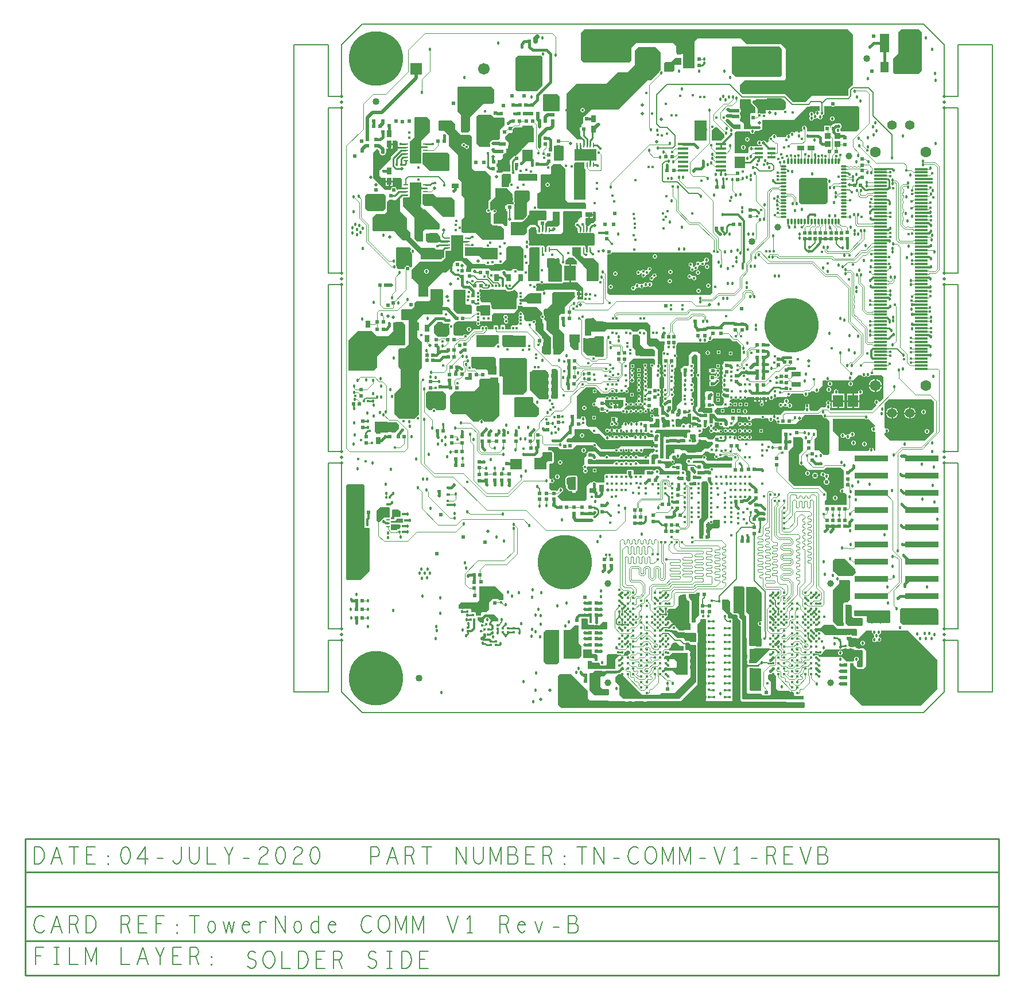
<source format=gbr>
G04 ================== begin FILE IDENTIFICATION RECORD ==================*
G04 Layout Name:  E:/CAD/CAD/FACEBOOK/COM V1/WORK/22-12-20/COM_V1_P2_21-12-2020_4.brd*
G04 Film Name:    COM_V1_P2-L10.gbr*
G04 File Format:  Gerber RS274X*
G04 File Origin:  Cadence Allegro 16.6-2015-S108*
G04 Origin Date:  Fri Dec 25 11:50:53 2020*
G04 *
G04 Layer:  DRAWING FORMAT/FILM_LABEL_OUTLINE*
G04 Layer:  VIA CLASS/BOTTOM*
G04 Layer:  PIN/BOTTOM*
G04 Layer:  ETCH/BOTTOM*
G04 Layer:  BOARD GEOMETRY/OUTLINE*
G04 Layer:  BOARD GEOMETRY/TOOLING_CORNERS*
G04 *
G04 Offset:    (0.000 0.000)*
G04 Mirror:    No*
G04 Mode:      Positive*
G04 Rotation:  0*
G04 FullContactRelief:  No*
G04 UndefLineWidth:     6.000*
G04 ================== end FILE IDENTIFICATION RECORD ====================*
%FSLAX55Y55*MOIN*%
%IR0*IPPOS*OFA0.00000B0.00000*MIA0B0*SFA1.00000B1.00000*%
%ADD59R,.055X.11*%
%ADD39R,.13X.067*%
%ADD37R,.067X.13*%
%ADD58R,.1417X.1417*%
%ADD12C,.314961*%
%ADD26R,.094488X.114173*%
%ADD27R,.12X.1*%
%ADD49R,.194882X.033465*%
%ADD17R,.019685X.009843*%
%ADD30R,.04X.03*%
%ADD31R,.03X.04*%
%ADD36R,.027X.011*%
%ADD29R,.06X.05*%
%ADD20R,.017X.012*%
%ADD38R,.011X.027*%
%ADD28R,.05X.06*%
%ADD19R,.012X.017*%
%ADD18R,.07X.06*%
%ADD54R,.05X.017*%
%ADD42R,.06X.07*%
%ADD10C,.02*%
%ADD55R,.037X.033*%
%ADD57O,.0335X.0118*%
%ADD13C,.04*%
%ADD56O,.0118X.0335*%
%ADD48R,.059X.051*%
%ADD35C,.015*%
%ADD23R,.09X.065*%
%ADD11C,.024*%
%ADD25R,.051X.059*%
%ADD24R,.065X.09*%
%ADD22C,.016*%
%ADD33R,.0248X.02205*%
%ADD15R,.02X.02*%
%ADD14C,.018*%
%ADD34R,.02205X.0248*%
%ADD46R,.022X.022*%
%ADD40C,.067*%
%ADD43R,.024402X.024402*%
%ADD32R,.011811X.011811*%
%ADD52C,.055118*%
%ADD51R,.074803X.011811*%
%ADD41R,.067X.067*%
%ADD45C,.03937*%
%ADD44C,.015748*%
%ADD53C,.062992*%
%ADD21C,.019685*%
%ADD16R,.020079X.015748*%
%ADD50R,.055118X.027559*%
%ADD47R,.062992X.01378*%
%ADD60C,.004*%
%ADD61C,.005*%
%ADD62C,.006*%
%ADD63C,.0043*%
%ADD64C,.007*%
%ADD65C,.0062*%
%ADD66C,.0035*%
%ADD67C,.0044*%
%ADD68C,.008*%
%ADD69C,.0036*%
%ADD70C,.0045*%
%ADD71C,.003402*%
%ADD72C,.004402*%
%ADD73C,.0047*%
%ADD74C,.004701*%
%ADD75C,.0068*%
%ADD76C,.004299*%
%ADD77C,.003598*%
%ADD78C,.01*%
%ADD79C,.011*%
%ADD80C,.012*%
%ADD81C,.025*%
%ADD83C,.024004*%
%ADD86C,.034004*%
%ADD84C,.026004*%
%ADD82C,.028004*%
%ADD87C,.067122*%
%ADD85C,.074996*%
G75*
%LPD*%
G75*
G36*
G01X29240Y105824D02*
X28514Y106550D01*
Y109214D01*
X28695Y109395D01*
X33712D01*
X34048Y109059D01*
Y107362D01*
X33710Y107024D01*
Y106984D01*
X33386Y106661D01*
X32016D01*
X31180Y105824D01*
X29240D01*
G37*
G36*
G01X119540Y145793D02*
X121951D01*
X122400Y146241D01*
Y150664D01*
X121860Y151204D01*
X116830D01*
X116412Y150786D01*
Y148884D01*
X115395Y147867D01*
X112075D01*
X111761Y147553D01*
Y147225D01*
Y145815D01*
Y141295D01*
X111881Y141176D01*
X118871D01*
X118923Y141228D01*
Y145177D01*
X119540Y145793D01*
G37*
G36*
G01X28589Y110364D02*
X28574Y110379D01*
Y111330D01*
X28592Y111348D01*
X30865D01*
X32184Y112666D01*
X35436D01*
X35480Y112622D01*
Y111913D01*
X35478Y111899D01*
G03Y111464I1585J-218D01*
G01X35480Y111451D01*
Y110481D01*
X35364Y110364D01*
X28589D01*
G37*
G36*
G01X34160Y115067D02*
Y114423D01*
X33487Y113750D01*
X30894D01*
X30642Y113498D01*
Y112369D01*
X30592Y112319D01*
X28672D01*
X28640Y112351D01*
Y113018D01*
X28823Y113202D01*
Y113772D01*
X29132Y114080D01*
Y117624D01*
X29554Y118046D01*
X32949D01*
X33709Y117287D01*
X34160Y116836D01*
Y115509D01*
X34158Y115496D01*
G03Y115080I1587J-208D01*
G01X34160Y115067D01*
G37*
G36*
G01X20968Y110747D02*
X20160Y111555D01*
Y117135D01*
X22260Y119234D01*
X26492D01*
G03X26509Y119234I18J1600D01*
G01X27413D01*
X28023Y118624D01*
Y113533D01*
X27797Y113306D01*
X24526D01*
X21966Y110747D01*
X20968D01*
G37*
G36*
G01X80478Y52151D02*
X78807Y53822D01*
Y55313D01*
X78927Y55433D01*
X79231D01*
X79234Y55436D01*
X81232D01*
X82880Y57084D01*
X88596D01*
X90978Y54703D01*
Y53307D01*
X90721Y53051D01*
X87467D01*
X85127Y55390D01*
X83669D01*
X83513Y55234D01*
X83509D01*
X82661Y54386D01*
Y52742D01*
X82070Y52151D01*
X80478D01*
G37*
G36*
G01X16122Y106943D02*
Y82192D01*
X10865Y76935D01*
X3101D01*
X2651Y77384D01*
Y131935D01*
X3377Y132661D01*
X12515D01*
X13122Y132054D01*
Y107436D01*
X13330Y107227D01*
X14789D01*
X14799Y107226D01*
G03X15124I162J1592D01*
G01X15134Y107227D01*
X15839D01*
X16122Y106943D01*
G37*
G36*
G01X77984Y56301D02*
X77789Y56496D01*
Y57953D01*
X77564Y58178D01*
X75333D01*
X75213Y58298D01*
Y59777D01*
X74795Y60195D01*
X68285D01*
X67811Y60668D01*
Y62313D01*
X69404Y63906D01*
X78602D01*
X80041Y65344D01*
Y73291D01*
X82009D01*
Y73293D01*
X89255D01*
X93812Y68736D01*
Y65601D01*
X93658Y65447D01*
X91611D01*
X91012Y66046D01*
X90018D01*
Y66048D01*
X88018D01*
Y66046D01*
X87679D01*
X85642Y64008D01*
Y59846D01*
X84157Y58361D01*
X81365D01*
X80987Y57983D01*
Y56495D01*
X80793Y56301D01*
X80349D01*
X77984Y56301D01*
G37*
G36*
G01X107034Y212370D02*
Y218576D01*
X106834Y218776D01*
X99934D01*
X99534Y219176D01*
X93934D01*
X93422D01*
X93085Y218838D01*
Y213624D01*
X93734Y212976D01*
X94340Y212370D01*
X107034D01*
G37*
G36*
G01X71784Y245454D02*
Y237579D01*
X72400Y236962D01*
X74764D01*
X75510Y236217D01*
X75634Y236093D01*
Y235318D01*
Y231876D01*
X75334Y231576D01*
X67196D01*
X64934Y233838D01*
Y245276D01*
X65186Y245528D01*
X65261Y245454D01*
X71784D01*
G37*
G36*
G01X87934Y214491D02*
Y219347D01*
X90112D01*
X90523Y218936D01*
Y214876D01*
X90138Y214491D01*
X87934D01*
G37*
G36*
G01X78134Y212276D02*
Y219176D01*
X90934D01*
X91334Y218776D01*
Y214376D01*
X90234D01*
X88134Y212276D01*
X78134D01*
G37*
G36*
G01X101031Y183389D02*
X110743D01*
X111154Y182978D01*
Y180152D01*
X114597Y176709D01*
Y173317D01*
X112901Y171622D01*
X101134D01*
X100620Y172135D01*
Y182978D01*
X101031Y183389D01*
G37*
G36*
G01X80555Y222616D02*
X76515D01*
X73320Y219421D01*
G02X72737Y219440I-283J283D01*
G03X70613Y219193I-976J-859D01*
G01X70599Y219167D01*
X70508Y219076D01*
X65634D01*
X64834Y219876D01*
Y225776D01*
X66176Y227119D01*
X66816D01*
G03X67603Y227280I0J2000D01*
G01X67640Y227296D01*
X78183D01*
X78240Y227194D01*
G03X78414Y226955I1090J612D01*
G02Y226683I-147J-136D01*
G03X80247I916J-850D01*
G02Y226955I147J136D01*
G03X80421Y227194I-916J850D01*
G01X80478Y227296D01*
X86754D01*
X87234Y227776D01*
Y231076D01*
X88134Y231976D01*
X100034D01*
X101734Y233676D01*
Y233944D01*
X101875Y234085D01*
X102374D01*
Y236276D01*
X104834D01*
X105434Y235676D01*
X113134D01*
X116434Y232376D01*
Y231148D01*
X116289Y231107D01*
G03Y228606I357J-1250D01*
G01X116434Y228565D01*
Y226576D01*
X117334Y225676D01*
Y222176D01*
X119934Y219576D01*
Y219550D01*
X121413Y218071D01*
Y208638D01*
X120844Y208068D01*
X117678D01*
X116396Y209350D01*
Y212723D01*
X117016Y213344D01*
Y215051D01*
X117382D01*
Y217051D01*
X117016D01*
Y217093D01*
X116105Y218005D01*
Y218557D01*
X112646Y222016D01*
Y224737D01*
X112217Y225167D01*
G02X112281Y225785I283J283D01*
G03X110343Y227302I-710J1089D01*
G01X110296Y227168D01*
X107275D01*
X106034Y228409D01*
Y230676D01*
X105173Y231536D01*
X105182Y231629D01*
G03X102986Y230929I-1245J112D01*
G01X103034Y230873D01*
Y230642D01*
X102986Y230586D01*
G03Y228962I951J-812D01*
G01X103034Y228905D01*
Y228674D01*
X102986Y228618D01*
G03Y226993I951J-812D01*
G01X103034Y226937D01*
Y226706D01*
X102986Y226649D01*
G03X102697Y225997I951J-812D01*
G01X102688Y225930D01*
X101734Y224976D01*
X99034D01*
X98234Y224176D01*
Y222681D01*
X94834D01*
Y223178D01*
X94836Y223193D01*
G03Y223552I-1237J180D01*
G01X94834Y223567D01*
Y224876D01*
X94434Y225276D01*
X92534D01*
X92234Y224976D01*
Y222681D01*
X91034D01*
Y224676D01*
X90734Y224976D01*
X88434D01*
X88334Y224876D01*
Y222676D01*
X88134Y222476D01*
X84994D01*
Y223179D01*
X84996Y223194D01*
G03X82910Y224291I-1237J179D01*
G02X82639I-136J147D01*
G03X80553Y223194I-848J-918D01*
G01X80555Y223179D01*
Y222616D01*
G37*
G36*
G01X79942Y233156D02*
X78401D01*
X78234Y233323D01*
Y235646D01*
Y235730D01*
X78307Y235803D01*
X78625Y236121D01*
X80179D01*
X80802Y236744D01*
X85992D01*
X86134Y236602D01*
Y231176D01*
X85734Y230776D01*
X80834D01*
X80734Y230876D01*
Y232376D01*
X80154Y232956D01*
X79953Y233156D01*
X79942D01*
G37*
G36*
G01X73352Y194901D02*
X73600Y195148D01*
Y197357D01*
X73605Y197362D01*
X75602D01*
X75605Y197359D01*
Y193599D01*
X75226Y193220D01*
X72112D01*
X71655Y193676D01*
Y194506D01*
X72050Y194901D01*
X73352D01*
G37*
G36*
G01X51734Y245976D02*
Y239876D01*
X50734Y238876D01*
X45234D01*
X43234D01*
X42084Y237726D01*
Y235726D01*
X40634Y234276D01*
X35134D01*
X34734Y233876D01*
Y228576D01*
X35234Y228076D01*
X38754D01*
Y219770D01*
Y213610D01*
X38720Y213575D01*
X38594Y213450D01*
X36660Y211516D01*
X33658D01*
X32945Y210804D01*
Y200726D01*
X34116Y199556D01*
Y188720D01*
X30698Y185302D01*
Y173776D01*
X33710Y170763D01*
X42154D01*
X44826Y173435D01*
Y198358D01*
X46262Y199794D01*
X46482Y200014D01*
Y215332D01*
X43806Y218008D01*
Y219283D01*
Y227841D01*
X44041Y228076D01*
X44083D01*
X47283Y231276D01*
X53034D01*
X58734D01*
Y245976D01*
X51734D01*
G37*
G36*
G01X118101Y245711D02*
X117335Y244945D01*
X117270Y244935D01*
G03X117065Y244886I220J-1383D01*
G01X117035Y244876D01*
X113199D01*
X112930Y245146D01*
Y246440D01*
G03Y248112I-996J836D01*
G01Y248944D01*
X113266Y249280D01*
X115305D01*
G03X117363I1029J795D01*
G01X128024D01*
X128819Y250075D01*
X136588D01*
X136685Y250116D01*
X140249Y246552D01*
Y243001D01*
X140248Y242996D01*
G03Y242833I1498J-81D01*
G01X140249Y242828D01*
Y240963D01*
X140234Y240926D01*
G03X140149Y240246I1202J-495D01*
G01X140164Y240147D01*
X139812Y239795D01*
X137206D01*
X136765Y240236D01*
Y241775D01*
X139334D01*
Y244976D01*
X136497D01*
X135762Y245711D01*
X118101D01*
G37*
G36*
G01X114934Y270276D02*
X109634D01*
X108934Y269576D01*
Y260476D01*
X108234Y259776D01*
Y250976D01*
X108634Y250576D01*
X114734D01*
X114934Y250776D01*
Y267554D01*
X115048Y267668D01*
Y270162D01*
X114934Y270276D01*
G37*
G36*
G01X36501Y257921D02*
X36155Y257576D01*
X32934D01*
X31915Y258594D01*
X31938Y258700D01*
G03X31634Y259893I-1371J286D01*
G01Y269876D01*
X31934Y270176D01*
X39534D01*
X40151Y269558D01*
G02X40173Y269017I-283J-283D01*
G03X40710Y266814I1067J-907D01*
G01X40834Y266763D01*
Y259276D01*
X40265Y258707D01*
G02X39644Y258778I-283J283D01*
G03X36506Y257996I-1441J-902D01*
G01X36501Y257921D01*
G37*
G36*
G01X88734Y245576D02*
X95149D01*
X96100Y244624D01*
X98995D01*
X99946Y245576D01*
X100634D01*
X102234Y243976D01*
Y241276D01*
X101434Y240476D01*
Y234776D01*
X100834Y234176D01*
X87934D01*
X86934Y235175D01*
Y236934D01*
X86734Y237134D01*
Y237776D01*
X86134Y238376D01*
X81334D01*
X80514Y239195D01*
X80542Y239305D01*
G03X80249Y240462I-1212J308D01*
G02Y240733I147J136D01*
G03Y242430I-918J848D01*
G02Y242701I147J136D01*
G03X79937Y244643I-918J848D01*
G01X79834Y244700D01*
Y245722D01*
X80119Y246007D01*
X80798D01*
X81685Y245120D01*
X84928D01*
G03X86132Y245807I0J1400D01*
G01X86145Y245829D01*
X86324Y246007D01*
X88302D01*
X88734Y245576D01*
G37*
G36*
G01X62534Y226025D02*
Y225214D01*
G03Y223337I900J-938D01*
G01Y219776D01*
X61034Y218276D01*
X60635D01*
X60461Y218450D01*
X58156Y218450D01*
X57045D01*
X56871Y218276D01*
X56034D01*
X53734Y220576D01*
Y224776D01*
X55934Y226975D01*
X58372D01*
X59322Y226025D01*
X62534D01*
G37*
G36*
G01X44934Y241576D02*
X44734Y241776D01*
Y248476D01*
X40734Y252476D01*
Y257376D01*
X45434Y262076D01*
X58234D01*
X60334Y264176D01*
Y264800D01*
X60336Y264813D01*
G03X60349Y265010I-1487J197D01*
G01Y268090D01*
X60549Y268291D01*
X62114D01*
X62198Y268376D01*
X63434D01*
X63734Y268676D01*
Y277161D01*
X70634D01*
Y264576D01*
X71184Y264026D01*
X72884D01*
X76134Y260776D01*
X83234D01*
X84034Y259976D01*
X87781D01*
X88472Y260666D01*
X91740D01*
X91777Y260650D01*
G03X92800I512J1195D01*
G01X92838Y260666D01*
X93025D01*
X95434Y263076D01*
Y269641D01*
X96673Y270880D01*
X104072D01*
X105534Y269418D01*
Y265788D01*
G03Y264334I1197J-727D01*
G01Y256976D01*
X105134Y256576D01*
X102502D01*
X101596Y257481D01*
X99340D01*
X98434Y256576D01*
X95742D01*
X95618Y256699D01*
X95609Y256710D01*
G03X92961Y256876I-1395J-1056D01*
G01X92134D01*
X91887Y256628D01*
X86938D01*
X85591Y257976D01*
X85434D01*
X83434Y257976D01*
X81434Y257976D01*
X79434Y257976D01*
X75711Y257976D01*
X75398Y257663D01*
Y255976D01*
X73234D01*
X72734Y255976D01*
X72334Y256376D01*
Y258076D01*
X72434Y258176D01*
Y259776D01*
X69834Y262376D01*
X66034D01*
X64534Y260876D01*
Y259476D01*
X60534Y255476D01*
X58534D01*
X50234Y247176D01*
Y241976D01*
X49834Y241576D01*
X44934D01*
G37*
G36*
G01X31403Y227068D02*
X35168D01*
X36899Y225338D01*
Y214040D01*
X36085Y213226D01*
X26822D01*
X20614Y207017D01*
Y200707D01*
X18477Y198570D01*
X4228D01*
X3934Y198863D01*
Y216190D01*
X5856Y218111D01*
X9397Y221653D01*
X17334D01*
X20417Y218570D01*
X26976D01*
X30283Y221877D01*
Y225948D01*
X31403Y227068D01*
G37*
G36*
G01X76434Y168976D02*
X72134Y173276D01*
X64734D01*
X63034Y174976D01*
Y183876D01*
X65634Y186476D01*
X77034D01*
X79778Y189220D01*
Y193120D01*
X80534Y193876D01*
X80917D01*
Y193841D01*
X82917D01*
Y193876D01*
X88934D01*
X91534Y191276D01*
Y172676D01*
X87834Y168976D01*
X82520D01*
X82485Y169131D01*
G03X79754I-1365J-310D01*
G01X79718Y168976D01*
X76434D01*
G37*
G36*
G01X19861Y162530D02*
X19266Y163125D01*
Y169117D01*
X26510D01*
X26931Y168696D01*
X31841D01*
X33115Y167422D01*
Y166191D01*
X33120Y166185D01*
Y164707D01*
X30944Y162530D01*
X28931D01*
Y162939D01*
X26930D01*
Y162530D01*
X19861D01*
G37*
G36*
G01X109334Y196576D02*
Y187576D01*
X115034Y181876D01*
X119534D01*
X120034Y182376D01*
Y196876D01*
Y197576D01*
X118534Y199076D01*
X111134D01*
X109334Y197276D01*
Y196576D01*
G37*
G36*
G01X91634Y204976D02*
Y198213D01*
Y195535D01*
X92005Y195164D01*
X92900D01*
X93127D01*
X93495Y194796D01*
Y184914D01*
X93934Y184476D01*
X103534D01*
X105234D01*
X107648Y186889D01*
Y204062D01*
Y205251D01*
X106983Y205916D01*
X92027D01*
X91634Y205523D01*
Y204976D01*
G37*
G36*
G01X85429Y196276D02*
X84838Y196867D01*
Y198490D01*
X84042Y199286D01*
X78155D01*
X77608Y199834D01*
X75740D01*
X75525Y200049D01*
X75527Y200134D01*
G03X75234Y200982I-1300J26D01*
G01Y206176D01*
X75634Y206576D01*
X88634D01*
X89734Y205476D01*
Y201722D01*
X90070Y201387D01*
Y196661D01*
X89684Y196276D01*
X85429D01*
G37*
G36*
G01X50834Y175576D02*
X49034Y177376D01*
Y185576D01*
X50234Y186776D01*
X58834D01*
X60534Y185076D01*
Y176876D01*
X59234Y175576D01*
X54854D01*
X54811Y175716D01*
G03X52328I-1242J-386D01*
G01X52284Y175576D01*
X50834D01*
G37*
G36*
G01X105116Y239286D02*
Y240106D01*
X108335Y243325D01*
X115656D01*
X115972Y243010D01*
Y237518D01*
X108082D01*
X106631Y238970D01*
X105432D01*
X105116Y239286D01*
G37*
G36*
G01X50134Y273076D02*
X48945Y274265D01*
Y278215D01*
X49173Y278443D01*
X50901D01*
X50934Y278476D01*
X55441D01*
X56139Y277778D01*
Y277688D01*
X57179Y276648D01*
Y275299D01*
X58233Y274246D01*
X62434D01*
X62536Y274143D01*
Y273423D01*
X62305Y273192D01*
X61940D01*
X61912Y273200D01*
G03X61477Y273260I-419J-1441D01*
G01X55813D01*
X55629Y273076D01*
X50134D01*
G37*
G36*
G01X22034Y314720D02*
Y311776D01*
X23194Y310616D01*
X25434D01*
Y305875D01*
X29634D01*
Y310616D01*
X34122D01*
X34950Y309788D01*
Y304077D01*
X34933Y304060D01*
X32549D01*
X32256Y303766D01*
X31944D01*
X31926Y303946D01*
G03X28542I-1692J-171D01*
G01X28524Y303766D01*
X25042D01*
X18334Y310476D01*
Y310953D01*
G03Y310999I-1500J23D01*
G01Y325276D01*
X20435Y327377D01*
X20905D01*
X21830Y326452D01*
Y325594D01*
G03X25831I2000J0D01*
G01Y327675D01*
X29734D01*
Y332376D01*
X32034D01*
X32711Y331698D01*
Y327020D01*
X28516Y322826D01*
Y321443D01*
X22947Y315873D01*
X22944Y315871D01*
G03X22852Y315778I1298J-1388D01*
G01X22034Y314960D01*
Y314720D01*
G37*
G36*
G01X93286Y305421D02*
X93034Y305674D01*
Y312176D01*
X93934Y313076D01*
X97934D01*
X98233Y312777D01*
X98241Y312766D01*
G03X98334Y312656I1193J910D01*
G01Y308332D01*
X97225Y307223D01*
Y305926D01*
X96720Y305421D01*
X93286D01*
G37*
G36*
G01X101748Y361076D02*
X101034Y361790D01*
Y380230D01*
X102443Y381639D01*
X115814D01*
X116430Y381023D01*
Y364159D01*
X113347Y361076D01*
X101748D01*
G37*
G36*
G01X107533Y288849D02*
G03X107274Y288415I1054J-922D01*
G01X107259Y288374D01*
X105160Y286276D01*
X100534D01*
X100234Y286576D01*
Y295060D01*
G03Y296821I-957J880D01*
G01Y302576D01*
X101034Y303376D01*
X108534D01*
X109134Y302776D01*
Y297949D01*
X107533Y296348D01*
Y288849D01*
G37*
G36*
G01X13434Y300376D02*
X14434Y301376D01*
X24434D01*
X25434Y300376D01*
Y292876D01*
X23934Y291376D01*
X14934D01*
X13434Y292876D01*
Y300376D01*
G37*
G36*
G01X43858Y273487D02*
X42175Y275170D01*
Y287661D01*
X35729Y294106D01*
Y298936D01*
X35935Y299142D01*
X39070D01*
X39480Y299552D01*
Y307569D01*
X39943Y308031D01*
X45801D01*
X46212Y307620D01*
Y305668D01*
X46880Y305000D01*
X48475D01*
X48481Y304999D01*
G03X48575Y304996I93J1497D01*
G01X49860D01*
Y304023D01*
X46417D01*
X46058Y303664D01*
Y293643D01*
X47497Y292204D01*
X48705D01*
X57034Y283876D01*
Y281276D01*
X56534Y280776D01*
X49234D01*
X48991Y280533D01*
X48257D01*
X47403Y279679D01*
Y274027D01*
X46864Y273487D01*
X43858D01*
G37*
G36*
G01X96399Y285540D02*
Y283158D01*
X95894Y282654D01*
X94692D01*
X93415Y283931D01*
X88678D01*
X88372Y284237D01*
Y289489D01*
G02X88772Y289889I400J0D01*
G03X87554Y291652I-2J1300D01*
G02X86898Y291512I-374J142D01*
G01X86234Y292176D01*
Y296576D01*
X89434Y299776D01*
Y304076D01*
X89934Y304576D01*
X95834D01*
X99134Y301276D01*
Y295270D01*
X95973D01*
Y294770D01*
X94973D01*
Y292769D01*
X95734D01*
Y291776D01*
X96073Y291436D01*
X96171Y291338D01*
Y287015D01*
X96160Y286982D01*
G03X96399Y285540I1412J-507D01*
G37*
G36*
G01X100234Y323426D02*
Y323297D01*
X97734Y320797D01*
Y314466D01*
X97778Y314422D01*
X97675Y314176D01*
X93734D01*
X93234Y313676D01*
X90334D01*
X89934Y314076D01*
Y314813D01*
X90551D01*
Y316814D01*
X89934D01*
Y318938D01*
X90585D01*
Y320927D01*
X90734Y321076D01*
X92334D01*
X93493Y322234D01*
Y324160D01*
X93633Y324204D01*
G03X94302Y324566I-600J1908D01*
G01X94357Y324612D01*
X94533D01*
Y324787D01*
X94578Y324842D01*
G03X94765Y325112I-1546J1269D01*
G01X95533D01*
Y327476D01*
X96628D01*
Y329407D01*
X96828D01*
Y331407D01*
X96628D01*
Y331761D01*
X96463D01*
X95007Y333217D01*
Y334578D01*
X96908Y336480D01*
Y336557D01*
X97029Y336677D01*
X98885D01*
Y336992D01*
X99234Y337341D01*
Y337677D01*
X99385D01*
Y338931D01*
X100258Y339804D01*
X102513D01*
G03X103285Y340076I0J1235D01*
G01X111234D01*
X111597Y339713D01*
X111597Y338853D01*
Y331238D01*
X111534Y331176D01*
X108734D01*
X105178Y327619D01*
X104562D01*
Y327004D01*
X100984Y323426D01*
X100234D01*
G37*
G36*
G01X102984Y308826D02*
X102534Y309276D01*
Y312632D01*
X102752Y312851D01*
X113155D01*
X113716Y312290D01*
Y308957D01*
X113584Y308826D01*
X102984D01*
G37*
G36*
G01X88434Y361976D02*
Y354676D01*
X87534Y353776D01*
X82510D01*
X74700Y345965D01*
Y338330D01*
X73415Y337046D01*
X69818D01*
X69304Y337560D01*
Y347426D01*
X67301Y349430D01*
Y363356D01*
X67721Y363776D01*
X86634D01*
X88434Y361976D01*
G37*
G36*
G01X141818Y267376D02*
X141818Y268935D01*
G03X141744Y269383I-1400J0D01*
G01X141734Y269414D01*
Y270676D01*
X141134Y271276D01*
X119729D01*
Y271259D01*
X119016Y270546D01*
Y267591D01*
X118040D01*
X117950Y267681D01*
Y270584D01*
X117259Y271276D01*
X109034D01*
X108758Y271552D01*
G03X108734Y271586I-1165J-776D01*
G01Y272474D01*
G03Y274165I-1116J845D01*
G01Y280676D01*
X110134Y282076D01*
X112415D01*
X113049Y281441D01*
Y280416D01*
G03X113334Y279538I1500J0D01*
G01Y278476D01*
X113734Y278076D01*
X125784D01*
X125824Y278116D01*
X127394D01*
X128626Y279348D01*
Y291032D01*
X128779Y291185D01*
X139182D01*
X139460Y290908D01*
Y287908D01*
X139258Y287706D01*
X138498D01*
X137148Y286357D01*
Y285126D01*
G02X136947Y284926I-200J0D01*
G03X135838Y282280I-13J-1550D01*
G01X136899Y281217D01*
Y280416D01*
G03X137107Y279641I1550J0D01*
G01X137134Y279595D01*
Y279276D01*
X137400Y279010D01*
Y278566D01*
X137843D01*
X137934Y278476D01*
X146334D01*
X147034Y277776D01*
Y271876D01*
X146434Y271276D01*
X143234D01*
X143034Y271076D01*
Y269735D01*
X142855Y269556D01*
Y267396D01*
X142834Y267376D01*
X141818D01*
G37*
G36*
G01X39798Y319002D02*
Y331784D01*
X42162Y334148D01*
Y345454D01*
X42676Y345967D01*
X49561D01*
X51103Y344425D01*
Y337232D01*
X46221Y332350D01*
Y329319D01*
X46556Y328984D01*
X48067D01*
X48098Y328974D01*
G03X48575Y328896I477J1423D01*
G01X49819D01*
Y327892D01*
X46299D01*
X46290Y327883D01*
X46201D01*
X45988Y327671D01*
Y319002D01*
X39798D01*
G37*
G36*
G01X85134Y292788D02*
X84961Y292764D01*
G03X86205Y290739I173J-1289D01*
G01X86215Y290754D01*
X86370Y290908D01*
X86634Y290644D01*
Y284276D01*
X88234Y282676D01*
X92634D01*
X94334Y280976D01*
Y275376D01*
X93534Y274576D01*
X81834D01*
X77934Y278476D01*
X70734D01*
X69634Y279576D01*
Y286176D01*
X71134Y287676D01*
Y299076D01*
X69534Y300676D01*
Y308176D01*
X67634Y310076D01*
Y324076D01*
X62327Y329383D01*
Y335068D01*
X59444Y337951D01*
X56896D01*
X56396Y338451D01*
Y343602D01*
X56881Y344086D01*
X63890D01*
X66005Y341971D01*
Y338696D01*
X69126Y335576D01*
X74634D01*
X75734Y334476D01*
Y316076D01*
X77134Y314676D01*
X83434D01*
X86484Y311625D01*
Y298722D01*
X85134Y297372D01*
Y292788D01*
G37*
G36*
G01X71934Y270376D02*
X81934D01*
X82934Y269376D01*
X90568D01*
Y263241D01*
X82968D01*
X81812D01*
X79877Y265176D01*
X71934D01*
X71734Y265376D01*
Y270176D01*
X71934Y270376D01*
G37*
G36*
G01X47034Y300976D02*
X47334Y301276D01*
X53234D01*
X55122Y299387D01*
X63688D01*
X65512Y297563D01*
Y288066D01*
X65293Y287847D01*
X59041D01*
X52612Y294276D01*
X48134D01*
X47034Y295376D01*
Y300976D01*
G37*
G36*
G01X46934Y324876D02*
X47234Y325176D01*
X61534D01*
X62434Y324276D01*
Y315076D01*
X61834Y314476D01*
X51234D01*
X46934Y318776D01*
Y324876D01*
G37*
G36*
G01X86074Y328776D02*
X80034D01*
X78234Y330576D01*
Y346076D01*
X79388Y347230D01*
X86902D01*
X88639Y345492D01*
X91420D01*
X93420Y345492D01*
X94117Y345492D01*
X94734Y344876D01*
Y342202D01*
G03Y342149I1900J-26D01*
G01Y341153D01*
X92034Y338453D01*
Y333576D01*
X91049Y332591D01*
X88013D01*
G03X86397Y329411I0J-2000D01*
G02X86074Y328776I-323J-236D01*
G37*
G36*
G01X105336Y285475D02*
X105492D01*
X108333Y288316D01*
Y288486D01*
X108848Y289001D01*
X108877D01*
Y291225D01*
X109345Y291693D01*
X118621D01*
X119065Y291249D01*
Y286547D01*
X118526Y286008D01*
X114250D01*
X114002Y285760D01*
Y283306D01*
X114855Y282453D01*
X115018D01*
Y280416D01*
G03X115079Y279991I1500J0D01*
G01X115087Y279963D01*
Y279080D01*
X115011Y279004D01*
X114134D01*
Y282207D01*
X113465Y282876D01*
X112819D01*
X112518Y283177D01*
X109167D01*
X107510Y281520D01*
Y278820D01*
X106133Y277444D01*
X98466D01*
X98198Y277712D01*
X98092D01*
Y284625D01*
X98281Y284814D01*
X104674D01*
X105336Y285475D01*
G37*
G36*
G01X35736Y274273D02*
X31634Y278376D01*
X31534D01*
X30434Y279476D01*
X24934D01*
X24334D01*
X18534D01*
X17934Y280076D01*
X17834Y280176D01*
Y287676D01*
X19784Y289626D01*
X24884D01*
X26234Y290976D01*
X26235Y296460D01*
Y296656D01*
X27358Y297779D01*
X31186D01*
X34464Y301058D01*
X38386D01*
Y300065D01*
X38388Y300064D01*
X35522D01*
X35434Y299976D01*
X34034Y298576D01*
Y291276D01*
X37934Y287376D01*
Y280876D01*
X39943Y278866D01*
Y276166D01*
X46034Y270076D01*
X53534D01*
X54134Y269476D01*
X54750Y268860D01*
X58977D01*
X59234Y268603D01*
Y264776D01*
X57734Y263276D01*
X45834D01*
X45782Y263327D01*
Y265848D01*
X37418Y274212D01*
X37358Y274273D01*
X35736D01*
G37*
G36*
G01X231632Y53326D02*
Y7194D01*
X232657Y6168D01*
X249819D01*
Y6165D01*
X251820D01*
Y6168D01*
X256284D01*
Y6165D01*
X258350D01*
X258419Y6114D01*
X259542D01*
Y6113D01*
X261542D01*
Y6114D01*
X263007D01*
Y6113D01*
X265032D01*
X265228Y6064D01*
X266369D01*
Y6061D01*
X268418D01*
X268878Y5601D01*
Y3014D01*
X268408Y2544D01*
X162654D01*
X162627Y2570D01*
X127538D01*
X125676Y4433D01*
Y21448D01*
X126607Y22378D01*
X133123D01*
X135812Y19689D01*
Y19637D01*
X143001Y12449D01*
Y8259D01*
X144196Y7064D01*
X154799D01*
X155378Y6484D01*
X164589D01*
Y6423D01*
X166590D01*
Y6484D01*
X168313D01*
Y6423D01*
X170313D01*
Y6484D01*
X172036D01*
Y6474D01*
X174037D01*
Y6484D01*
X175243D01*
Y6423D01*
X177243D01*
Y6484D01*
X178353D01*
Y6474D01*
X180353D01*
Y6484D01*
X196952D01*
X203097Y12629D01*
X206691Y16224D01*
Y40665D01*
X206829Y40803D01*
Y46120D01*
X206691Y46258D01*
Y51309D01*
X208223Y52841D01*
Y53877D01*
X208712Y54366D01*
X211409D01*
X211651Y54124D01*
Y6755D01*
X211905Y6501D01*
X226436D01*
X226914Y6980D01*
Y54224D01*
X226381Y54757D01*
X224797D01*
X224401Y55153D01*
Y56737D01*
X224317Y56821D01*
X223733Y57405D01*
X220752Y60386D01*
X220902Y61476D01*
Y65426D01*
X220990Y65515D01*
X224736D01*
X225686Y64564D01*
Y58465D01*
X227322Y56829D01*
X229181D01*
X229988Y56022D01*
Y54970D01*
X231632Y53326D01*
G37*
G36*
G01X194424Y21854D02*
X192039Y24240D01*
X187633D01*
X187271Y24602D01*
Y26102D01*
X187581Y26412D01*
X188384D01*
X188683Y26113D01*
G03X190737Y26050I1061J1061D01*
G01X194142D01*
X194582Y26489D01*
Y29586D01*
X194589Y29593D01*
X193839Y30343D01*
X193710Y30472D01*
X193284Y30899D01*
X187608D01*
X187310Y31197D01*
Y32321D01*
X188070Y33080D01*
X190232D01*
X191904Y34753D01*
X200901D01*
X200906Y34748D01*
Y32753D01*
X200981D01*
Y31017D01*
X200906D01*
Y29016D01*
X200981D01*
Y27435D01*
X200906D01*
Y25435D01*
X200981D01*
Y21881D01*
X200954Y21854D01*
X194424D01*
G37*
G36*
G01X161369Y23053D02*
X160144D01*
X159664Y22572D01*
X153965D01*
X152442Y21050D01*
X150729D01*
X150183Y20503D01*
Y14866D01*
X151372Y13677D01*
X154921D01*
X155284Y13315D01*
Y10392D01*
X154741Y9850D01*
X146924D01*
X144002Y12772D01*
Y20514D01*
X144022D01*
Y22669D01*
X144261Y22908D01*
X145593D01*
X146968Y24283D01*
X151309D01*
Y23903D01*
X153309D01*
Y24283D01*
X160427D01*
X160811Y24666D01*
Y24744D01*
X161793Y25727D01*
X161840Y25741D01*
G03X162453Y26112I-448J1432D01*
G01X162946Y26606D01*
X163319D01*
X163940Y25985D01*
Y25655D01*
X163928Y25621D01*
G03X163853Y25201I1140J-420D01*
G01Y24916D01*
X163578Y24641D01*
X162957D01*
X161369Y23053D01*
G37*
G36*
G01X233254Y7662D02*
X232659Y8257D01*
Y53430D01*
X230788Y55301D01*
Y56969D01*
X230119Y57638D01*
X227703D01*
X227536Y57805D01*
Y72857D01*
X228076Y73397D01*
X233095D01*
X233820Y72672D01*
Y57114D01*
X234985Y55950D01*
Y55465D01*
X234982D01*
Y53464D01*
X234985D01*
Y52329D01*
X234930D01*
Y50329D01*
X234985D01*
Y49143D01*
X234930D01*
Y47142D01*
X234985D01*
Y45956D01*
X234930D01*
Y43955D01*
X234985D01*
Y43482D01*
X235241Y43226D01*
Y28643D01*
X235334Y28550D01*
Y11587D01*
X235941Y10979D01*
X239953D01*
Y10974D01*
X241954D01*
Y10979D01*
X243536D01*
X244607Y9908D01*
X248658D01*
X249229Y10480D01*
Y12816D01*
X249144Y12902D01*
Y17961D01*
X247602Y19503D01*
Y21610D01*
X248348Y22356D01*
X248458Y22328D01*
G03X249466Y22370I435J1695D01*
G01X249498Y22381D01*
X250943D01*
X252176Y21148D01*
Y13877D01*
X253539Y12514D01*
X259854D01*
X260510Y11858D01*
X262324D01*
X262441Y11741D01*
Y10362D01*
X263178Y9626D01*
X268332D01*
X268362Y9596D01*
Y7755D01*
X268270Y7662D01*
X258284D01*
Y7665D01*
X256284D01*
Y7662D01*
X251820D01*
Y7665D01*
X249819D01*
Y7662D01*
X233254D01*
G37*
G36*
G01X205786Y39063D02*
Y17878D01*
X195870Y7961D01*
X183501D01*
Y8027D01*
X181500D01*
Y7961D01*
X180353D01*
Y7975D01*
X178353D01*
Y7961D01*
X174037D01*
Y7975D01*
X172036D01*
Y7961D01*
X163356D01*
X161092Y10225D01*
Y15776D01*
X158934Y17935D01*
Y20711D01*
X160476Y22252D01*
X162429D01*
X174457Y10224D01*
X176641D01*
X176675Y10211D01*
G03X177574Y10198I467J1213D01*
G01X177606Y10209D01*
X178671D01*
X178686Y10224D01*
X184689D01*
Y10291D01*
X185563Y11165D01*
X188315D01*
Y11132D01*
X190315D01*
Y11165D01*
X193177D01*
X202478Y20466D01*
Y21854D01*
X202484D01*
Y23854D01*
X202478D01*
Y35138D01*
X201493Y36122D01*
X199884D01*
X199535Y36472D01*
Y40369D01*
X199794Y40628D01*
X201509D01*
X202763Y39374D01*
X203381D01*
Y39371D01*
X205477D01*
X205786Y39063D01*
G37*
G36*
G01X210604Y141458D02*
X209947Y142115D01*
Y143713D01*
X208868Y144791D01*
X204162D01*
X203986Y144968D01*
Y145903D01*
X204268Y146185D01*
X210306D01*
X211764Y144727D01*
X219534D01*
Y144675D01*
X221534D01*
Y144727D01*
X224734D01*
Y144675D01*
X226557D01*
X226741Y144492D01*
Y142395D01*
X226477Y142131D01*
X215766D01*
G03X214178I-794J-900D01*
G01X213842D01*
X213168Y141458D01*
X210604D01*
G37*
G36*
G01X127747Y122976D02*
X125304Y125419D01*
G02X125586Y126102I283J283D01*
G01X125769D01*
X127696Y128030D01*
X127744Y128044D01*
G03X125992Y129795I-414J1338D01*
G01X125978Y129748D01*
X124912Y128682D01*
X124665Y128784D01*
Y128895D01*
X121827D01*
X120605Y130117D01*
Y133204D01*
G02X121259Y133512I400J0D01*
G03Y135674I890J1081D01*
G02X120605Y135983I-254J309D01*
G01Y144389D01*
X120941Y144726D01*
X122284D01*
X123234Y145676D01*
Y151038D01*
X122072Y152200D01*
X120891D01*
X120887Y152195D01*
X120093D01*
X119790Y152498D01*
Y154003D01*
X120059Y154272D01*
X125511D01*
X126868Y152914D01*
X133932D01*
X136389Y155372D01*
X145841D01*
X145873Y155212D01*
G03X147373Y154293I1177J237D01*
G01X147486Y154324D01*
X150334Y151476D01*
X158783D01*
G03X160544I880J816D01*
G01X160838D01*
G02X161356Y151458I249J-313D01*
G03X163298Y152743I809J886D01*
G02X163675Y153276I377J133D01*
G01X163727D01*
G02X164099Y152730I0J-400D01*
G03X166335I1118J-437D01*
G02X166707Y153276I372J146D01*
G01X166871D01*
G02X167234Y152707I0J-400D01*
G03X169372Y151620I1088J-506D01*
G02X170072I350J-194D01*
G03X172172I1050J581D01*
G02X172872I350J-194D01*
G03X175042Y152632I1050J581D01*
G02X175416Y153176I373J144D01*
G01X181534D01*
X181834Y152876D01*
Y152357D01*
X181820Y152322D01*
G03X181736Y151801I1114J-446D01*
G02X181337Y151376I-399J-25D01*
G01X179812D01*
X178434Y149997D01*
Y148476D01*
X177604D01*
X177555Y148604D01*
G03X175313I-1121J-429D01*
G01X175264Y148476D01*
X172264D01*
X172237Y148643D01*
G03X169868I-1184J-196D01*
G01X169841Y148476D01*
X169272D01*
X169239Y148635D01*
G03X166889I-1175J-244D01*
G01X166856Y148476D01*
X166472D01*
X166439Y148635D01*
G03X164089I-1175J-244D01*
G01X164056Y148476D01*
X163672D01*
X163639Y148635D01*
G03X161289I-1175J-244D01*
G01X161256Y148476D01*
X155272D01*
X155238Y148635D01*
G03X152888I-1175J-244D01*
G01X152855Y148476D01*
X150325D01*
X147163Y151637D01*
X143274D01*
X142404Y150767D01*
Y149217D01*
X141034Y147847D01*
Y144078D01*
X140880Y144042D01*
G03X140435Y141709I298J-1266D01*
G02X140514Y141125I-228J-328D01*
G03X142256Y141361I1000J-831D01*
G02X142177Y141945I228J328D01*
G03X142475Y142694I-1000J831D01*
G01X142487Y142881D01*
X178434D01*
Y142875D01*
X183434D01*
Y142881D01*
X184944D01*
X187378Y140448D01*
X196093D01*
X196358Y140182D01*
Y138574D01*
X196110Y138326D01*
X184836D01*
G02X184411Y139088I0J500D01*
G03X181911Y140744I-1277J787D01*
G02X181161Y140669I-408J289D01*
G03X179792Y141036I-1027J-1094D01*
G01X179769Y141031D01*
X176189D01*
X175534Y140376D01*
Y138312D01*
X174370D01*
X174329Y138333D01*
G03X173000I-664J-1345D01*
G01X172958Y138312D01*
X171320D01*
X171290Y138322D01*
G03X170438I-426J-1334D01*
G01X170409Y138312D01*
X169811D01*
X169734Y138389D01*
Y140276D01*
X169733D01*
Y140396D01*
X169254Y140876D01*
X165869D01*
X165730Y140737D01*
Y138898D01*
X165427Y138595D01*
X153224D01*
X152602Y137974D01*
Y133966D01*
X152258Y133622D01*
X147819D01*
X147762Y133722D01*
G03X145506I-1128J-647D01*
G01X145448Y133622D01*
X144080D01*
X142143Y131685D01*
Y123934D01*
X141185Y122976D01*
X127747D01*
G37*
G36*
G01X139255Y35302D02*
Y33008D01*
X137445Y31198D01*
X128963D01*
X128774Y31387D01*
Y47737D01*
X129033Y47996D01*
X132825D01*
X135331Y50501D01*
X137505D01*
X137636Y50370D01*
Y40386D01*
X139255Y38767D01*
Y36094D01*
X139251Y36074D01*
G03Y35322I1863J-376D01*
G01X139255Y35302D01*
G37*
G36*
G01X194024Y49864D02*
G03X193532Y50356I-1132J-640D01*
G01X191211Y52677D01*
X191198Y52731D01*
G03X188681Y53432I-1456J-360D01*
G01X188543Y53294D01*
X187881D01*
X187519Y53656D01*
Y54587D01*
X188761Y55829D01*
X188790Y55843D01*
G03X189155Y56106I-625J1253D01*
G03X189478Y57584I-990J990D01*
G01X189465Y57617D01*
Y59894D01*
X189919Y60348D01*
X192575D01*
X192658Y60431D01*
X193777D01*
X195650Y62304D01*
Y67425D01*
X196426Y68201D01*
X199980D01*
X200019Y68162D01*
Y66786D01*
X200084D01*
Y65924D01*
X200989Y65019D01*
X201454D01*
X201850Y64624D01*
Y52159D01*
X202581Y51427D01*
Y48161D01*
X202329Y47909D01*
X199066D01*
X198774Y47617D01*
X196271D01*
X194024Y49864D01*
G37*
G36*
G01X143257Y25252D02*
X143001Y25508D01*
Y29814D01*
X143165Y29979D01*
X145160D01*
X145388Y29752D01*
Y29425D01*
X145890Y28923D01*
X149462D01*
X149905Y28480D01*
Y27961D01*
X150456Y27410D01*
X153273D01*
X153887Y28024D01*
Y33185D01*
X154818Y34115D01*
X159468D01*
G03X159544Y34032I1143J972D01*
G01X159582Y33994D01*
G03X160648Y33549I1066J1055D01*
G01X162079D01*
X162184Y33179D01*
G03X161907Y32960I784J-1279D01*
G01X161821Y32874D01*
X160867D01*
X158876Y30883D01*
X158928Y30832D01*
Y25735D01*
X158444Y25252D01*
X153309D01*
Y25403D01*
X151309D01*
Y25252D01*
X143257D01*
G37*
G36*
G01X164109Y32874D02*
G03X163808Y33143I-1141J-974D01*
G02Y33806I224J332D01*
G03X164468Y34999I-839J1243D01*
G02X164867Y35386I400J-13D01*
G01X165023D01*
X165718Y36081D01*
X166517D01*
X167435Y35163D01*
Y34546D01*
X166812Y33923D01*
G03X166486Y33333I859J-859D01*
G02X166268Y33178I-195J44D01*
G03X165276Y32874I-150J-1279D01*
G01X164109D01*
G37*
G36*
G01X212861Y133138D02*
Y113021D01*
X210636Y110796D01*
Y110577D01*
X210301Y110242D01*
Y109475D01*
X210151D01*
Y107475D01*
X210301D01*
Y106320D01*
X210151D01*
Y104319D01*
X210301D01*
Y103114D01*
X209896D01*
Y101298D01*
X207472D01*
Y111985D01*
X208878Y113390D01*
Y133764D01*
X209546Y134432D01*
X212043D01*
Y134260D01*
X212293D01*
Y133706D01*
X212861Y133138D01*
G37*
G36*
G01X139138Y48337D02*
Y50415D01*
X139120D01*
Y52676D01*
X139127D01*
Y54670D01*
X142303D01*
X142792Y54182D01*
Y51596D01*
X143459Y50928D01*
X144255D01*
X144267Y50927D01*
G03X144667I200J1588D01*
G01X144680Y50928D01*
X146624D01*
X146786Y50766D01*
X146998D01*
X147037Y50749D01*
G03X148476I720J1595D01*
G01X148516Y50766D01*
X149561D01*
X149770Y50976D01*
X149774D01*
X151532Y52734D01*
X153756D01*
X154170Y52320D01*
Y48855D01*
X153651Y48337D01*
X139138D01*
G37*
G36*
G01X202742Y40870D02*
X202023Y41589D01*
X199455D01*
X199312Y41732D01*
Y42724D01*
X198598Y43438D01*
X194746D01*
X191403Y46780D01*
X190643D01*
X190515Y46908D01*
G02X190798Y47591I283J283D01*
G01X194675D01*
X195638Y46628D01*
X199324D01*
X199556Y46396D01*
X200451D01*
Y46393D01*
X202451D01*
Y46396D01*
X205421D01*
X206029Y45789D01*
Y41134D01*
X205765Y40870D01*
X205381D01*
Y40872D01*
X203381D01*
Y40870D01*
X202742D01*
G37*
G36*
G01X190285Y36031D02*
X189777Y36538D01*
G02X189919Y36880I141J141D01*
G01X190048D01*
X191266Y38098D01*
Y39350D01*
X192420Y40504D01*
X194584D01*
X196498Y38590D01*
X198448D01*
X198553Y38484D01*
Y36316D01*
X198268Y36031D01*
X190285D01*
G37*
G36*
G01X212136Y101298D02*
Y110174D01*
X212750Y110788D01*
G02X213430Y110549I283J-283D01*
G03X215618Y111350I1193J130D01*
G02X215950Y111973I332J224D01*
G01X218601D01*
X218738Y111836D01*
X219580D01*
Y108011D01*
X218966Y107397D01*
Y106851D01*
X215346D01*
X213912Y105416D01*
Y101298D01*
X212136D01*
G37*
G36*
G01X203476Y52208D02*
X203404Y52280D01*
Y54275D01*
X203397D01*
Y55661D01*
X203404D01*
Y57661D01*
X203397D01*
Y59203D01*
X203404D01*
Y61204D01*
X203397D01*
Y62707D01*
X203404D01*
Y64707D01*
X203301D01*
X202204Y65804D01*
Y66157D01*
X201532Y66829D01*
Y68652D01*
X201712Y68833D01*
X207002D01*
X207550Y68284D01*
Y56320D01*
X205706Y54475D01*
Y52361D01*
X205553Y52208D01*
X203476D01*
G37*
G36*
G01X146941Y29884D02*
X146920Y29905D01*
Y31166D01*
X146618Y31468D01*
X145167D01*
Y31480D01*
X143167D01*
Y31468D01*
X140632D01*
X140126Y31974D01*
Y36541D01*
X140319Y36734D01*
X145276D01*
X145314Y36697D01*
Y34679D01*
X146067Y33926D01*
X147798D01*
X148634Y33091D01*
Y29903D01*
X148615Y29884D01*
X146941D01*
G37*
G36*
G01X216634Y150525D02*
X216994Y150165D01*
G02X216900Y149530I-283J-283D01*
G03X218525Y147905I567J-1058D01*
G02X219160Y147999I353J-189D01*
G01X219183Y147976D01*
X220884D01*
X222134Y149226D01*
X223784D01*
X224828Y148182D01*
X226749D01*
X226984Y147947D01*
Y146244D01*
X212592D01*
X211502Y147334D01*
X211628Y147475D01*
G03X209542Y148133I-894J801D01*
G02X209145Y147685I-397J-48D01*
G01X203647D01*
X202909Y146948D01*
X202520D01*
X202463Y146996D01*
G03X199988Y145744I-980J-1137D01*
G03X199993Y145429I1498J-131D01*
G01X200072Y145351D01*
X200088Y145312D01*
G03X200767Y144543I1396J549D01*
G01X201034Y144276D01*
Y142776D01*
X201034Y140775D01*
X201234Y140576D01*
X201734D01*
X202434Y139876D01*
Y139322D01*
X202431Y139204D01*
Y134785D01*
X202069Y134423D01*
X200434D01*
Y137276D01*
X199834Y137876D01*
Y139876D01*
X198934Y140776D01*
X198334D01*
X197734Y141376D01*
Y143976D01*
X196934Y144776D01*
X196334D01*
X194334Y144776D01*
X193997Y144776D01*
X193227Y144006D01*
X192146D01*
X191828Y143688D01*
G03X191451Y143310I639J-1016D01*
G01X190088Y141948D01*
X188298D01*
X187865Y142380D01*
Y143952D01*
X187294Y144524D01*
X183834D01*
Y145944D01*
X183964Y146074D01*
X184531D01*
X184537Y146068D01*
X185346D01*
X185588Y145826D01*
X191121D01*
X191141Y145647D01*
G03X192311Y146976I1193J129D01*
G02X191904Y147376I-8J400D01*
G01Y148678D01*
X192354Y149128D01*
X192402Y149142D01*
G03X192611Y149226I-360J1198D01*
G01X192654Y149248D01*
X193634D01*
G02X194034Y148860I0J-400D01*
G03X196620Y149092I1300J40D01*
G01X196605Y149192D01*
X197417Y150004D01*
Y150500D01*
X197493Y150576D01*
X199410D01*
X200442Y149543D01*
X205870D01*
X205902Y149576D01*
X208934D01*
X209084Y149725D01*
X209155D01*
X210805Y151376D01*
X213232D01*
X213733Y150874D01*
X213734D01*
X214083Y150525D01*
X216634D01*
G37*
G36*
G01X126083Y48110D02*
X126398Y47794D01*
Y29279D01*
X125187Y28068D01*
X119002D01*
X117360Y29709D01*
Y46624D01*
X118846Y48110D01*
X126083D01*
G37*
G36*
G01X134734Y210676D02*
X137634D01*
X137734Y210776D01*
Y219376D01*
X137434Y219676D01*
X132534D01*
Y212876D01*
X134734Y210676D01*
G37*
G36*
G01X189434Y173476D02*
X189634D01*
X190148Y172960D01*
Y172112D01*
X189637Y171601D01*
X188836D01*
X187934Y172503D01*
Y172976D01*
X187534Y173376D01*
X185734D01*
Y173589D01*
X185426Y173897D01*
Y177298D01*
X184426Y178298D01*
Y182968D01*
X184928Y183470D01*
G02X184983Y183532I326J-232D01*
G03X184949Y185772I-1014J1105D01*
G02X184934Y186364I262J303D01*
G03X184592Y188630I-967J1012D01*
G01X184543Y188654D01*
X184426Y188835D01*
Y194268D01*
X184548Y194452D01*
X184599Y194475D01*
G03X184549Y197220I-630J1362D01*
G01X184493Y197244D01*
X184426Y197344D01*
Y197536D01*
X184515Y197596D01*
G03X184426Y199644I-668J997D01*
G01Y199922D01*
X184532Y199978D01*
G03X183893Y202427I-608J1149D01*
G02X183484Y202827I-9J400D01*
G01Y209526D01*
X183439Y209570D01*
Y210963D01*
X181934Y212468D01*
X179038D01*
X177080Y214426D01*
Y221129D01*
X175734Y222476D01*
X172782D01*
X171696Y221390D01*
X168926D01*
X167841Y222476D01*
X153934D01*
X152734Y221276D01*
X145034D01*
Y218984D01*
X141716D01*
X141333Y219367D01*
Y222176D01*
X141277Y222232D01*
Y228218D01*
X142134Y229076D01*
X146534D01*
X148534Y227076D01*
X153534D01*
X154034Y226576D01*
X177475D01*
X179338Y224712D01*
Y218088D01*
X180042Y217384D01*
X183125D01*
X184192Y216318D01*
X185034Y215476D01*
X186834D01*
X187391Y214918D01*
Y210619D01*
X186143Y209372D01*
Y208975D01*
X186130Y208941D01*
G03Y208079I1120J-431D01*
G01X186143Y208044D01*
Y202409D01*
X186434Y202118D01*
Y200676D01*
X186634Y200476D01*
Y199488D01*
G03X186979Y197429I1235J-852D01*
G02X187139Y197057I-237J-322D01*
G03X186482Y195312I379J-1139D01*
G03X187222Y194416I1352J363D01*
G01X187272Y194392D01*
X187391Y194210D01*
Y188996D01*
X187272Y188815D01*
X187221Y188790D01*
G03X186855Y186332I648J-1353D01*
G02Y185742I-271J-295D01*
G03X186896Y183495I1014J-1105D01*
G02X187036Y183216I-260J-304D01*
G03X186941Y181436I898J-941D01*
G01Y180696D01*
G02X186770Y180328I-398J-39D01*
G03X187238Y177816I797J-1151D01*
G01X187305Y177799D01*
X187391Y177691D01*
Y175518D01*
X187950Y174959D01*
X187963Y174902D01*
G03X188960Y173905I1271J274D01*
G01X189017Y173892D01*
X189434Y173476D01*
G37*
G36*
G01X179934Y144376D02*
X181934D01*
Y146876D01*
X182634Y147576D01*
X183334D01*
X183934Y148176D01*
Y149376D01*
X183434Y149876D01*
X180434D01*
X179934Y149376D01*
Y144376D01*
G37*
G36*
G01X181196Y167685D02*
X181387Y167876D01*
X181684Y168173D01*
X182348Y168837D01*
Y170476D01*
X184134D01*
X184460Y170149D01*
Y165826D01*
X184320Y165685D01*
X181824D01*
X181019D01*
X180965Y165631D01*
X178944D01*
Y167504D01*
X181015D01*
X181196Y167685D01*
G37*
G36*
G01X208123Y171476D02*
X207416Y172183D01*
X206776D01*
X203902Y175057D01*
Y177863D01*
G03X204726Y179226I-468J1213D01*
G03X204091Y180498I-1292J149D01*
G03X204622Y182225I-757J1178D01*
G03X203400Y183319I-1449J-388D01*
G01X203230Y183517D01*
Y185830D01*
X203326Y185942D01*
X203400Y185954D01*
G03X204187Y188542I-227J1483D01*
G02Y189132I270J295D01*
G03X203400Y191720I-1014J1105D01*
G01X203230Y191917D01*
Y194156D01*
X203400Y194354D01*
G03X203712Y197237I-227J1483D01*
G03Y200037I-539J1400D01*
G03X203400Y202920I-539J1400D01*
G01X203326Y202932D01*
X203230Y203044D01*
Y206548D01*
X204696Y208014D01*
X205749D01*
X206460Y207302D01*
X206481D01*
X206647Y207137D01*
Y206430D01*
Y197065D01*
G03Y194609I426J-1228D01*
G01Y178159D01*
X205634Y177146D01*
Y175376D01*
X207434Y173576D01*
X208734D01*
X208834Y173476D01*
Y173276D01*
X208934Y173176D01*
Y171476D01*
X208123D01*
G37*
G36*
G01X122034Y182676D02*
Y196876D01*
Y198076D01*
Y199378D01*
X122360Y199703D01*
X124500D01*
X125618Y198585D01*
Y188460D01*
Y186725D01*
X125434Y186541D01*
Y185676D01*
Y185376D01*
Y182776D01*
X125034Y182376D01*
X122334D01*
X122034Y182676D01*
G37*
G36*
G01X140134Y259776D02*
X137434Y262475D01*
X135034Y264876D01*
X134034Y265876D01*
Y266126D01*
Y270376D01*
X138970D01*
Y265656D01*
X139585Y265041D01*
X140151Y264476D01*
X140153D01*
X140516Y264113D01*
X146196D01*
X149334Y260976D01*
Y260176D01*
Y251210D01*
X148811Y250687D01*
X142522D01*
X142334Y250876D01*
Y257576D01*
X140134Y259776D01*
G37*
G36*
G01X150955Y152976D02*
X148222Y155709D01*
X148209Y155760D01*
G03X147362Y156607I-1159J-312D01*
G01X147310Y156621D01*
X147059Y156872D01*
X146287D01*
X146140Y157019D01*
X140829D01*
X140826Y157016D01*
X131093D01*
X130734Y157376D01*
Y158776D01*
X131285Y159328D01*
X133085D01*
X135106Y161348D01*
Y161775D01*
X135134D01*
Y163776D01*
X135106D01*
Y164184D01*
X135400Y164478D01*
X143770D01*
X146135Y162114D01*
X149753D01*
X153459Y158407D01*
X153840D01*
X153860Y158403D01*
G03X154457Y158399I308J1468D01*
G01X154476Y158403D01*
X159248D01*
X159273Y158396D01*
G03X159948Y158372I390J1449D01*
G01X159966Y158375D01*
X180885D01*
Y157334D01*
X181334D01*
Y157175D01*
X181734D01*
Y156075D01*
X183472D01*
Y155535D01*
X183503Y155536D01*
Y155535D01*
X183503Y154174D01*
X183413Y154084D01*
X182747D01*
X182155Y154676D01*
X174855D01*
X174755Y154776D01*
X162012D01*
X160450Y153213D01*
X160314Y153300D01*
G03X158678Y152976I-650J-1009D01*
G01X150955D01*
G37*
G36*
G01X279726Y149776D02*
X277337Y152165D01*
X274786D01*
X274534Y152417D01*
Y158651D01*
X276015Y160132D01*
Y163822D01*
X275081Y164756D01*
X256064D01*
X255530Y164221D01*
Y158376D01*
X255434D01*
Y156775D01*
X255031Y156373D01*
X250323D01*
X248773Y157923D01*
X230468D01*
X229302Y159090D01*
X229348Y159211D01*
G03X227669Y160890I-1214J465D01*
G01X227548Y160843D01*
X227350Y161042D01*
X225923D01*
X225887Y161056D01*
G03X224997I-445J-1115D01*
G01X224961Y161042D01*
X223376D01*
X223339Y161057D01*
G03X222326I-506J-1198D01*
G01X222289Y161042D01*
X217306D01*
X216794Y160529D01*
Y160438D01*
X215096Y158740D01*
X213028D01*
X211855Y159913D01*
X207168D01*
X207108Y160072D01*
Y161522D01*
G02X207674Y162017I500J0D01*
G03X209315Y163091I199J1487D01*
G01X209333Y163154D01*
X209594Y163415D01*
Y164829D01*
X210048Y165284D01*
X210214Y165188D01*
G03X210707Y165011I746J1302D01*
G03X212476Y166062I327J1464D01*
G01X212528Y166243D01*
X213501D01*
X213555Y166127D01*
G03X214072Y165556I1179J548D01*
G02Y164695I-254J-431D01*
G03X215812Y162849I662J-1119D01*
G02X216599Y162903I415J-279D01*
G03X218476Y162842I968J868D01*
G02X219089Y162778I280J-286D01*
G03X219291Y164344I998J667D01*
G02X218683Y164438I-265J300D01*
G03X218258Y164873I-1116J-667D01*
G03X216081Y164277I-981J-691D01*
G02X215702Y164444I-7J500D01*
G03X215395Y164695I-968J-868D01*
G02Y165556I254J431D01*
G03X215914Y166130I-662J1119D01*
G01X215981Y166276D01*
X216734D01*
Y168776D01*
X217254D01*
X217474Y168555D01*
X218806D01*
G02X219171Y167992I0J-400D01*
G03X220917Y166493I1096J-490D01*
G02X221534Y166157I217J-336D01*
G01Y165876D01*
X221634Y165776D01*
X224734D01*
X224834Y165876D01*
Y166376D01*
X226934D01*
X229850Y169292D01*
Y171277D01*
X230149Y171576D01*
X234986D01*
G02X235382Y171122I0J-400D01*
G03X235941Y169872I1288J-174D01*
G03X238334Y170574I1093J704D01*
G01X238334Y170773D01*
X239580D01*
X239615Y170808D01*
X243674D01*
G03X245329I828J869D01*
G01X247435D01*
G02X247834Y170382I0J-400D01*
G03X250627Y170399I1397J-92D01*
G02X250883Y170606I199J16D01*
G03X250937Y170591I394J1344D01*
G01X250991Y170578D01*
X252447Y169122D01*
X252444Y169035D01*
G03X254014Y167723I1300J-41D01*
G01X254034Y167727D01*
X263780D01*
X265614Y169562D01*
X265709Y169552D01*
G03X267353Y171196I152J1493D01*
G01X267344Y171291D01*
X268893Y172841D01*
X278774D01*
G02X279173Y172412I0J-400D01*
G03X281223Y171074I1397J-100D01*
G01X281267Y171097D01*
X281500D01*
X283322Y169275D01*
Y150531D01*
X282567Y149776D01*
X279726D01*
G37*
G36*
G01X122864Y263876D02*
X122964Y263776D01*
X126234D01*
X126714Y263295D01*
Y261162D01*
X128034Y259843D01*
Y250476D01*
X127734Y250176D01*
X120734D01*
X119934Y250976D01*
Y258223D01*
X119316Y258841D01*
Y263619D01*
X119573Y263876D01*
X122864D01*
G37*
G36*
G01X143372Y144381D02*
X142833Y144921D01*
Y146675D01*
X143333Y147175D01*
X145263D01*
G03X147992Y146976I1461J1216D01*
G01X149703D01*
X149703Y146975D01*
X153565D01*
X153596Y146965D01*
G03X154531I468J1425D01*
G01X154562Y146975D01*
X162544D01*
X162621Y146899D01*
G03X162932Y146965I-157J1492D01*
G01X162962Y146975D01*
X164766D01*
X164796Y146965D01*
G03X165733I468J1425D01*
G01X165763Y146975D01*
X167294D01*
X167327Y146964D01*
G03X168048Y146891I507J1412D01*
G03X168532Y146965I16J1500D01*
G01X168563Y146975D01*
X173168D01*
X173198Y146966D01*
G03X174130I466J1426D01*
G01X174160Y146975D01*
X175334D01*
X175461Y146848D01*
X178434D01*
Y144381D01*
X173229D01*
X172234Y145377D01*
G02X171969Y145506I30J399D01*
G03X169710Y145450I-1105J-1014D01*
G02X168985Y145403I-385J320D01*
G03X167107Y145425I-952J-1027D01*
G02X166398Y145473I-331J375D01*
G03X164134Y145479I-1134J-982D01*
G02X163462Y145405I-377J329D01*
G03X161655Y145277I-828J-1129D01*
G02X160894Y145348I-350J357D01*
G03X158715Y145653I-1231J-858D01*
G01X157444Y144381D01*
X143372D01*
G37*
G36*
G01X129974Y260276D02*
Y261269D01*
X129982Y261296D01*
G03X130034Y261676I-1348J380D01*
G01Y262686D01*
X131521Y264173D01*
X134604D01*
X136428Y262349D01*
Y260276D01*
X129974D01*
G37*
G36*
G01X155436Y242678D02*
X154201Y243913D01*
Y265916D01*
X154515Y266230D01*
X154635Y266184D01*
G03X156835Y267204I598J1591D01*
G01X156882Y267336D01*
X213763D01*
X215099Y266000D01*
Y243914D01*
X213863Y242678D01*
X155436D01*
G37*
G36*
G01X218036Y173115D02*
X216757Y174394D01*
Y175872D01*
X217760Y176875D01*
X220982D01*
G03X222100Y177217I0J2000D01*
G01X224036D01*
X224941Y178122D01*
X225079Y178024D01*
G03X225603Y180187I699J976D01*
G02X225145Y180582I-58J396D01*
G01Y181369D01*
X225779Y182003D01*
X225901Y181956D01*
G03X227323Y182395I433J1119D01*
G02X227998Y182370I330J-227D01*
G03X229982Y182240I1036J605D01*
G02X230632Y182215I316J-245D01*
G03X232610Y182178I1002J661D01*
G02X233235Y182210I325J-233D01*
G03X235329Y182895I899J796D01*
G02X235727Y183258I398J-37D01*
G01X239634D01*
Y180575D01*
X242834D01*
Y183258D01*
X243634D01*
Y180575D01*
X243749D01*
Y180225D01*
X243604Y180183D01*
G03X244771Y179889I330J-1154D01*
G02X245050Y180575I279J287D01*
G01X246834D01*
Y183258D01*
X247734D01*
G02X248134Y182858I0J-400D01*
G03X250870Y182436I1400J-3D01*
G02X251337Y182707I382J-120D01*
G03X252771Y183258I297J1368D01*
G01X258156D01*
X258795Y183897D01*
X258931Y183808D01*
G03X260942Y184836I712J1088D01*
G02X261341Y185218I400J-18D01*
G01X267717D01*
G02X268115Y184849I0J-400D01*
G03X270809Y185483I1396J108D01*
G02X271180Y186033I371J150D01*
G01X272031D01*
X272653Y186654D01*
X274528D01*
X274584Y186544D01*
G03X277130Y187705I1250J631D01*
G01X277080Y187828D01*
X279336Y190084D01*
Y192571D01*
X279705Y192940D01*
X281201D01*
G03X283021I910J1064D01*
G01X297153D01*
X300036Y195824D01*
X302009D01*
X302062Y195708D01*
G03X304226Y195222I1269J591D01*
G02X304737I256J-308D01*
G03X306901Y195708I894J1077D01*
G01X306955Y195824D01*
X313626D01*
X314668Y194782D01*
Y182557D01*
X312697Y180586D01*
G02X312026Y180771I-283J283D01*
G03X310325Y179069I-1357J-344D01*
G02X310509Y178399I-98J-388D01*
G01X307751Y175640D01*
X284053D01*
X283588Y176105D01*
G02X283577Y176659I283J283D01*
G03X283635Y178488I-1031J948D01*
G02X283641Y178999I311J252D01*
G03X281489Y179028I-1065J909D01*
G02X281482Y178516I-311J-252D01*
G03X281149Y177690I1065J-909D01*
G02X280749Y177314I-399J24D01*
G01X278355D01*
X276367Y175327D01*
X272199D01*
G02X271801Y175762I0J400D01*
G03X271484Y176781I-1395J125D01*
G02Y177292I308J255D01*
G03X269329I-1077J894D01*
G02Y176781I-308J-256D01*
G03X269012Y175762I1077J-894D01*
G02X268613Y175327I-398J-36D01*
G01X256924D01*
X255187Y173590D01*
Y173115D01*
X252053D01*
G03X250502I-776J-1166D01*
G01X218036D01*
G37*
G36*
G01X135434Y242375D02*
Y241376D01*
X129623Y235565D01*
Y231467D01*
X127401D01*
X126234Y230300D01*
Y222876D01*
X129334Y219776D01*
Y210476D01*
X126772Y207913D01*
X123119D01*
X122861Y208172D01*
Y211120D01*
X122602Y211379D01*
Y219136D01*
X121863Y219876D01*
X121534D01*
X118834Y222576D01*
Y227176D01*
X117601Y228408D01*
G02X117593Y228965I283J283D01*
G03X117334Y230960I-947J891D01*
G01Y233976D01*
X117834Y234476D01*
X119234D01*
X122334Y237576D01*
Y243476D01*
X123242Y244383D01*
X135224D01*
X135234Y244374D01*
Y242375D01*
X135434D01*
G37*
G36*
G01X147420Y206578D02*
X146869Y207128D01*
X142821D01*
X140306Y209644D01*
Y217499D01*
X140515Y217708D01*
X141716D01*
Y217431D01*
X143717D01*
Y217708D01*
X146373D01*
X147195Y218530D01*
X151942D01*
X152230Y218243D01*
Y207086D01*
X151740Y206597D01*
X148412D01*
X148392Y206578D01*
X147420D01*
G37*
G36*
G01X173307Y206973D02*
Y207163D01*
X171307D01*
X171233Y207132D01*
X170472Y207894D01*
Y210735D01*
X169002Y212205D01*
Y219414D01*
X169118Y219530D01*
X172141D01*
X172780Y218890D01*
X172880D01*
X173128Y218642D01*
Y213907D01*
X175644Y211391D01*
X180744D01*
X181907Y210228D01*
Y207438D01*
X181442Y206973D01*
X177134D01*
Y207111D01*
X175134D01*
Y206973D01*
X173307D01*
G37*
G36*
G01X155034Y176576D02*
X153134Y178476D01*
X152834D01*
Y181476D01*
X153732D01*
X153766Y181462D01*
G03X154701I467J1213D01*
G01X154736Y181476D01*
X157064D01*
G03X157104I20J1200D01*
G01X159041D01*
X159083Y181454D01*
G03X160158I537J1073D01*
G01X160200Y181476D01*
X163434D01*
Y178076D01*
X161934Y176576D01*
X160434D01*
Y179176D01*
X157846D01*
X157822Y179347D01*
G03X156784Y177985I-1188J-172D01*
G02X157234Y177588I50J-397D01*
G01Y176576D01*
X155034D01*
G37*
G36*
G01X208148Y165505D02*
X206463D01*
G02X206214Y165755I1J250D01*
G01Y166505D01*
X204210D01*
X204209Y165754D01*
G02X203960Y165505I-249J0D01*
G01X203959D01*
X203568Y165503D01*
X203567Y165732D01*
X203575Y165759D01*
G03X202477Y167636I-1441J416D01*
G03X200291Y167416I-991J-1129D01*
G02X199674Y167392I-318J242D01*
G03X197059Y166319I-1117J-1002D01*
G02X196659Y165901I-400J-19D01*
G01X194314D01*
G02X193918Y166358I0J400D01*
G03X193934Y166573I-1484J217D01*
G02X194003Y166796I400J-1D01*
G01Y170144D01*
X194234Y170376D01*
X197034D01*
X197834Y171176D01*
Y171751D01*
X200888D01*
G03X200997Y172262I-1142J511D01*
G01Y172339D01*
X200987Y172415D01*
G02Y172418I248J2D01*
G02X200997Y172592I499J59D01*
G01X200998Y172594D01*
Y172596D01*
X201037Y172738D01*
X201037Y173211D01*
G02X201038Y173234I250J2D01*
G02X201265Y173460I249J-22D01*
G02X201287Y173461I20J-249D01*
G01X202183Y173462D01*
G03X202438Y173488I1J1251D01*
G01X202460Y173493D01*
X202493Y173500D01*
X202596D01*
G02X202698Y173478I0J-250D01*
G01X202745Y173458D01*
X202774Y173426D01*
G03X202793Y173405I924J842D01*
G03X202856Y173342I921J846D01*
G02X202935Y173159I-171J-183D01*
G01X202936Y172960D01*
X202834Y172858D01*
Y168976D01*
X203534Y168276D01*
X206755D01*
X207235Y167796D01*
X207356Y167676D01*
X208534D01*
X208834Y167376D01*
Y166191D01*
X208148Y165505D01*
G37*
G36*
G01X186037Y171176D02*
X187140D01*
X188215Y170100D01*
X190137D01*
X190600Y169638D01*
X190586Y169623D01*
X190634Y169576D01*
Y165901D01*
X186534D01*
Y167876D01*
X185960Y168449D01*
Y170770D01*
X185896Y170834D01*
G02X186037Y171176I142J141D01*
G37*
G36*
G01X202234Y159282D02*
Y161173D01*
X202672D01*
X203199Y161700D01*
X204987D01*
X205470Y161217D01*
Y157714D01*
X204875Y157118D01*
X203491D01*
X203165Y157445D01*
X203223Y157572D01*
G03X202391Y159248I-1089J504D01*
G01X202234Y159282D01*
G37*
G36*
G01X188534Y157060D02*
X188534Y157575D01*
X188544D01*
X188545Y158575D01*
X190134D01*
Y158911D01*
X194434D01*
Y158775D01*
X196434D01*
Y158911D01*
X199298D01*
X199634Y158576D01*
Y157060D01*
X194744D01*
X194728Y157076D01*
X188914D01*
X188898Y157060D01*
X188534D01*
G37*
G36*
G01X208534Y151226D02*
X205430D01*
X205248Y151043D01*
X201064D01*
X200811Y151296D01*
Y151398D01*
X199984Y152226D01*
X199434D01*
X199409Y152250D01*
X197430D01*
X197034Y152647D01*
X196572Y153109D01*
X193440D01*
X193320Y152989D01*
Y151478D01*
Y151109D01*
X192971Y150760D01*
X191865D01*
X191855Y150750D01*
X190166Y149061D01*
Y147770D01*
X189871Y147476D01*
X188284D01*
Y155365D01*
X188478Y155560D01*
X189534D01*
X189549Y155576D01*
X194118D01*
X194134Y155560D01*
X204255D01*
X204287Y155592D01*
X205470D01*
X207107Y157229D01*
Y158223D01*
X207296Y158412D01*
X211234D01*
X212482Y157165D01*
X215117D01*
X215564Y156718D01*
Y155790D01*
X212950Y153176D01*
X210484D01*
X208534Y151226D01*
G37*
G36*
G01X181914Y162535D02*
X181914Y163437D01*
X182877Y164400D01*
X202022D01*
X202413Y164009D01*
G02X202485Y163832I-178J-175D01*
G01X202486Y163212D01*
G02X202413Y163035I-250J0D01*
G01X202051Y162674D01*
X200831D01*
X200584Y162426D01*
Y161606D01*
Y160409D01*
X200582Y160411D01*
X199748D01*
X187489D01*
X187046Y159968D01*
Y159638D01*
Y159476D01*
X187046Y159076D01*
X187033D01*
X187034Y156069D01*
X187046D01*
X187046Y152529D01*
X187046Y147987D01*
Y147810D01*
X186805Y147568D01*
X185292D01*
X185159D01*
X185002Y147725D01*
Y147987D01*
X185002Y152529D01*
X185034D01*
Y155536D01*
X185003Y155535D01*
Y159455D01*
X184989Y159469D01*
Y161931D01*
X184481Y162439D01*
X182010D01*
X181914Y162535D01*
G37*
G36*
G01X161084Y159876D02*
X161039Y160107D01*
G03X158775Y160927I-1376J-262D01*
G02X158229Y160963I-254J309D01*
G03X156160Y160263I-875J-821D01*
G02X155762Y159904I-398J40D01*
G01X155583D01*
X155582Y159908D01*
X155542D01*
X155501Y160055D01*
G03X153473Y160756I-1254J-343D01*
G01X153335Y160654D01*
X150283Y163706D01*
X150242D01*
X147889Y166058D01*
X143342D01*
X142034Y167366D01*
Y170276D01*
X141600Y170710D01*
X141597Y170789D01*
G03X138812Y170947I-1399J-46D01*
G01X138787Y170776D01*
X136534D01*
X136434Y170875D01*
Y172876D01*
X136434Y183768D01*
X140464Y187798D01*
X140884D01*
X142072Y188986D01*
X143261D01*
G03X143438Y188999I0J1215D01*
G01X143452Y189001D01*
X147205D01*
X150961Y185246D01*
X154678D01*
X155266Y185833D01*
X156379D01*
G03X158089I855J842D01*
G01X158794D01*
G03X160534I870J966D01*
G01X161852D01*
G03X163228Y185800I712J966D01*
G01X163279Y185833D01*
X163322D01*
X163803Y186314D01*
G02X164454Y186188I283J-283D01*
G03X166064Y187746I1105J470D01*
G02X165949Y188392I168J363D01*
G01X166832Y189275D01*
Y203437D01*
X169085Y205690D01*
X170554D01*
X170771Y205473D01*
X181259D01*
X181789Y204943D01*
Y202200D01*
X181514Y201926D01*
X181342Y202098D01*
X181327Y202139D01*
G03X180026Y200535I-1125J-417D01*
G01X180197Y200509D01*
Y189088D01*
X179485Y188376D01*
X177834D01*
Y188191D01*
X177403D01*
X177343Y188255D01*
G03X177309Y188290I-878J-819D01*
G02X177312Y188861I281J284D01*
G03X177217Y190669I-835J862D01*
G02X177197Y191283I246J315D01*
G03X177317Y192954I-797J897D01*
G02X177324Y193478I306J258D01*
G03X177300Y195097I-898J797D01*
G02X177302Y195647I291J274D01*
G03X177228Y197376I-868J828D01*
G02Y197976I265J300D01*
G03X176967Y199951I-794J900D01*
G02X176924Y200644I178J358D01*
G03X175731Y200570I-661J1002D01*
G02X175773Y199878I-178J-358D01*
G03X175640Y197976I661J-1002D01*
G02Y197376I-265J-300D01*
G03X175560Y195653I794J-900D01*
G02X175558Y195103I-291J-274D01*
G03X175509Y193501I868J-828D01*
G02X175502Y192977I-306J-258D01*
G03X175661Y191235I898J-797D01*
G02X175680Y190621I-246J-315D01*
G03X175633Y188871I797J-897D01*
G02X175630Y188299I-281J-284D01*
G03X175320Y187074I835J-862D01*
G01X175357Y186958D01*
X175166Y186768D01*
Y184263D01*
X175154Y184229D01*
G03Y183389I1124J-420D01*
G01X175166Y183355D01*
Y182168D01*
X175158Y182139D01*
G03Y181434I1147J-353D01*
G01X175166Y181405D01*
Y180082D01*
G03X175073Y179961I905J-788D01*
G02X174472Y179887I-333J222D01*
G03X174019Y180146I-808J-888D01*
G02X173762Y180665I118J382D01*
G03X173419Y181983I-1128J411D01*
G02X173444Y182608I262J302D01*
G03X171949Y182668I-710J967D01*
G02X171924Y182043I-262J-302D01*
G03X171493Y180704I710J-967D01*
G02X171050Y180185I-380J-124D01*
G03X169814Y179580I-187J-1186D01*
G02X169114Y179580I-350J194D01*
G03X167014Y179580I-1050J-582D01*
G02X166314I-350J194D01*
G03X165317Y180198I-1050J-581D01*
G02X164934Y180597I17J400D01*
G01Y182976D01*
X160741D01*
X160685Y183083D01*
G03X158712Y183311I-1064J-556D01*
G02X158078Y183348I-303J261D01*
G03X155963Y183104I-994J-673D01*
G01X155914Y182976D01*
X155404D01*
X155355Y183104D01*
G03X153113I-1121J-429D01*
G01X153064Y182976D01*
X148412D01*
X147434Y181997D01*
Y180425D01*
G02X146934Y180038I-400J0D01*
G03X147524Y178070I-300J-1162D01*
G02X148103Y178085I297J-268D01*
G01X149212Y176975D01*
X149834D01*
Y174775D01*
X152634D01*
Y174855D01*
X152969D01*
X153020Y174729D01*
G03X155306Y174918I1114J446D01*
G01X155341Y175075D01*
X162321D01*
X162346Y174904D01*
G03X164130Y174034I1188J172D01*
G02X164636Y173943I199J-347D01*
G03X166725Y174069I998J833D01*
G02X167312Y174163I336J-217D01*
G03X169114Y174518I752J935D01*
G02X169814I350J-194D01*
G03X171914I1050J581D01*
G02X172614I350J-194D01*
G03Y175680I1050J581D01*
G02X171914I-350J194D01*
G03X169814I-1050J-581D01*
G02X169114I-350J194D01*
G03X167093Y175805I-1050J-581D01*
G02X166503Y175743I-323J235D01*
G03X164909Y175855I-869J-967D01*
G02X164398Y175909I-223J332D01*
G03X164214Y176065I-864J-833D01*
G02X164157Y176677I226J330D01*
G01X164938Y177458D01*
G02X165317Y177799I396J-59D01*
G03X166314Y178417I-52J1199D01*
G02X167014I350J-194D01*
G03X169114Y178417I1050J581D01*
G02X169814Y178417I350J-194D01*
G03X171914Y178418I1050J582D01*
G02X172614I350J-194D01*
G03X174769Y178530I1050J581D01*
G02X175113Y178573I184J-78D01*
G03X175166Y178506I959J722D01*
G01Y177620D01*
X176115Y176672D01*
X176389D01*
Y176308D01*
X176228Y176276D01*
G03X177281Y175978I236J-1177D01*
G02X177553Y176672I272J293D01*
G01X178711D01*
G02X179053Y176065I0J-400D01*
G03X180922Y176301I1028J-620D01*
G02X181202Y176986I280J285D01*
G01X183616D01*
X183926Y176677D01*
Y173276D01*
X184234Y172968D01*
Y172076D01*
X184134Y171976D01*
X181834D01*
G02X181434Y172376I0J400D01*
G03X180394Y171186I-1200J0D01*
G02X180847Y170790I53J-396D01*
G01Y169458D01*
X180623Y169234D01*
X180394Y169004D01*
X178952D01*
X178524Y169432D01*
X172854D01*
X171964Y168542D01*
X171828Y168632D01*
G03X170038Y168286I-718J-1084D01*
G02X169380I-329J227D01*
G03X167009Y167524I-1071J-738D01*
G02X166609Y167116I-400J-8D01*
G01X166477D01*
G02X166077Y167510I0J400D01*
G03X163477I-1300J-21D01*
G02X163077Y167116I-400J7D01*
G01X162416D01*
Y165374D01*
G02X162050Y164975I-400J0D01*
G03X161268Y164627I108J-1296D01*
G02X160721Y164626I-274J292D01*
G03X158834Y164507I-887J-951D01*
G02X158175Y164571I-308J256D01*
G03X155878Y164542I-1141J-623D01*
G02X155200Y164488I-356J183D01*
G03X155280Y163187I-966J-712D01*
G02X155959Y163216I349J-196D01*
G03X158034Y163117I1075J732D01*
G02X158693Y163053I308J-256D01*
G03X160724Y162728I1141J623D01*
G02X161271Y162729I274J-292D01*
G03X163450Y163541I887J951D01*
G01X163470Y163719D01*
X163788D01*
G02X164188Y163331I0J-400D01*
G03X166452Y162495I1300J37D01*
G01X167862D01*
X167893Y162485D01*
G03X168726I416J1232D01*
G01X168757Y162495D01*
X170662D01*
X170693Y162485D01*
G03X171526I416J1232D01*
G01X171557Y162495D01*
X173462D01*
X173493Y162485D01*
G03X174326I416J1232D01*
G01X174357Y162495D01*
X175648D01*
G03X177450I901J1199D01*
G01X178552D01*
G03X180315Y161855I1281J780D01*
G01X180433Y161895D01*
X181134Y161194D01*
Y159876D01*
X177624D01*
X177604Y160052D01*
G03X175242Y160639I-1291J-151D01*
G02X174583I-329J227D01*
G03X172442I-1071J-738D01*
G02X171783I-329J227D01*
G03X169421Y160052I-1071J-738D01*
G01X169400Y159876D01*
X166922D01*
X166899Y160049D01*
G03X164520I-1189J-160D01*
G01X164496Y159876D01*
X163934D01*
X163917Y160057D01*
G03X161527I-1195J-112D01*
G01X161510Y159876D01*
X161084D01*
G37*
G36*
G01X191680Y173640D02*
X191344Y173976D01*
Y175575D01*
X191734D01*
Y176021D01*
X191861Y176148D01*
X192034D01*
Y182792D01*
X192709Y183467D01*
X192718Y183475D01*
X192720Y183476D01*
G03X192385Y186005I-950J1161D01*
G03X192363Y186325I-1900J32D01*
G03X192647Y188368I-796J1152D01*
G02X192716Y189074I386J318D01*
G03X192913Y191206I-948J1163D01*
G02X192941Y191883I382J323D01*
G01X193249Y192191D01*
X193105Y192335D01*
X193165Y192488D01*
G03X192716Y194200I-1396J549D01*
G03X192899Y194850I-1017J637D01*
G03X192783Y196942I-1130J987D01*
G02Y197532I270J295D01*
G03X193017Y199469I-1014J1105D01*
G01X194139Y200591D01*
Y206124D01*
X194240Y206181D01*
G03Y208269I-592J1044D01*
G01X194139Y208326D01*
Y211595D01*
G03X194285Y212731I-1084J717D01*
G01X194275Y212763D01*
Y213431D01*
X194555D01*
Y214350D01*
X195243Y215038D01*
X207421D01*
X207484Y214976D01*
X208212D01*
G03X208256I22J1400D01*
G01X211934D01*
X213081Y216123D01*
X213219Y216026D01*
G03X215362Y216758I806J1145D01*
G01X215377Y216805D01*
X215602Y217030D01*
Y217435D01*
X225437D01*
X227106Y215767D01*
X229195D01*
X231834Y213128D01*
Y205576D01*
X231784Y205526D01*
Y204751D01*
X231141Y204108D01*
X221933D01*
Y203010D01*
X221810Y202827D01*
X221747Y202798D01*
G03X221422Y200280I630J-1361D01*
G02X221436Y199674I-254J-309D01*
G03Y197600I940J-1037D01*
G02X221422Y196994I-269J-296D01*
G03X221237Y194861I954J-1158D01*
G02X221217Y194189I-380J-325D01*
G03X221174Y192010I1151J-1112D01*
G02Y191343I-373J-333D01*
G03X221245Y189136I1193J-1067D01*
G02X221265Y188444I-351J-357D01*
G03X221307Y186386I1113J-1006D01*
G02X221415Y186037I-286J-280D01*
G01X221062Y185684D01*
X221061Y185683D01*
X221060Y185682D01*
G03X221030Y185652I975J-1005D01*
G01X221029Y185651D01*
X220634Y185256D01*
Y184698D01*
G03Y184653I1400J-22D01*
G01Y183896D01*
X221754Y182776D01*
X221933D01*
Y180075D01*
G03X221481Y178906I1045J-1076D01*
G02X220982Y178376I-499J-31D01*
G01X218034D01*
X216034Y180376D01*
Y185776D01*
X215086Y186724D01*
X211681D01*
X210883Y185926D01*
X210934Y185876D01*
Y176924D01*
X210973Y176885D01*
X213430D01*
G02X213675Y176800I0J-400D01*
G01X214809D01*
X215134Y176476D01*
Y174476D01*
X214734Y174076D01*
X212952D01*
X212934Y174057D01*
X210334D01*
Y174097D01*
X209355Y175076D01*
X208055D01*
X207234Y175897D01*
Y176625D01*
X208147Y177538D01*
Y177689D01*
X208292Y177834D01*
Y208130D01*
X207684Y208739D01*
X207310Y209112D01*
X206704Y209718D01*
X203817D01*
X201664Y207564D01*
Y206557D01*
X201664Y201873D01*
X200966Y201176D01*
X198512D01*
X197407Y200070D01*
X196936D01*
Y198070D01*
X197143D01*
X197434Y197780D01*
Y183976D01*
X197584Y183826D01*
Y181415D01*
X194434Y178265D01*
Y176176D01*
X193361Y175103D01*
Y173976D01*
X193025Y173640D01*
X191680D01*
G37*
G36*
G01X211934Y343876D02*
Y332376D01*
X204934D01*
Y343876D01*
X211934D01*
G37*
G36*
G01X214884Y332268D02*
Y334326D01*
X214934Y334376D01*
Y338311D01*
X215775Y339152D01*
X215814Y339167D01*
G03X216484Y339769I-480J1208D01*
G01X216540Y339876D01*
X218261D01*
X222021Y336115D01*
X222036Y336078D01*
G03X222188Y335804I1293J537D01*
G01Y334046D01*
X220411Y332268D01*
X214884D01*
G37*
G36*
G01X126569Y290878D02*
X126638Y290809D01*
Y283587D01*
X125427Y282376D01*
X123157D01*
G03X123111I-23J-1500D01*
G01X118434D01*
X118219Y282590D01*
Y284239D01*
X119582Y285601D01*
X121929D01*
X122588Y286260D01*
Y290809D01*
X122657Y290878D01*
X126569D01*
G37*
G36*
G01X146129Y284426D02*
X145092D01*
X143342Y282676D01*
X142034D01*
X141818Y282892D01*
Y283321D01*
X141634Y283505D01*
Y287275D01*
X146034D01*
Y291076D01*
X147134D01*
X147534Y290676D01*
Y285776D01*
X146247Y284489D01*
X146218Y284474D01*
G03X146129Y284426I696J-1385D01*
G37*
G36*
G01X197204Y376302D02*
X193248D01*
X193093Y376147D01*
Y373199D01*
X192265Y372372D01*
X187689D01*
X187275Y372786D01*
Y377259D01*
X188024Y378009D01*
X191180D01*
X193507Y380336D01*
X197204D01*
Y376302D01*
G37*
G36*
G01X255544Y370304D02*
X254509Y369269D01*
X228755D01*
X226686Y371338D01*
Y386749D01*
X226790Y386853D01*
X254303D01*
X255544Y385611D01*
Y370304D01*
G37*
G36*
G01X135421Y319476D02*
X140734D01*
X141034Y319176D01*
Y316776D01*
Y315914D01*
X141420Y315528D01*
X141743Y315204D01*
Y298185D01*
X141434Y297876D01*
X135352D01*
X135044Y298184D01*
Y319098D01*
X135421Y319476D01*
G37*
G36*
G01X228572Y325056D02*
X228180Y325449D01*
Y337002D01*
X228852Y337674D01*
X237066D01*
X237069Y337478D01*
G03X239869Y337516I1400J24D01*
G02X240269Y337920I400J4D01*
G01X242084D01*
G03X243545Y338605I0J1900D01*
G01X244334D01*
Y344276D01*
X262502D01*
X270296Y352070D01*
X271711D01*
X272003Y352362D01*
X277621D01*
Y349829D01*
G02X277020Y349483I-400J0D01*
G03X274940Y348012I-705J-1210D01*
G02X274656Y347553I-393J-74D01*
G03X274516Y347505I384J-1346D01*
G02X274242Y347687I-75J185D01*
G03X271804Y346717I-1400J-29D01*
G02Y346180I-296J-269D01*
G03X274117Y344661I1037J-941D01*
G02X274605Y344876I364J-165D01*
G03X276038Y345225I435J1331D01*
G02X276668Y345146I285J-281D01*
G03X279179Y346369I1208J708D01*
G02X279379Y346877I372J147D01*
G03X279983Y347428I-601J1265D01*
G01X279996Y347449D01*
X280322Y347776D01*
Y352362D01*
X284025D01*
G03X286385I1180J1224D01*
G01X299757D01*
X300688Y351431D01*
Y339433D01*
X298826Y337571D01*
X290135D01*
G02X289737Y338012I0J400D01*
G03X289588Y338795I-1393J141D01*
G02X289642Y339044I178J92D01*
G03X288460Y342431I-1182J1488D01*
G01X287096D01*
X287084Y342433D01*
G03X285512Y341890I-228J-1886D01*
G01X284732Y341110D01*
X284076D01*
Y340390D01*
G03X283855Y339904I1603J-1021D01*
G01X283813Y339761D01*
X283463D01*
Y341110D01*
X280258D01*
Y337571D01*
X270103D01*
Y339749D01*
X269927Y339924D01*
X269913Y339972D01*
G03X267673Y338487I-1338J-414D01*
G01Y337571D01*
X263729D01*
X263217Y337059D01*
G02X262662Y337049I-283J283D01*
G03X260317Y336180I-954J-1025D01*
G02X259817Y335838I-398J45D01*
G03X258064Y334585I-356J-1354D01*
G02X257665Y334214I-399J29D01*
G01X252942D01*
G02X252542Y334600I0J400D01*
G03X249770Y334823I-1399J-52D01*
G02X249357Y334502I-392J79D01*
G03X248062Y332773I-69J-1298D01*
G01X248073Y332740D01*
Y332585D01*
X248302Y332356D01*
X246975Y331029D01*
X246131Y331873D01*
G03X244068Y331928I-1061J-1061D01*
G02X243535Y331926I-267J298D01*
G03X243601Y329891I-928J-1048D01*
G02X243899Y329875I142J-141D01*
G03X244010Y329751I1172J937D01*
G01X244066Y329695D01*
G02X243784Y329012I-283J-283D01*
G01X239144D01*
Y328877D01*
X238777D01*
X238733Y328901D01*
G03X237359Y328874I-663J-1233D01*
G01X237312Y328846D01*
X237100D01*
X236374Y328120D01*
X236375Y328119D01*
Y325560D01*
X235871Y325056D01*
X228572D01*
G37*
G36*
G01X123370Y329412D02*
X128498D01*
X128934Y328976D01*
Y321183D01*
X128418Y320667D01*
X123425D01*
X123110Y320982D01*
Y329151D01*
X123370Y329412D01*
G37*
G36*
G01X117634Y349176D02*
X116745Y350064D01*
Y358638D01*
X117383Y359276D01*
X125184D01*
X126427Y358032D01*
Y349729D01*
X125874Y349176D01*
X123262D01*
X123218Y349219D01*
X118628D01*
X118584Y349176D01*
X117634D01*
G37*
G36*
G01X234443Y339269D02*
X233640Y340072D01*
Y341997D01*
X232517Y343120D01*
X231821D01*
X231233Y343709D01*
Y344675D01*
X231334D01*
Y344851D01*
X231380Y344906D01*
G03Y347445I-1546J1270D01*
G01X231334Y347501D01*
Y347676D01*
X231233D01*
Y348175D01*
X231334D01*
Y348351D01*
X231380Y348406D01*
G03Y350945I-1546J1270D01*
G01X231334Y351000D01*
Y351176D01*
X231233D01*
Y356149D01*
G02X231915Y356432I400J0D01*
G01X237438D01*
Y354385D01*
X240220Y351603D01*
Y348281D01*
X238620D01*
X238562Y348340D01*
X237652D01*
X237117Y347805D01*
Y340071D01*
X236315Y339269D01*
X234443D01*
G37*
G36*
G01X269332Y354771D02*
X262082D01*
X257721Y359133D01*
X233034D01*
X231233Y360934D01*
Y364574D01*
X233958Y367300D01*
X256800D01*
X257870Y368369D01*
Y385702D01*
X255271Y388300D01*
X235374D01*
X232065Y391610D01*
X206723D01*
X205068Y389956D01*
Y374337D01*
X198552D01*
X198293Y374596D01*
Y382560D01*
X198087Y382767D01*
X194932D01*
X194156Y383543D01*
Y387215D01*
X192346Y389024D01*
X171091D01*
X168270Y386204D01*
Y378976D01*
X166941Y377647D01*
X140423D01*
X138871Y379198D01*
X138768D01*
Y395024D01*
X140836Y397092D01*
X293748D01*
X296870Y393970D01*
Y364187D01*
X296366D01*
X294383Y362204D01*
Y358771D01*
X294001Y358389D01*
X272950D01*
X269332Y354771D01*
G37*
G36*
G01X121621Y292688D02*
X114337D01*
X113758Y293268D01*
Y301646D01*
X114195Y302083D01*
X114898D01*
X115606Y302790D01*
Y312147D01*
X116134Y312676D01*
X120934D01*
X121534Y313276D01*
Y317402D01*
X122798Y318666D01*
X127152D01*
X129934Y315884D01*
Y297876D01*
X131534Y296276D01*
X141343D01*
X142037Y295581D01*
Y292739D01*
X141974Y292676D01*
X121634D01*
X121621Y292688D01*
G37*
G36*
G01X136650Y333037D02*
X131860Y337827D01*
X130434Y339253D01*
Y359658D01*
X131538Y360762D01*
X131564D01*
X136179Y365378D01*
X153505D01*
X160113Y371985D01*
X165812D01*
X170104Y376278D01*
Y384350D01*
X171628Y385874D01*
X172324Y386570D01*
X182350D01*
X185202Y383717D01*
Y372942D01*
X185070Y372895D01*
G03X184202Y371989I470J-1319D01*
G01X184187Y371942D01*
X179557Y367312D01*
X177449D01*
X160505Y350368D01*
X144918D01*
X141169Y346618D01*
X140393Y345843D01*
Y345639D01*
X140378Y345602D01*
G03Y344149I1756J-727D01*
G01X140393Y344112D01*
Y342688D01*
X139152Y341447D01*
Y339976D01*
X138234D01*
Y337975D01*
X138448D01*
Y334691D01*
X139689Y333450D01*
Y333037D01*
X136650D01*
G37*
G36*
G01X239953Y12475D02*
Y12469D01*
X237473D01*
X236842Y13100D01*
Y13347D01*
X236842Y15347D01*
X236842Y16838D01*
X236842Y18838D01*
X236842Y20437D01*
X236842Y22438D01*
X236842Y23927D01*
X236842Y25458D01*
X237006Y25622D01*
X243184D01*
X243652Y25153D01*
Y12805D01*
X243316Y12469D01*
X241954D01*
Y12475D01*
X239953D01*
G37*
G36*
G01X308037Y47183D02*
G03X308912Y45361I1311J-491D01*
G02X309174Y44882I-125J-380D01*
G03X309224Y44029I1356J-348D01*
G02X308973Y43504I-373J-144D01*
G03X310510Y41318I427J-1334D01*
G02X311116Y41352I317J-243D01*
G03X312246Y43719I1008J972D01*
G02X311893Y44210I35J398D01*
G03X311910Y44774I-1362J324D01*
G02X312207Y45231I394J69D01*
G03X313145Y47160I-340J1358D01*
G02X313510Y47723I365J163D01*
G01X328562D01*
X345827Y30458D01*
Y13603D01*
X336166Y3943D01*
X302149D01*
X295263Y10828D01*
Y27888D01*
X295880Y28505D01*
X296394D01*
X299682Y25216D01*
X302766D01*
X304513Y26964D01*
Y35802D01*
X303074Y37241D01*
X299168D01*
X298244Y38166D01*
X294749D01*
X294133Y38782D01*
Y41454D01*
X293208Y42379D01*
Y43664D01*
X293362Y43818D01*
X295880D01*
X296908Y42790D01*
X299888D01*
X304821Y47723D01*
X307663D01*
G02X308037Y47183I0J-400D01*
G37*
G36*
G01X236514Y28673D02*
Y30525D01*
X236955Y30966D01*
Y37063D01*
X238996D01*
Y37064D01*
X239367D01*
X239550Y37246D01*
X247507D01*
Y37253D01*
X248461D01*
X248632Y37082D01*
Y36577D01*
X240728Y28673D01*
X236514D01*
G37*
G36*
G01X299771Y26375D02*
X299358Y26789D01*
Y29675D01*
X299479Y29727D01*
G03X297686Y30369I-550J1288D01*
G02X297331Y29784I-355J-185D01*
G01X293115D01*
X290732Y32167D01*
X290542D01*
X290490Y32203D01*
G03X288840Y32167I-800J-1149D01*
G01X277636D01*
X277170Y32633D01*
X277055D01*
X276822Y32866D01*
G02X277104Y33549I283J283D01*
G01X277907D01*
G03X278976Y33997I0J1500D01*
G01X279001Y34022D01*
G03X279393Y34735I-1069J1052D01*
G01X279406Y34790D01*
X281205Y36589D01*
X289228D01*
X289256Y36581D01*
G03X290124I434J1436D01*
G01X290152Y36589D01*
X290602D01*
X291120Y37106D01*
X295214D01*
X295240Y37099D01*
G03X295696Y37039I457J1690D01*
G01X297112D01*
X297983Y36168D01*
X302189D01*
X302588Y35769D01*
Y34548D01*
X302590Y34546D01*
Y27073D01*
X301891Y26375D01*
X299771D01*
G37*
G36*
G01X275489Y46634D02*
X275434Y46744D01*
G03X275154Y47132I-1341J-672D01*
G01X274725Y47561D01*
Y48702D01*
X275087Y49064D01*
X277932D01*
X279938Y51071D01*
X285448D01*
X287837Y48683D01*
X289433D01*
Y48682D01*
X291433D01*
Y48683D01*
X298872D01*
X299356Y48199D01*
Y44943D01*
X299072Y44659D01*
X296534D01*
X295956Y45237D01*
X293516D01*
X293161Y44882D01*
X280754D01*
X278588Y47047D01*
X278102D01*
G03X276070Y46634I-860J-975D01*
G01X275489D01*
G37*
G36*
G01X240971Y38204D02*
X240608Y38566D01*
X236991D01*
X236422Y39136D01*
Y43955D01*
X236431D01*
Y45956D01*
X236422D01*
Y47142D01*
X236431D01*
Y49143D01*
X236422D01*
Y50329D01*
X236431D01*
Y52329D01*
X236422D01*
Y53464D01*
X236482D01*
Y55465D01*
X236422D01*
Y56912D01*
X234912Y58422D01*
Y63202D01*
X235066Y63356D01*
Y72953D01*
X240735D01*
X244006Y69682D01*
Y53226D01*
G02X243469Y52850I-400J0D01*
G03X243227Y50155I-479J-1316D01*
G02X243695Y49761I68J-394D01*
G01Y43167D01*
X243849Y43013D01*
Y38694D01*
X243358Y38204D01*
X240971D01*
G37*
G36*
G01X295129Y76689D02*
Y65538D01*
X293677Y64086D01*
X292027D01*
X291116Y63175D01*
Y52711D01*
X291441Y52387D01*
Y50220D01*
X291404Y50183D01*
X287992D01*
X285199Y52976D01*
Y71190D01*
X288988Y74978D01*
Y76810D01*
X289059Y76881D01*
X294937D01*
X295129Y76689D01*
G37*
G36*
G01X280633Y120732D02*
X280430Y120935D01*
Y122774D01*
X281532Y123876D01*
Y127746D01*
X277816Y131462D01*
X276977D01*
X276932Y131507D01*
X262997D01*
X259433Y135072D01*
Y151728D01*
X262341Y154635D01*
Y159869D01*
X262470Y159999D01*
X267072D01*
X267978Y159093D01*
Y152042D01*
X265729Y149794D01*
Y145656D01*
X265706Y145613D01*
G03X267916Y143951I1238J-653D01*
G01X267978Y143889D01*
X270978Y140889D01*
X279769D01*
X281114Y142234D01*
X290009D01*
X291499Y140744D01*
Y130441D01*
G02X290991Y130056I-400J0D01*
G03X291509Y127632I-378J-1348D01*
G02X292048Y127607I256J-307D01*
G01X293337Y126318D01*
Y120808D01*
X293285Y120756D01*
X281856D01*
X281831Y120732D01*
X280633D01*
G37*
G36*
G01X302200Y50306D02*
X294133D01*
X292624Y51814D01*
Y62477D01*
X292734Y62587D01*
X295520D01*
X296240Y61867D01*
Y55982D01*
X297211Y55011D01*
X302274D01*
X302714Y54571D01*
Y50820D01*
X302200Y50306D01*
G37*
G36*
G01X285826Y81653D02*
X285222Y82256D01*
Y88316D01*
X286258Y89351D01*
X287330D01*
X287332Y89354D01*
X292129D01*
X298314Y83168D01*
Y81085D01*
X296420Y79192D01*
X288594D01*
X286133Y81653D01*
X285826D01*
G37*
G36*
G01X345603Y60693D02*
X346631Y59665D01*
Y51183D01*
X346378Y50930D01*
X326077D01*
X324330Y52677D01*
Y59871D01*
X325152Y60693D01*
X345603D01*
G37*
G36*
G01X304764Y55882D02*
X298157D01*
X297694Y56344D01*
Y59302D01*
X297796Y59404D01*
X318084D01*
X318444Y59044D01*
Y52447D01*
X317827Y51830D01*
X305854D01*
X304826Y52858D01*
Y55820D01*
X304764Y55882D01*
G37*
G36*
G01X288884Y152012D02*
X288531Y152365D01*
Y160164D01*
X285156Y163540D01*
Y170567D01*
X285235Y170646D01*
X303569D01*
G03X305652Y170449I1129J828D01*
G01X305793Y170580D01*
X309834Y166539D01*
Y166203D01*
G02X309297Y165827I-400J0D01*
G03Y163196I-480J-1316D01*
G02X309834Y162820I137J-376D01*
G01Y152507D01*
X309307Y151979D01*
X309094Y152192D01*
X309109Y152292D01*
G03X306326Y152432I-1385J207D01*
G02X305926Y152012I-400J-19D01*
G01X288884D01*
G37*
G36*
G01X318495Y158087D02*
X315206Y161376D01*
Y162169D01*
G02X315807Y162515I400J0D01*
G03Y164935I704J1210D01*
G02X315206Y165281I-201J346D01*
G01Y175569D01*
X315223Y175607D01*
G03Y176723I-1284J558D01*
G01X315206Y176761D01*
Y179394D01*
X317728Y181916D01*
X342611D01*
X343943Y180584D01*
Y163235D01*
X338795Y158087D01*
X318495D01*
G37*
G36*
G01X246334Y347976D02*
X245646D01*
X245610Y347990D01*
G03X244642I-484J-1207D01*
G01X244607Y347976D01*
X243415D01*
G03X241719I-848J-986D01*
G01X241693D01*
X241511Y348158D01*
Y351088D01*
X241020Y351579D01*
Y351934D01*
X238565Y354389D01*
Y355211D01*
X238831Y355476D01*
X239835D01*
X240791Y356432D01*
X256602D01*
X257934Y355100D01*
Y351376D01*
X256430Y349872D01*
X249097D01*
X249061Y349886D01*
G03X247965I-548J-1396D01*
G01X247930Y349872D01*
X246334D01*
Y347976D01*
G37*
G36*
G01X266757Y295121D02*
X265630Y296249D01*
Y309677D01*
X266489Y310536D01*
X281566D01*
X282166Y309935D01*
G02X282182Y309386I-283J-283D01*
G03X282408Y307320I1046J-931D01*
G01Y305707D01*
X282392Y305669D01*
G03Y304564I1287J-552D01*
G01X282408Y304526D01*
Y296487D01*
X281042Y295121D01*
X266757D01*
G37*
G36*
G01X321176Y370906D02*
X320391Y371691D01*
Y379832D01*
X323378Y382820D01*
Y395396D01*
X324778Y396796D01*
X335273D01*
X336809Y395260D01*
Y372766D01*
X334949Y370906D01*
X321176D01*
G37*
%LPC*%
G75*
G36*
G01X94532Y228102D02*
G03X94468Y228708I-290J276D01*
G02X96143Y228885I733J1074D01*
G03X96206Y228278I290J-276D01*
G02X94532Y228102I-733J-1074D01*
G37*
G36*
G01X71492Y328191D02*
G03X71042Y328467I-382J-118D01*
G02X72064Y330133I-220J1281D01*
G03X72514Y329857I382J118D01*
G02X71492Y328191I220J-1281D01*
G37*
G36*
G01X132175Y128503D02*
X130334Y130344D01*
Y131870D01*
X129899Y132304D01*
Y136273D01*
X131102Y137476D01*
X136703D01*
Y136978D01*
X136862Y136819D01*
Y129125D01*
X136241Y128503D01*
X135832D01*
Y127729D01*
X133831D01*
Y128503D01*
X132175D01*
G37*
G36*
G01X232428Y167014D02*
G02Y168177I-1050J581D01*
G03X233128I350J194D01*
G02X235228Y168176I1050J-581D01*
G03X235928I350J194D01*
G02Y167014I1050J-581D01*
G03X235228I-350J-194D01*
G02X233128Y167014I-1050J581D01*
G03X232428I-350J-194D01*
G37*
G36*
G01X235274Y162941D02*
G02X233093Y162924I-1096J699D01*
G03X232434Y162937I-334J-220D01*
G02X232463Y164412I-1056J758D01*
G03X233122Y164399I334J220D01*
G02X235305Y164289I1056J-758D01*
G03X235981Y164260I347J199D01*
G02X235950Y162939I986J-684D01*
G03X235274Y162941I-339J-213D01*
G37*
G36*
G01X227296Y164209D02*
G02X227202Y162962I974J-701D01*
G03X226521Y163014I-356J-182D01*
G02X224588Y162991I-974J701D01*
G03X223946Y162986I-319J-241D01*
G02X223935Y164418I-969J709D01*
G03X224578Y164423I319J241D01*
G02X226615Y164261I969J-709D01*
G03X227296Y164209I356J182D01*
G37*
G36*
G01X235862Y160462D02*
G02Y159128I1116J-667D01*
G03X235183Y159140I-343J-205D01*
G02X233128Y159213I-1006J655D01*
G03X232428Y159213I-350J-194D01*
G02X232428Y160376I-1050J582D01*
G03X233127Y160377I350J194D01*
G02X235183Y160450I1050J-582D01*
G03X235862Y160462I335J218D01*
G37*
G36*
G01X181627Y252585D02*
G03X181228Y252174I1J-400D01*
G02X179925Y253438I-1300J-36D01*
G03X180324Y253849I-1J400D01*
G02X181627Y252585I1300J36D01*
G37*
G36*
G01X204845Y256902D02*
G02X202664Y258242I-1211J474D01*
G03X202454Y258898I-298J266D01*
G02X203713Y259300I289J1268D01*
G03X203923Y258643I298J-266D01*
G02X204029Y258614I-288J-1268D01*
G03X204523Y258850I122J381D01*
G02X205518Y259658I1211J-474D01*
G03X205824Y260199I-66J394D01*
G02X208037Y261503I1210J477D01*
G03X208672Y261526I309J255D01*
G02X209985Y262051I1062J-751D01*
G03X210450Y262543I77J392D01*
G02X211486Y261527I1357J347D01*
G03X211004Y261052I-91J-389D01*
G02X208731Y259948I-1270J-277D01*
G03X208096Y259925I-309J-255D01*
G02X207249Y259393I-1062J751D01*
G03X206944Y258852I66J-394D01*
G02X205339Y257137I-1210J-477D01*
G03X204845Y256902I-122J-381D01*
G37*
G36*
G01X176634Y254014D02*
G02X174260Y254709I-1300J-38D01*
G03X174204Y255225I-330J226D01*
G02X174006Y255463I893J945D01*
G03X173640Y255377I-168J-109D01*
G02X173235Y256479I-1291J151D01*
G03X173881Y256630I273J293D01*
G02X176135Y256953I1216J-461D01*
G03X176649Y256844I319J241D01*
G02X177170Y257003I632J-1136D01*
G03X177532Y257450I-34J399D01*
G02X178934Y256313I1291J159D01*
G03X178572Y255866I34J-399D01*
G02X177092Y254421I-1290J-158D01*
G03X176634Y254014I-58J-396D01*
G37*
G36*
G01X203927Y253395D02*
G02X203477Y252045I807J-1019D01*
G03X202841Y252257I-387J-102D01*
G02X203291Y253607I-807J1019D01*
G03X203927Y253395I387J102D01*
G37*
G36*
G01X170637Y246325D02*
G02X169761Y247687I-1294J131D01*
G03X170289Y248043I129J379D01*
G02X172732Y248895I1398J-80D01*
G03X173284Y248852I298J266D01*
G02X174746Y249047I888J-1082D01*
G03X175271Y249241I164J365D01*
G02X177495Y249664I1266J-598D01*
G03X178055Y249675I274J292D01*
G02X178096Y247674I1000J-980D01*
G03X177536Y247663I-274J-292D01*
G02X175964Y247366I-1000J981D01*
G03X175439Y247171I-164J-365D01*
G02X173128Y246837I-1266J598D01*
G03X172576Y246880I-298J-266D01*
G02X171180Y246657I-888J1082D01*
G03X170637Y246325I-145J-373D01*
G37*
G36*
G01X300625Y184362D02*
Y176969D01*
X293425D01*
Y185169D01*
X299672D01*
G03X300052Y185693I0J400D01*
G02X301105Y184754I1332J433D01*
G03X300625Y184362I-80J-392D01*
G37*
G36*
G01X291787Y185169D02*
Y176969D01*
X284586D01*
Y185169D01*
X285491D01*
G03X285844Y185757I0J400D01*
G02X288317I1237J657D01*
G03X288670Y185169I353J-188D01*
G01X291787D01*
G37*
G36*
G01X259140Y179063D02*
G02X259003Y177652I1133J-822D01*
G03X258380Y177788I-363J-168D01*
G02X256613Y177858I-846J988D01*
G03X256025Y177834I-283J-282D01*
G02X255955Y179594I-991J842D01*
G03X256543Y179617I283J282D01*
G02X256835Y179872I991J-842D01*
G03X256977Y180388I-215J337D01*
G02X258906Y179789I1252J627D01*
G03X258731Y179283I193J-350D01*
G02X258786Y179126I-1197J-507D01*
G03X259140Y179063I193J54D01*
G37*
G36*
G01X158667Y166926D02*
G03X157985Y166896I-332J-223D01*
G02X156355Y168527I-1051J580D01*
G01X156458Y168584D01*
Y171688D01*
X159258D01*
Y171288D01*
X160358D01*
Y169287D01*
X159727D01*
G03X159586Y168946I0J-200D01*
G01X159737Y168794D01*
X159806Y168786D01*
G02X158667Y166926I-142J-1192D01*
G37*
G36*
G01X169413Y194220D02*
G02X167916I-748J-1184D01*
G03X167943Y194878I-214J338D01*
G02X168023Y196851I722J959D01*
G03X168049Y197510I-214J338D01*
G02X169408Y197457I718J962D01*
G03X169383Y196799I214J-338D01*
G02X169386Y194878I-718J-962D01*
G03X169413Y194220I240J-320D01*
G37*
G36*
G01X173146Y188487D02*
G02X171984I-581J-1050D01*
G03Y189187I-194J350D01*
G02Y191287I581J1050D01*
G03Y191987I-194J350D01*
G02X173146I581J1050D01*
G03Y191287I194J-350D01*
G02Y189187I-581J-1050D01*
G03Y188487I194J-350D01*
G37*
G36*
G01X216534Y189574D02*
X213734D01*
Y192374D01*
X214134D01*
Y193074D01*
X213734D01*
Y195874D01*
X216534D01*
Y195074D01*
X216866D01*
X217315Y195523D01*
X217296Y195626D01*
G02X217895Y196887I1181J211D01*
G03X217895Y197586I-194J350D01*
G02X217770Y197666I581J1050D01*
G03X217134Y197343I-236J-323D01*
G01Y197075D01*
X214334D01*
Y197475D01*
X213234D01*
Y199476D01*
X214334D01*
Y199876D01*
X217138D01*
G03X217770Y199606I396J53D01*
G02X219059Y197587I707J-970D01*
G03X219059Y196887I194J-350D01*
G02X218266Y194656I-582J-1050D01*
G01X218163Y194674D01*
X217571Y194082D01*
X217798Y193855D01*
X217914Y193891D01*
G02X218566Y191582I361J-1145D01*
G01X218512Y191568D01*
X216917Y189974D01*
X216534D01*
Y189574D01*
G37*
G36*
G01X282369Y135435D02*
G02X280890Y135475I-781J-1510D01*
G03X280938Y136179I-164J365D01*
G02X280397Y136807I743J1187D01*
G03X279904Y137027I-367J-159D01*
G02X280743Y138913I-445J1328D01*
G03X281237Y138693I367J159D01*
G02X282359Y136140I445J-1328D01*
G03X282369Y135435I194J-350D01*
G37*
G36*
G01X295437Y160017D02*
G02X292740Y159818I-1375J263D01*
G03X292067Y159955I-378J-132D01*
G02X292352Y161359I-1036J942D01*
G03X293026Y161222I378J132D01*
G02X294625Y161562I1036J-942D01*
G03X295179Y161854I161J366D01*
G02X295991Y160308I1375J-263D01*
G03X295437Y160017I-161J-366D01*
G37*
G54D83*
X146802Y140699D03*
X243583Y163725D03*
X228578Y178999D03*
X231578D03*
X230734Y175176D03*
X227225Y175258D03*
X221276Y175287D03*
X235034Y178826D03*
X172634Y195976D03*
X168767Y201372D03*
X172522Y199086D03*
X146921Y186736D03*
X168665Y184637D03*
X146724Y171346D03*
X218434Y181776D03*
X218477Y201437D03*
X218782Y209147D03*
X225976Y208736D03*
X218477Y184637D03*
G54D86*
X274913Y137657D03*
G54D84*
X126934Y145176D03*
X139664Y160907D03*
X206934Y255476D03*
X212250Y259113D03*
X156237Y247296D03*
X158859Y255040D03*
X207234Y245022D03*
X190734Y250576D03*
X212934Y247876D03*
X190934Y256076D03*
X182034Y264876D03*
X234178Y175099D03*
X140975Y177055D03*
X212734Y208976D03*
X235646Y332826D03*
X119484Y306526D03*
X139991Y350065D03*
G54D82*
X73783Y222743D03*
X49094Y256159D03*
X125355Y137076D03*
X140652Y152136D03*
X283607Y190938D03*
X283034Y187506D03*
X295490Y191029D03*
X233156Y328450D03*
X285032Y344832D03*
X302565Y40133D03*
X289690Y34563D03*
X286633Y124740D03*
X270739Y139017D03*
X297274Y156658D03*
X303574Y155904D03*
X337875Y174735D03*
X339828Y163227D03*
G54D87*
X329777Y174041D03*
X319541D03*
G54D85*
X309994Y189789D03*
%LPD*%
G75*
G36*
G01X131434Y136676D02*
X135903D01*
Y136646D01*
X136062Y136487D01*
Y129532D01*
Y129456D01*
X135909Y129304D01*
X132506D01*
X131134Y130676D01*
Y132202D01*
X130700Y132636D01*
Y135941D01*
X131134Y136376D01*
X131434Y136676D01*
G37*
G54D10*
G01X66816Y229119D02*
X66569D01*
X61212Y234476D01*
X56834D01*
G01X25708Y248271D02*
X25792Y248356D01*
X28766D01*
G01X23800Y343726D02*
X23799Y343726D01*
Y342391D01*
X22084Y340676D01*
G01X93032Y326112D02*
X88513D01*
X87750Y326876D01*
G01X88013Y330591D02*
X91544D01*
X91728Y330407D01*
X94328D01*
G01X106334Y347976D02*
X110308D01*
X110327Y347994D01*
G01X114824Y343648D02*
Y340297D01*
X114810Y340282D01*
G01X113827Y347994D02*
Y344645D01*
X114824Y343648D01*
G01X122418Y343691D02*
Y340513D01*
X121172Y339267D01*
X119268D01*
X114991Y334990D01*
Y328732D01*
G01X43250Y373837D02*
Y368776D01*
X23080Y348607D01*
X18007D01*
X14934Y345534D01*
Y335536D01*
X14969Y335501D01*
Y332901D01*
G01Y329401D02*
X14944Y329376D01*
X13915D01*
X11915Y327376D01*
Y326372D01*
G01X23830Y325594D02*
Y327281D01*
X21734Y329377D01*
X19875D01*
G01X204834Y139576D02*
Y139976D01*
X203534Y141276D01*
Y141776D01*
G01X210934Y139576D02*
X210534Y139176D01*
X207534D01*
G01X213444Y139160D02*
X213028Y139576D01*
X210934D01*
G01X134932Y115673D02*
Y113073D01*
X135160Y112845D01*
Y112664D01*
X136060Y111764D01*
X145283D01*
G01X195567Y136376D02*
X195868Y136076D01*
X197534D01*
G01X123953Y35046D02*
X123953Y29291D01*
G01X123953Y35046D02*
X118702D01*
G01X123849Y44769D02*
X120936D01*
X119579Y43412D01*
G01X123953Y35046D02*
X123953Y36516D01*
X120117Y40352D01*
X119189D01*
G01X195834Y175476D02*
Y173776D01*
X195134Y173076D01*
G01X223334Y167276D02*
Y168855D01*
X222234Y169955D01*
X218054D01*
X215534Y172476D01*
X214634D01*
G01X214534Y184776D02*
X213634Y183876D01*
Y182576D01*
G01X214634Y172476D02*
Y168976D01*
G01X183234Y160776D02*
X182734Y160110D01*
Y158576D01*
G01X222034Y184676D02*
X222844Y183865D01*
X223994D01*
X224034Y183905D01*
G01X241334Y198176D02*
X240505Y197347D01*
X235663D01*
X235034Y197976D01*
G01X224001Y346585D02*
X226601D01*
X227011Y346176D01*
X229834D01*
G01X229434Y340376D02*
X227634D01*
X224034Y343976D01*
G01X146234Y338876D02*
X148820Y341462D01*
X149104D01*
X149110Y341468D01*
G01X122418Y347191D02*
X122390Y347219D01*
X119457D01*
X118324Y346086D01*
Y343648D01*
G01X224286Y350370D02*
X224384Y350272D01*
X224697D01*
X225293Y349676D01*
X229834D01*
G01X292590Y20365D02*
X289690D01*
G01X292590Y16657D02*
X289690D01*
G01X237279Y121521D02*
X236755D01*
G01X245361Y115191D02*
X245036Y115516D01*
X242093D01*
G01D02*
X240434Y117176D01*
G01X292590Y24010D02*
X289690D01*
G01X245142Y112176D02*
X242934D01*
G01X244834Y202176D02*
Y201910D01*
G01X325336Y149094D02*
X327189D01*
X328724Y147558D01*
X336939D01*
G01X237594Y200198D02*
X239534Y202139D01*
X240034D01*
X241334Y202176D01*
X97091Y131810D03*
X51234Y213426D03*
X37042Y181635D03*
X40605Y181838D03*
X39180Y179192D03*
X36737Y177258D03*
X41521Y177156D03*
X66534Y176276D03*
X69643Y175584D03*
X74003Y175644D03*
X74722Y185613D03*
X56639Y125865D03*
X26788Y230259D03*
X29784Y229626D03*
X27934Y276176D03*
X135864Y16741D03*
X133589Y14879D03*
X138139Y14672D03*
X135916Y12707D03*
X133950Y10484D03*
X137984Y10276D03*
X135967Y7742D03*
X137933Y4846D03*
X134106D03*
X135764Y32387D03*
X137988Y34223D03*
X135712Y36162D03*
X137988Y38050D03*
X141114Y63658D03*
Y46389D03*
Y42898D03*
Y56573D03*
Y60038D03*
Y39408D03*
Y35698D03*
X84943Y105146D03*
X115489Y7535D03*
X118702Y35046D03*
X119579Y43412D03*
X123953Y29291D03*
X119189Y40352D03*
X120901Y12833D03*
X85326Y184932D03*
X84330Y132180D03*
X71924Y234085D03*
X61092Y241610D03*
X89734Y216876D03*
X77391Y256121D03*
X94214Y255654D03*
X174447Y347876D03*
X185584Y344776D03*
X63134Y248876D03*
X79334Y262376D03*
X94840Y200103D03*
X70034Y259776D03*
X89919Y311161D03*
X59312Y280449D03*
X188413Y376121D03*
X191722Y376147D03*
X191748Y373277D03*
X188464D03*
X87957Y322867D03*
X97572Y286475D03*
X174447Y352826D03*
X199632Y382565D03*
X199425Y386185D03*
X199519Y375318D03*
X199544Y378809D03*
X140785Y393731D03*
X143888Y395592D03*
Y391662D03*
X146784Y393627D03*
X149784Y395489D03*
X149887Y391869D03*
X19834Y306676D03*
X16834Y310976D03*
X34934Y315876D03*
X54054Y304780D03*
X177930Y383446D03*
X179318Y372424D03*
X175618Y372527D03*
X173820Y383421D03*
X181887D03*
X182760Y372836D03*
X154434Y129176D03*
X123306Y153169D03*
X124634Y183576D03*
X168665Y193037D03*
X213739Y236860D03*
X234534Y186676D03*
X138728Y236864D03*
X141746Y242914D03*
X146914Y283089D03*
X123134Y280876D03*
X224001Y346585D03*
X133034Y330476D03*
X201804Y380704D03*
X203873Y382720D03*
X201701Y384531D03*
X204028Y386160D03*
X203954Y378848D03*
X204070Y375293D03*
X201769Y377051D03*
X151984Y268426D03*
X182778Y331567D03*
X271134Y204330D03*
X265861Y171044D03*
X252434Y194776D03*
X242659Y342650D03*
X242701Y349194D03*
X248513Y348490D03*
X245070Y330812D03*
X294782Y306473D03*
G54D11*
X68446Y213340D03*
X33489Y217246D03*
X30350Y215027D03*
X35856Y215084D03*
X57159Y189200D03*
X50623Y184174D03*
X50413Y178817D03*
X29841Y238084D03*
X38202Y257876D03*
X67134Y260176D03*
X23800Y343726D03*
X39234Y343476D03*
X26989Y236764D03*
X20141Y324165D03*
X27634Y325976D03*
X7434Y323376D03*
X20034Y303776D03*
X23934Y337376D03*
X40334Y236876D03*
X41620Y252926D03*
X77834Y319476D03*
X38934Y261676D03*
X49284Y250060D03*
X18610Y343572D03*
X27630Y341101D03*
X11434Y331876D03*
X15600Y293588D03*
Y296738D03*
Y299887D03*
X31634Y343476D03*
X35334Y343276D03*
X34351Y259591D03*
X11915Y326372D03*
X23830Y325594D03*
X30234Y303776D03*
X27634Y290176D03*
Y293476D03*
X65034Y353976D03*
X83210Y98854D03*
X120934Y147012D03*
X121142Y150007D03*
X129434Y154676D03*
X132538Y154938D03*
X55109Y92360D03*
X57534Y114801D03*
X70608Y102061D03*
X96066Y144454D03*
X121148Y326822D03*
X188134Y236176D03*
X82634Y319576D03*
X158634Y290054D03*
X152848Y283636D03*
X155234Y267776D03*
X131008Y281092D03*
X142134Y344876D03*
X157832Y283611D03*
X89213Y348127D03*
X113431Y318759D03*
X66380Y147208D03*
X99634Y352976D03*
X105893Y358256D03*
X102361Y373385D03*
X102322Y377068D03*
X102305Y368526D03*
X102834Y363176D03*
X110677Y353068D03*
X94034Y352476D03*
X98862Y358370D03*
X274913Y137657D03*
X260708Y150869D03*
X205085Y227376D03*
X123355Y120592D03*
X141088Y67063D03*
X224034Y215476D03*
X220034D03*
X206434Y340876D03*
X210934D03*
X206434Y336876D03*
X219394Y336093D03*
X232350Y234693D03*
X232310Y372292D03*
X281588Y133925D03*
X308635Y160062D03*
X307435Y156723D03*
X307849Y372653D03*
X253545Y381491D03*
Y377991D03*
Y374491D03*
X250045D03*
X246545D03*
Y370991D03*
X250045D03*
X253545D03*
X236952Y372139D03*
X246545Y377991D03*
X250045D03*
X285205Y353586D03*
X308886Y393056D03*
X253545Y384991D03*
G54D20*
X26509Y118650D03*
Y120834D03*
X61628Y122897D03*
Y120713D03*
X76270Y56634D03*
Y58818D03*
X89504Y41388D03*
Y39204D03*
X14961Y108818D03*
Y106634D03*
X73351Y49374D03*
Y47190D03*
X96585Y48808D03*
Y46624D03*
X79685Y54724D03*
Y56908D03*
X90567Y50732D03*
Y48548D03*
X92731Y63874D03*
Y66059D03*
X99865Y48808D03*
Y46624D03*
X72853Y58637D03*
Y60821D03*
X86631Y41411D03*
Y39227D03*
X93530Y48831D03*
Y46647D03*
X147757Y52344D03*
Y50160D03*
X144467Y50330D03*
Y52514D03*
X148560Y23674D03*
Y25858D03*
X147781Y28319D03*
Y30504D03*
X197618Y48191D03*
Y46007D03*
X200648Y42212D03*
Y40028D03*
X292464Y38763D03*
Y36579D03*
X295696Y36605D03*
Y38789D03*
X241902Y38852D03*
Y36668D03*
X286273Y43353D03*
Y45537D03*
X294416Y45632D03*
Y43447D03*
G54D21*
X0Y42000D03*
Y45350D03*
Y48700D03*
Y144800D03*
Y148150D03*
Y151500D03*
Y255200D03*
Y251850D03*
Y248500D03*
Y351300D03*
Y354650D03*
Y358000D03*
X350000Y42000D03*
Y45350D03*
Y48700D03*
Y144800D03*
Y148150D03*
Y151500D03*
Y255200D03*
Y251850D03*
Y248500D03*
Y358000D03*
Y354650D03*
Y351300D03*
G54D30*
X111734Y192676D03*
X105734D03*
X115034Y223976D03*
X111634Y310376D03*
X65834Y306076D03*
X71834D03*
X51290Y275832D03*
X45290D03*
X88934Y294276D03*
X82934D03*
X140034Y129076D03*
X146034D03*
X125241Y210758D03*
X119241D03*
X121034Y223976D03*
X143434Y289376D03*
X137434D03*
X124634D03*
X130634D03*
X229434Y340376D03*
X235434D03*
X117634Y310376D03*
X272708Y327998D03*
X266708D03*
G54D12*
X20000Y20000D03*
Y380000D03*
X129724Y87175D03*
X330000Y20000D03*
X261404Y224970D03*
X279850Y380000D03*
G54D40*
X82620Y373837D03*
G54D22*
G01X195543Y132563D02*
X195534Y132554D01*
Y129976D01*
X195334Y129776D01*
X31663Y106661D03*
X29376D03*
X32636Y111837D03*
X31330Y114598D03*
X32000Y117188D03*
X29907Y116304D03*
X90182Y53915D03*
X81480Y50693D03*
X81043Y47250D03*
X73066Y134069D03*
X75547Y61705D03*
X73834Y244176D03*
X82858Y253290D03*
X94060Y214262D03*
X96269D03*
X94162Y216395D03*
X96526Y218476D03*
X94445Y218528D03*
X96433Y216418D03*
X100839Y256158D03*
X71760Y218581D03*
X73534Y241676D03*
X67426Y252063D03*
X73978Y232602D03*
X73994Y235613D03*
X75920Y250721D03*
X67495Y256990D03*
X73172Y239519D03*
X89834Y218476D03*
X88134D03*
Y216876D03*
Y215276D03*
X89734D03*
X107254Y261276D03*
X92289Y261846D03*
X87459Y261538D03*
X46401Y219353D03*
X85034Y261376D03*
X86763Y254112D03*
X72474Y194053D03*
X58989Y201647D03*
X35391Y164291D03*
X69448Y199672D03*
X56034Y208576D03*
X56563Y232083D03*
X54302Y232443D03*
X51912Y234832D03*
X51964Y232417D03*
X54199Y234858D03*
X56834Y234476D03*
X111934Y247276D03*
X109734Y248176D03*
X30970Y153924D03*
X114152Y213651D03*
X109134Y225276D03*
X111571Y226874D03*
X58719Y215546D03*
X61882Y239368D03*
X60479Y231143D03*
X62409Y227926D03*
X114654Y247624D03*
X113762Y245612D03*
X17514Y156608D03*
X96330Y210983D03*
X98934Y244376D03*
X96706Y242920D03*
X90219Y241861D03*
X90310Y244187D03*
X95412Y235898D03*
X95202Y229782D03*
X95334Y238122D03*
X108798Y210857D03*
X85134Y228876D03*
X95473Y227205D03*
X88017Y244554D03*
X98886Y242088D03*
X56216Y226341D03*
X87984Y242133D03*
X74227Y200160D03*
X67384Y191202D03*
X112916Y207983D03*
X110037Y197161D03*
X112934Y205876D03*
X112041Y197161D03*
X114122Y197187D03*
X112893Y189212D03*
X110768Y189289D03*
X105634Y153176D03*
X21368Y168142D03*
X24470Y168248D03*
X13855Y146007D03*
X9632Y147394D03*
X11318Y158357D03*
X58934Y206676D03*
X68960Y209428D03*
X63734Y260376D03*
X82534Y228976D03*
X90984Y212639D03*
X114334Y200676D03*
X92374Y201850D03*
X97134Y196376D03*
X94934Y196176D03*
X92634Y196276D03*
X94934Y202076D03*
X96434Y198476D03*
X94034Y198276D03*
X92734Y199976D03*
X96734Y200976D03*
X103186Y189218D03*
X101048Y189212D03*
X112134Y200526D03*
X106834Y255676D03*
X109059Y212861D03*
X88905Y201953D03*
X89053Y199234D03*
X88161Y197201D03*
X85817Y197429D03*
X88776Y204599D03*
X63434Y224276D03*
X105244Y210490D03*
X16344Y163486D03*
X53569Y175330D03*
X54562Y188660D03*
X44310Y170829D03*
X36040Y169162D03*
X8020Y183944D03*
X47321Y193376D03*
X67087Y158721D03*
X88769Y291190D03*
X59509Y306184D03*
X34334Y330396D03*
X85134Y291476D03*
X52898Y330378D03*
X54351Y307759D03*
X75768Y276134D03*
X92366Y266525D03*
X94734Y272776D03*
X92034Y270676D03*
X94243Y306348D03*
X33983Y304892D03*
X55250Y274078D03*
X55022Y277002D03*
X87750Y326876D03*
X88013Y330591D03*
X114348Y324796D03*
X99434Y313676D03*
X104202Y287581D03*
X104390Y290444D03*
X107034Y290276D03*
X101281Y287205D03*
X84974Y324803D03*
X109934Y314332D03*
X81916Y362943D03*
X105734Y306726D03*
X77276Y357959D03*
X83122Y349401D03*
X98687Y323817D03*
X98944Y327465D03*
X95964Y333169D03*
X99458Y333272D03*
X102470Y328135D03*
X106329Y332554D03*
X101937Y325935D03*
X103067Y331220D03*
X106142Y330272D03*
X96580Y298432D03*
X94267Y297353D03*
X99277Y295940D03*
X96040Y296043D03*
X98815Y298201D03*
X53534Y282176D03*
X55834D03*
X65003Y272431D03*
X65183Y274666D03*
X66750Y276234D03*
X66005Y270402D03*
X68834Y355476D03*
X72534Y355576D03*
X68834Y351976D03*
X86225Y272870D03*
X84838Y271149D03*
X72534Y352076D03*
X100234Y338776D03*
X88043Y297280D03*
X40946Y328884D03*
X43386Y296264D03*
X40740Y298550D03*
X44311Y298474D03*
X44534Y322376D03*
X41334Y322176D03*
X44534Y325276D03*
X40754Y325468D03*
X42534Y326976D03*
X42634Y323976D03*
X44439Y300709D03*
X40688Y300786D03*
X44430Y306902D03*
X40919Y303895D03*
X40833Y307082D03*
X42709Y305282D03*
X69808Y264649D03*
X64592Y264518D03*
X67212Y264469D03*
X65722Y266470D03*
X42503Y302302D03*
X44482Y303664D03*
X42856Y320468D03*
X103534Y311676D03*
X94628Y320326D03*
X103826Y314750D03*
X107034Y311676D03*
X107134Y315376D03*
X78134Y351976D03*
X77634Y361076D03*
X102534Y338776D03*
X44734Y309776D03*
X34513Y318444D03*
X24242Y314483D03*
X92340Y296069D03*
X95469Y283494D03*
X64814Y302790D03*
X59477Y335182D03*
X96634Y342176D03*
X102334Y304976D03*
X100134Y347976D03*
X38606Y293710D03*
X112834Y277476D03*
X109734D03*
X69062Y266779D03*
X40560Y296264D03*
X44099Y328822D03*
X112278Y293397D03*
X76922Y279548D03*
X80186Y279677D03*
X79569Y283120D03*
X76897D03*
X73816Y283173D03*
X75768Y285075D03*
X66467Y285666D03*
X72197Y281529D03*
X68548Y281683D03*
X70347Y279782D03*
X66262Y280398D03*
X66365Y283250D03*
X70347Y283302D03*
X78233Y281321D03*
X75432Y281398D03*
X73713Y279679D03*
X55619Y270944D03*
X75947Y271707D03*
X104263Y318861D03*
X110574Y317876D03*
X98734Y306676D03*
X101134Y315876D03*
X58848Y265010D03*
X84434Y329676D03*
X84334Y332476D03*
X87934Y334176D03*
X84216Y336513D03*
X86390Y337141D03*
X83631Y338642D03*
X87074Y339335D03*
X88105Y342176D03*
X39334Y333976D03*
Y336976D03*
X72734Y328576D03*
X70822Y329748D03*
X44634Y316776D03*
X31995Y318161D03*
X216191Y9073D03*
X177142Y11424D03*
X216068Y17073D03*
X173992Y20874D03*
X222568Y13073D03*
X177142Y14574D03*
X222571Y9077D03*
X173992Y14574D03*
X222568Y21073D03*
X177142Y20874D03*
X216068Y21073D03*
Y13073D03*
X173992Y17724D03*
X222568Y17073D03*
X177142Y17724D03*
X189742Y20875D03*
X161392Y20874D03*
X194568Y99073D03*
X192467Y142672D03*
X211034Y142676D03*
X207120Y127478D03*
X177142Y61824D03*
X183442Y49224D03*
X203220Y124679D03*
X233365Y116157D03*
X216068Y33073D03*
X173992Y33474D03*
X226323Y116279D03*
X216068Y37073D03*
X173992Y36624D03*
X186134Y139776D03*
X204834Y139576D03*
X195520Y139625D03*
X192534Y139676D03*
X122334Y141576D03*
X231424Y133117D03*
X198334Y139276D03*
X210934Y139576D03*
X191809Y118829D03*
X203220Y127204D03*
X164542Y52374D03*
X225825Y129217D03*
X231425Y125317D03*
X199334Y127676D03*
X214623Y113479D03*
X164542Y49224D03*
X231424Y137024D03*
X207120Y133079D03*
X164542Y55524D03*
X161392Y61824D03*
X203219Y119079D03*
X231425Y129217D03*
X233444Y112279D03*
X173992Y55524D03*
X207120Y113479D03*
X222568Y49073D03*
X173992Y49224D03*
X189741Y39774D03*
X161392Y39775D03*
X217425Y133117D03*
X185568Y99073D03*
X222568Y41073D03*
X177142Y36624D03*
X188568Y89073D03*
X183568D03*
X180292Y52374D03*
X203219Y113579D03*
X161392Y42924D03*
X177142Y49224D03*
X189741Y42923D03*
X222568Y56073D03*
X214624Y130279D03*
X228624Y137017D03*
X177142Y64974D03*
X207120Y121880D03*
X217425Y137017D03*
X207120Y130278D03*
X186592Y55524D03*
X220624Y133117D03*
X153460Y91641D03*
X191898Y127155D03*
X210068Y56073D03*
X173992Y46074D03*
X222424Y110680D03*
X141178Y142776D03*
X216068Y53073D03*
X222424Y119079D03*
X173992Y52374D03*
X141514Y140294D03*
X177142Y52374D03*
X207120Y116279D03*
X230224Y115623D03*
X216068Y25073D03*
X173992Y27174D03*
X214624Y127478D03*
X170842Y55524D03*
X173992Y61824D03*
X207120Y119079D03*
X234244Y125317D03*
X192034Y122776D03*
X230224Y112823D03*
X234225Y129217D03*
X216068Y41073D03*
X214624Y121694D03*
X173992Y39774D03*
X199088Y119167D03*
X180292Y55524D03*
X203220Y116279D03*
X220225Y137024D03*
X230224Y110023D03*
X222568Y29073D03*
X177142Y27174D03*
X197568Y99073D03*
X155675Y91641D03*
X192031Y124973D03*
X161392Y24024D03*
X186589D03*
X189742Y30324D03*
X196150Y23220D03*
X195840Y29659D03*
X189741Y58674D03*
X196425Y60287D03*
Y62537D03*
X196451Y64941D03*
X196194Y51613D03*
X186589Y58669D03*
X167694Y52374D03*
X164542Y39772D03*
X161392Y49220D03*
X186592Y42926D03*
X161392Y30323D03*
X161391Y64972D03*
X190391Y63398D03*
X186592Y68119D03*
X164541Y61822D03*
X161391Y71271D03*
X161392Y52370D03*
X164541Y68121D03*
X183442Y52374D03*
X146836Y116409D03*
X160819Y116406D03*
X160861Y120151D03*
X157015Y125184D03*
X230109Y118625D03*
X218493Y126521D03*
X155761Y110229D03*
X232434Y102184D03*
X154063Y136987D03*
X156864D03*
X156865Y133087D03*
X159663D03*
X162464Y129187D03*
X159664D03*
Y136987D03*
X156864Y129187D03*
X165265Y136987D03*
X162465Y136988D03*
X172565Y127448D03*
X183234Y136876D03*
X195567Y136376D03*
X207934Y136576D03*
X170864Y136988D03*
X173664D03*
X165265Y133088D03*
X164834Y129276D03*
X172634Y130476D03*
X168065Y133088D03*
X171234Y133176D03*
X173664Y133087D03*
X226323Y119079D03*
X222568Y33073D03*
X177142Y30324D03*
X214623Y110679D03*
X192892Y49224D03*
X228625Y129217D03*
X186592Y52374D03*
X199320Y113579D03*
X199138Y130096D03*
X167692Y58673D03*
X203219Y110679D03*
X222568Y45073D03*
X226323Y113479D03*
X177142Y39774D03*
X214623Y116279D03*
X177142Y55524D03*
X211034Y133576D03*
X167722Y39703D03*
X225825Y137024D03*
X188068Y99073D03*
X218323Y130279D03*
X191868Y130248D03*
X183568Y92073D03*
X203568Y99073D03*
X173992Y24024D03*
X199138Y132896D03*
X191868Y133049D03*
X191568Y102073D03*
X194072Y39677D03*
X186591Y33475D03*
X225825Y133117D03*
X177142Y42924D03*
X216068Y49073D03*
X191568Y99073D03*
X167692Y55524D03*
X199320Y110680D03*
X234224Y137017D03*
X226324Y121879D03*
X216068Y29073D03*
X173992Y30324D03*
X214623Y119079D03*
X183442Y55524D03*
X222568Y37073D03*
X222424Y124679D03*
X177142Y33474D03*
X234224Y133117D03*
X222568Y25073D03*
X222424Y127479D03*
X177142Y24024D03*
X213068Y56073D03*
X222424Y113479D03*
X177142Y46074D03*
X180568Y92073D03*
X216068Y45073D03*
X222424Y121879D03*
X173992Y42924D03*
X214996Y65064D03*
X186546Y39730D03*
X202827Y130304D03*
X173992Y64974D03*
X225825Y125317D03*
X214624Y124679D03*
X170842Y52374D03*
X199102Y125017D03*
X203485Y101759D03*
X161392Y27173D03*
X164542Y42921D03*
X161391Y68121D03*
X183442Y64969D03*
X189741Y68122D03*
X164541Y58672D03*
X161392Y58669D03*
Y55520D03*
X189598Y34596D03*
X160611Y35087D03*
X189742Y52371D03*
X189744Y27174D03*
X156209Y114306D03*
X187934Y130276D03*
X145134Y125176D03*
X146634Y133076D03*
X162463Y133087D03*
X214577Y133049D03*
X183134Y139876D03*
X189034Y142576D03*
X180134Y139576D03*
X189634Y136876D03*
X168034Y136976D03*
X176333Y133178D03*
X146802Y140699D03*
X201634Y139576D03*
X187869Y133050D03*
Y127450D03*
X183970Y130249D03*
X183934Y132676D03*
X183970Y127449D03*
X169134Y127676D03*
X176465Y130250D03*
Y127450D03*
X183814Y110975D03*
X176692Y113579D03*
X188452Y113465D03*
X226168Y102917D03*
X226351Y110679D03*
X218482Y110973D03*
X214972Y141231D03*
X147172Y118580D03*
X228671Y125347D03*
X146953Y113640D03*
X202637Y132956D03*
X131625Y135773D03*
X131522Y133538D03*
X159201Y125659D03*
X218257Y119421D03*
X228578Y133087D03*
X154134Y133076D03*
X147434Y125476D03*
X180534Y132776D03*
X195543Y132563D03*
X183438Y58672D03*
X205169Y66398D03*
X123031Y177370D03*
X128634Y261676D03*
X122363Y179374D03*
X136552Y236010D03*
X128953Y184150D03*
X137912Y229093D03*
X226177Y195437D03*
X124232Y162687D03*
X226330Y197935D03*
X140975Y177055D03*
X226434Y186676D03*
X231934Y218676D03*
X168064Y178998D03*
X218478Y195837D03*
X228834Y218776D03*
X165264Y178998D03*
X226134Y167876D03*
X123822Y166084D03*
X222428Y195456D03*
X154134Y175176D03*
X121181Y175828D03*
X157354Y160142D03*
X120872Y181121D03*
X171122Y152201D03*
X135234Y211876D03*
X136834D03*
Y213576D03*
X135134D03*
X201484Y145861D03*
X204784Y145595D03*
X145997Y228662D03*
X189334Y172376D03*
X162722Y159945D03*
X153200Y195764D03*
X168322Y152201D03*
X182929Y148376D03*
X155421Y193735D03*
X165709Y159889D03*
X195834Y175476D03*
X214734Y166676D03*
X129354Y198220D03*
X139753Y190528D03*
X180081Y151564D03*
X176834Y152176D03*
X192434Y166576D03*
X183334Y169476D03*
X189234Y175176D03*
X180081Y175445D03*
X207873Y163504D03*
X120654Y153013D03*
X205734Y258376D03*
X203634Y257376D03*
X202743Y260166D03*
X209734Y260776D03*
X207034Y260676D03*
X206934Y255476D03*
X212250Y259113D03*
X205134Y206976D03*
X208234Y172776D03*
X124835Y193521D03*
X123110Y198281D03*
X192334Y169676D03*
X202134Y158076D03*
X192334Y145776D03*
X124634Y187576D03*
X157350Y220456D03*
X157258Y190576D03*
X189845Y212428D03*
X159600Y220430D03*
X168665Y195837D03*
X154458Y190576D03*
X193054Y212312D03*
X172634Y181076D03*
X165937Y214600D03*
X176465Y187437D03*
X172734Y183576D03*
X176478Y189724D03*
X187869Y184637D03*
X191768Y198637D03*
Y201437D03*
X187736Y198770D03*
X187518Y195918D03*
X234836Y156073D03*
X191571Y192520D03*
X191699Y194836D03*
X183847Y198593D03*
X228578Y178999D03*
X218434Y181776D03*
X165911Y212454D03*
X167618Y210720D03*
X180751Y220576D03*
X180201Y201722D03*
X183001Y220550D03*
X197879Y234130D03*
X172565Y187437D03*
X176264Y201646D03*
X191150Y234129D03*
X172565Y190237D03*
X176434Y198876D03*
X179834Y163276D03*
X180034Y157776D03*
X180334Y154676D03*
X131634Y158176D03*
X173453Y228828D03*
X170864Y144491D03*
X187934Y182276D03*
X175703Y228802D03*
X168034Y144376D03*
X222978Y152291D03*
X183968Y184637D03*
X176400Y192180D03*
X176426Y194275D03*
X167618Y208613D03*
X217467Y148472D03*
X199434Y179276D03*
X222978Y178998D03*
X225778Y178999D03*
X162634Y144276D03*
X184023Y187309D03*
X160508Y196729D03*
X231734Y186676D03*
X176305Y181787D03*
X217378Y167594D03*
X150149Y249885D03*
X202034Y175176D03*
X208234Y160476D03*
X211234Y163276D03*
X214578Y159795D03*
X128934Y224976D03*
X165263Y144491D03*
X123016Y261204D03*
X125559Y261126D03*
X120421Y261101D03*
X165264Y148391D03*
X134664Y234557D03*
X116646Y229856D03*
X123530Y171584D03*
X173350Y220456D03*
X172634Y195976D03*
X165350Y220456D03*
X168767Y201372D03*
X173664Y175099D03*
X128334Y172076D03*
X170864Y178999D03*
X175600Y220430D03*
X176434Y196476D03*
X227339Y259313D03*
X126934Y145176D03*
X162464Y148391D03*
X157723Y195959D03*
X139664Y160907D03*
X170864Y175099D03*
X157234Y186676D03*
X157664Y199837D03*
X153567Y199576D03*
X154234Y182676D03*
X140301Y168416D03*
X156634Y179176D03*
X165559Y186657D03*
X157453Y228828D03*
X156934Y167476D03*
X159703Y228802D03*
X167600Y220430D03*
X168767Y198472D03*
X176464Y175099D03*
X128434Y168576D03*
X176072Y179294D03*
X234177Y159795D03*
X231578Y178999D03*
X217277Y164181D03*
X131449Y262775D03*
X134269Y263105D03*
X133082Y261206D03*
X135478Y261079D03*
X217377Y175099D03*
X116334Y250076D03*
X220134Y159676D03*
X155758Y202026D03*
X231378Y167595D03*
X191769Y184637D03*
X228578Y148391D03*
X234178Y167595D03*
X191567Y187476D03*
X199234Y184076D03*
X163534Y175076D03*
X118770Y170173D03*
X199273Y181837D03*
X225442Y159941D03*
X157084Y182676D03*
X228270Y163509D03*
X156237Y247296D03*
X147217Y242282D03*
X116334Y256876D03*
X230734Y175176D03*
X187025Y223124D03*
X216853Y247194D03*
X124634Y222776D03*
X158859Y255040D03*
X124566Y225052D03*
X126234Y234976D03*
X123634D03*
X223634Y226376D03*
X203134Y195876D03*
X203173Y201437D03*
X218275Y192746D03*
X203173Y198637D03*
X207073Y195837D03*
X155934Y197876D03*
X148034Y207476D03*
X164765Y201437D03*
X172522Y199086D03*
X159712Y190698D03*
X218477Y201437D03*
X146913Y193452D03*
X117004Y193888D03*
X116721Y196689D03*
X141234Y210576D03*
X218782Y209147D03*
X225976Y208736D03*
X189254Y208381D03*
X146296Y205710D03*
X165334Y192976D03*
X143184Y203026D03*
X164765Y195836D03*
X231536Y190610D03*
X172565Y193037D03*
X233734Y195676D03*
X226277Y193037D03*
X187762Y201288D03*
X187250Y208510D03*
X193648Y207225D03*
X203134Y190276D03*
X116952Y185923D03*
X116477Y189394D03*
X162564Y186799D03*
X146724Y148391D03*
X153601Y187846D03*
X203334Y181676D03*
X203434Y179376D03*
X146921Y186736D03*
X187869Y187437D03*
X201807Y148614D03*
X214734Y163576D03*
X201534Y172476D03*
X214334Y147676D03*
X205134Y157976D03*
X207634Y166776D03*
X198634Y157876D03*
X215634Y178576D03*
X222034Y184676D03*
X203173Y187437D03*
X214534Y184776D03*
X168665Y184637D03*
X165034Y189776D03*
X168064Y175099D03*
X173664Y178999D03*
X176434Y148176D03*
X192234Y157776D03*
X159664Y152291D03*
Y159845D03*
X162464Y178998D03*
X159664Y144491D03*
X154063Y148391D03*
X154234Y163776D03*
X222978Y148391D03*
X231378Y144491D03*
X222978Y163695D03*
X231378Y159794D03*
X234177Y148391D03*
X223334Y167276D03*
X122550Y158043D03*
X176278Y183809D03*
X231378Y152291D03*
X159664Y167594D03*
X146724Y163695D03*
Y171346D03*
X146634Y178876D03*
X183234Y160776D03*
X192734Y148407D03*
X180234Y172376D03*
X182934Y151876D03*
X189034Y169176D03*
X176549Y163695D03*
X187567Y179176D03*
X154234Y179076D03*
X116861Y164834D03*
X147050Y155448D03*
X226346Y200667D03*
X199334Y195876D03*
X169343Y246456D03*
X139920Y230026D03*
X187137Y220786D03*
X207234Y245022D03*
X223334Y230176D03*
X190734Y250576D03*
X212934Y247876D03*
X190934Y256076D03*
X219984Y149476D03*
X225984Y151612D03*
X220434Y152076D03*
X160534Y192976D03*
X217567Y152372D03*
X201726Y154181D03*
X204726Y154207D03*
X192434Y151565D03*
X192433Y154550D03*
X207934Y157876D03*
X201696Y151565D03*
X207834Y153976D03*
X204785Y151565D03*
X214613Y156326D03*
X210961Y157434D03*
X214934Y152576D03*
X186257Y148580D03*
Y154550D03*
Y151564D03*
X186134Y160676D03*
X183234Y163576D03*
X192433Y163504D03*
X186257D03*
X189344Y163505D03*
X198558Y163506D03*
Y166390D03*
X201697Y163504D03*
X186034Y156776D03*
X229034Y182976D03*
X226334Y183076D03*
X234130Y190699D03*
X231634Y182876D03*
X229934Y198976D03*
X218477Y198636D03*
Y184637D03*
X178823Y257609D03*
X172348Y255528D03*
X177281Y255708D03*
X175097Y256170D03*
X175334Y253976D03*
X214134Y214876D03*
X146734Y196165D03*
X230191Y208742D03*
X142194Y185596D03*
X140202Y185887D03*
X220178Y178998D03*
X177059Y172460D03*
X207734Y175276D03*
X180034Y160676D03*
X210734Y148276D03*
X183127Y172694D03*
X180029Y169474D03*
X192534Y175476D03*
X214578Y175099D03*
X141877Y187987D03*
X129364Y203834D03*
X222234Y187476D03*
X229934Y201576D03*
X179928Y252138D03*
X144384Y242940D03*
X143944Y240199D03*
X141436Y240432D03*
X181624Y253885D03*
X211034Y166476D03*
X207634Y169776D03*
X235034Y197976D03*
X202034Y253276D03*
X204734Y252376D03*
X233434Y199876D03*
X173922Y152201D03*
X171052Y148447D03*
X162165Y152344D03*
X165217Y152292D03*
X168064Y148391D03*
X234134Y183006D03*
X225546Y163714D03*
X220086Y163445D03*
X220266Y167502D03*
X155492Y237949D03*
X197879Y236492D03*
X191150Y236492D03*
X227225Y175258D03*
X159621Y182528D03*
X221276Y175287D03*
X150250Y327473D03*
X148434Y317476D03*
X145834Y266205D03*
X208989Y308839D03*
X119484Y306526D03*
X216084Y267849D03*
X192164Y305680D03*
X142056Y265854D03*
X156834Y272376D03*
X139934Y283476D03*
X208812Y336149D03*
Y338649D03*
X211662Y338529D03*
X194133Y347078D03*
X191494Y347076D03*
X224034Y343976D03*
X149110Y341468D03*
X142734Y283576D03*
X119857Y283302D03*
X122134Y265976D03*
X123041Y263439D03*
X125534Y263336D03*
X120472Y263310D03*
X196689Y358316D03*
X223694Y310096D03*
X114991Y328732D03*
X117167Y324598D03*
X149334Y325176D03*
X225632Y297280D03*
X188193Y353735D03*
X116931Y265804D03*
X218183Y267771D03*
X139991Y350065D03*
X117497Y322136D03*
X180417Y316878D03*
X178169Y316973D03*
X119879Y316653D03*
X217529Y345616D03*
X221856Y345487D03*
X203434Y289876D03*
X148150Y304427D03*
X118534Y274676D03*
X116134Y277476D03*
X135413Y274649D03*
X135528Y276979D03*
X145534Y277276D03*
X137738Y273767D03*
X143734Y274276D03*
X138365Y324366D03*
X141758Y324239D03*
X141291Y321758D03*
X138004Y321928D03*
X136202Y323306D03*
X143751Y325532D03*
X232879Y343672D03*
X234124Y346161D03*
X233211Y352882D03*
X233626Y350517D03*
X232008Y347945D03*
X131434Y266876D03*
X157367Y300170D03*
X189074Y336348D03*
X170734Y309276D03*
X189449Y310121D03*
X169457Y289561D03*
X215334Y340376D03*
X183583Y335496D03*
X185832Y335401D03*
X204038Y358523D03*
X208203Y357634D03*
X210432Y357474D03*
X169834Y269075D03*
X149377Y268064D03*
X148150Y307527D03*
X125549Y350302D03*
X118201Y350097D03*
X122363Y350046D03*
X169870Y286914D03*
X158089Y296885D03*
X170451Y274717D03*
X169551Y277219D03*
X170119Y281604D03*
X170368Y284093D03*
X123944Y326132D03*
X127746Y326004D03*
X133566Y317256D03*
X130206Y317493D03*
X146041Y325850D03*
X140379Y326062D03*
X136534Y326176D03*
X144387Y321576D03*
X140734Y274176D03*
X118534Y277276D03*
X182034Y264876D03*
X176934Y359876D03*
X180370Y347997D03*
X126795Y293320D03*
X124585Y293294D03*
X122247Y293371D03*
X147054Y295928D03*
X140924Y293320D03*
X133192Y293268D03*
X137853Y294778D03*
X186870Y286199D03*
X188131Y288053D03*
X188632Y299926D03*
X189197Y291290D03*
X187004Y281355D03*
X186520Y289891D03*
X149704Y278657D03*
X136934Y283376D03*
X136634Y350658D03*
X133673Y350465D03*
X130650Y349963D03*
X137234Y341676D03*
X134683Y341688D03*
X132762Y341031D03*
X132357Y338553D03*
X224286Y350370D03*
X232973Y314348D03*
X192046Y325559D03*
X214570Y329494D03*
X264642Y11424D03*
X261493Y20874D03*
X264642Y14574D03*
X261493D03*
X241895Y23110D03*
X247129Y16819D03*
X241097Y17143D03*
X264642Y20874D03*
X261493Y17724D03*
X264642D03*
X277242Y20875D03*
X248893Y20874D03*
X245556Y42793D03*
X261493Y33474D03*
X257068Y107073D03*
X261493Y36624D03*
X251568Y123073D03*
X264642Y52374D03*
X235328Y110090D03*
X274093Y33473D03*
X252043Y52374D03*
X270943Y49224D03*
X261493Y60249D03*
X274092Y52374D03*
X248892Y39775D03*
X261493Y49224D03*
X279041Y41434D03*
X235685Y118301D03*
X252043Y55524D03*
X264642Y36624D03*
X248892Y42924D03*
X277241Y42923D03*
X264643Y49224D03*
X264642Y55524D03*
X252043Y49224D03*
X255193Y58673D03*
X274092Y55524D03*
X264642Y60249D03*
X237024Y137024D03*
X261493Y46074D03*
Y52374D03*
X280058Y115293D03*
X261493Y27174D03*
X248892Y61824D03*
X267792Y52374D03*
X288924Y114620D03*
X261493Y39774D03*
X280393Y55524D03*
X249068Y126573D03*
X264642Y27174D03*
X248893Y24024D03*
Y30323D03*
X270870Y45985D03*
X270943Y52373D03*
X255195Y52371D03*
X252043Y39772D03*
X277895Y63395D03*
X252043Y58669D03*
X277242Y30324D03*
Y24024D03*
X274092Y68124D03*
X277242Y58670D03*
X248893Y52370D03*
X248892Y64972D03*
X277242Y46072D03*
X274093D03*
X277242Y55524D03*
X270939Y58670D03*
X248892Y49224D03*
X252043Y68118D03*
X236755Y121521D03*
X245361Y115191D03*
X264642Y30324D03*
X255193Y55524D03*
X264642Y39774D03*
X254068Y123073D03*
X251568Y126573D03*
X257068Y113073D03*
X270943Y55524D03*
X257068Y119073D03*
X254068Y126573D03*
X261493Y24024D03*
X258342Y55524D03*
X264642Y42924D03*
Y63399D03*
X261493Y30324D03*
X264642Y33474D03*
X267792Y55524D03*
X237024Y129216D03*
X261493Y63399D03*
X258342Y52374D03*
X264642Y24024D03*
Y46074D03*
X261493Y42924D03*
X255174Y39756D03*
X237641Y116346D03*
X261493Y55524D03*
X257068Y116073D03*
Y123073D03*
Y110073D03*
X280196Y126525D03*
X283819Y105060D03*
X248893Y68118D03*
X277242Y27174D03*
X274089Y58672D03*
X274093Y42922D03*
X248893Y58669D03*
X277932Y35074D03*
X252043Y42921D03*
X277242Y68124D03*
X277242Y52374D03*
X248893Y33472D03*
X244318Y133087D03*
X245198Y125502D03*
X236934Y125317D03*
X242715Y104912D03*
X245374Y112148D03*
X235668Y102982D03*
X245700Y118197D03*
X244334Y140776D03*
X236978Y133087D03*
X270943Y64974D03*
X248893Y55520D03*
X280582Y105368D03*
X296357Y112048D03*
X235317Y202004D03*
X271134Y201341D03*
X341689Y232925D03*
X235706Y193645D03*
X251257Y203150D03*
X236930Y190699D03*
X330635Y215208D03*
Y217519D03*
Y209303D03*
X342305Y221114D03*
X330635Y211613D03*
X342305Y223424D03*
X331174Y262704D03*
X331093Y260705D03*
X307013Y225051D03*
Y227361D03*
X246884Y152326D03*
X244262Y152247D03*
X307013Y236862D03*
Y239172D03*
X247934Y154376D03*
X235034Y178826D03*
X282038Y151147D03*
X279674Y151050D03*
X260708Y161493D03*
X318049Y260650D03*
X307647Y262628D03*
X282155Y260974D03*
X307904Y197205D03*
X318281Y202740D03*
X331042Y239176D03*
X341903Y242111D03*
X306954Y255914D03*
X331136Y241770D03*
X318683Y209644D03*
Y207334D03*
X256050Y150915D03*
X341689Y235235D03*
X260620Y188030D03*
X248804Y192638D03*
X257534Y178776D03*
X264972Y205298D03*
X305144Y208472D03*
X252531Y191626D03*
X255034Y178676D03*
X251634Y186576D03*
X270104Y149382D03*
X247494Y207702D03*
X247134Y202176D03*
Y198176D03*
X237834Y208876D03*
X236978Y186799D03*
X247434Y185476D03*
X236978Y148391D03*
X236967Y163576D03*
X244146Y149240D03*
X243583Y163725D03*
X244142Y155588D03*
X260400Y157652D03*
X275713Y149019D03*
X259643Y184895D03*
X244502Y171677D03*
X243934Y179029D03*
X260433Y206279D03*
X262776Y199916D03*
X274234Y193511D03*
X254434Y185876D03*
X330635Y205707D03*
X251460Y206976D03*
X236978Y167595D03*
X237594Y200198D03*
X247534Y213476D03*
X341833Y244570D03*
X330635Y203397D03*
X253744Y168995D03*
X253256Y170973D03*
X284532Y211567D03*
X296901Y260224D03*
X294635Y251772D03*
X326476Y205391D03*
X321162Y237032D03*
X301679Y201542D03*
X245345Y318263D03*
X318683Y276232D03*
X258104Y332775D03*
X253450Y321601D03*
X267187Y333391D03*
X318683Y311665D03*
Y313975D03*
X318683Y290224D03*
X242567Y346990D03*
X244287Y354851D03*
X242109Y354283D03*
X239719Y354756D03*
X244263Y351490D03*
X318683Y288043D03*
X342482Y310055D03*
X342586Y307885D03*
X256824Y328365D03*
X243509Y291990D03*
X279066Y267602D03*
X250942Y267901D03*
X301850Y287884D03*
X255937Y322237D03*
X329296Y278080D03*
X255303Y324193D03*
X253236Y335090D03*
X245146Y340064D03*
X265723Y337744D03*
X245217Y342644D03*
X294964Y312549D03*
X245152Y338049D03*
X255270Y334999D03*
X343470Y299140D03*
X257536Y349032D03*
X235646Y332826D03*
X305156Y326638D03*
X235964Y268858D03*
X248183Y264743D03*
X241301Y318328D03*
X262072Y348514D03*
X267760Y301423D03*
X270260D03*
X272760D03*
X275260D03*
X277760D03*
X280260D03*
X270260Y303923D03*
X272760D03*
X275260D03*
X277760D03*
X270260Y306423D03*
X272760D03*
X275260D03*
X277760D03*
X280260D03*
X235161Y344170D03*
X235991Y350144D03*
X245126Y346783D03*
X265227Y355485D03*
X258235Y359994D03*
X260933Y360088D03*
X236115Y347696D03*
X267760Y296423D03*
X272760D03*
X275260D03*
X277760D03*
X280260D03*
X270260Y298923D03*
X272760D03*
X275260D03*
X277760D03*
X318124Y305012D03*
X320470Y314975D03*
X288419Y311284D03*
X241780Y320278D03*
X280260Y298923D03*
X267760D03*
X270260Y296423D03*
X235617Y352674D03*
X242084Y339820D03*
X267760Y306423D03*
X280260Y303923D03*
X267760D03*
X249288Y333204D03*
X320404Y304604D03*
X307743Y298121D03*
X307013Y293948D03*
X318683Y278542D03*
X307013Y296259D03*
X342305Y286074D03*
Y288385D03*
X331273Y278382D03*
X341903Y293292D03*
X331038Y292978D03*
X341807Y296187D03*
X331038Y296915D03*
X342765Y313138D03*
X331128Y303237D03*
X263116Y282065D03*
X278887Y323775D03*
X253178Y309588D03*
X263133Y323361D03*
X307442Y266148D03*
X251258Y298660D03*
X318041Y264636D03*
X295108Y297687D03*
X267207Y281846D03*
X276914Y323359D03*
X269142Y324344D03*
X254608Y319507D03*
X289571Y323934D03*
X259506Y329097D03*
X253195Y311595D03*
X327808Y314911D03*
X259370Y314569D03*
X260755Y323691D03*
X265190Y323559D03*
X253268Y313786D03*
X253238Y292577D03*
X253272Y290207D03*
X287239Y323223D03*
X271384Y323356D03*
X296155Y302345D03*
X280946Y323286D03*
X258607Y323189D03*
X251642Y288924D03*
X241367Y288245D03*
X341903Y305103D03*
X246425Y268058D03*
X248425D03*
X331119Y301171D03*
X294803Y265461D03*
G54D13*
X45000Y20000D03*
X20000Y355000D03*
X304934Y380098D03*
X238382Y273544D03*
G54D31*
X21331Y157939D03*
Y163939D03*
X96934Y258576D03*
Y252576D03*
X104034Y258576D03*
Y252576D03*
X90028Y258673D03*
Y252673D03*
X49610Y223310D03*
Y217310D03*
X15288Y219760D03*
Y225760D03*
X27634Y330276D03*
Y336276D03*
X27534Y308476D03*
Y314476D03*
X71534Y339276D03*
Y333276D03*
X96492Y310409D03*
Y316409D03*
X150913Y136157D03*
Y130157D03*
X134634Y140976D03*
Y134976D03*
X170486Y217396D03*
Y223396D03*
X125534Y322676D03*
Y316676D03*
X146234Y338876D03*
Y344876D03*
X195799Y378315D03*
Y384315D03*
G54D50*
X264034Y196628D03*
Y190723D03*
G54D41*
X43250Y373837D03*
G54D32*
X15329Y180964D03*
X12967D03*
G54D14*
G01X61757Y130654D02*
X63638D01*
X65216Y132232D01*
G01X88788Y135042D02*
Y132178D01*
X88805Y132161D01*
G01X92930Y135017D02*
Y132300D01*
X92986Y132244D01*
G01X76779Y79986D02*
X73733D01*
X73105Y79359D01*
G01X76779Y79986D02*
Y75790D01*
X76747Y75758D01*
G01X81008Y72292D02*
Y68235D01*
X80861Y68088D01*
G01X56639Y128685D02*
X56639Y125865D01*
G01X83930Y135036D02*
Y132580D01*
X84330Y132180D01*
G01X8495Y64959D02*
X6043D01*
X5462Y65541D01*
G01X8555Y54981D02*
Y52140D01*
X8493Y52078D01*
G01X8510Y59989D02*
Y64944D01*
X8495Y64959D01*
G01X79924Y134678D02*
X83572D01*
X83930Y135036D01*
G01X97091Y131810D02*
X97123Y131842D01*
Y135028D01*
G01X105050Y177376D02*
X111399D01*
X113460Y175315D01*
G01X101230Y161192D02*
Y163708D01*
X101224Y163714D01*
G01X94084Y161138D02*
Y164045D01*
X94042Y164087D01*
G01X85724Y161137D02*
Y162931D01*
X86560Y163766D01*
G01X79923Y145720D02*
X82524D01*
X82534Y145730D01*
G01X81469Y157648D02*
Y154247D01*
X83046Y152670D01*
G01X24177Y222786D02*
X25827D01*
X27627Y224586D01*
Y226059D01*
G01X32823Y160401D02*
Y161722D01*
X35391Y164291D01*
G01X66993Y200720D02*
Y198887D01*
X66362Y198256D01*
Y196537D01*
G01X69448Y199672D02*
X68400Y200720D01*
X66993D01*
G01X56034Y208576D02*
Y212157D01*
X55002Y213189D01*
G01X52956Y207547D02*
X55005D01*
X56034Y208576D01*
G01D02*
X57518Y210061D01*
X61137D01*
X61862Y210786D01*
G01X27931Y160439D02*
X25324D01*
X25314Y160429D01*
G01X21331Y157939D02*
X22824D01*
X25314Y160429D01*
G01X111520Y164357D02*
X109514Y162351D01*
Y161271D01*
G01X69938Y160371D02*
Y163174D01*
G01X49610Y223310D02*
Y223810D01*
X54676Y228876D01*
X59159D01*
X60109Y227926D01*
X62409D01*
G01X91272Y163635D02*
Y162711D01*
X89897Y161336D01*
Y161149D01*
G01X105419Y150046D02*
X107819D01*
X107820Y150046D01*
X111963D01*
X113316Y151400D01*
Y153623D01*
G01X113960Y157779D02*
Y154267D01*
X113316Y153623D01*
G01X21331Y163939D02*
X21368Y163977D01*
Y168142D01*
G01X63316Y188461D02*
X62576Y189200D01*
G01D02*
X57159D01*
G01X101402Y144213D02*
X101161Y144454D01*
X96066D01*
G01X55444Y163484D02*
Y160493D01*
X55941Y159996D01*
G01X81469Y161148D02*
Y162164D01*
X83875Y164570D01*
G01X62576Y189200D02*
X62476Y189301D01*
Y192805D01*
G01X53008Y204515D02*
X56774D01*
X58934Y206676D01*
G01D02*
X61836D01*
X61856Y206696D01*
G01X70061Y253278D02*
Y248233D01*
X70938Y247355D01*
X73893D01*
X76334Y244914D01*
Y242276D01*
G01X66391Y143608D02*
Y147197D01*
X66380Y147208D01*
G01X103502Y353114D02*
X103364Y352976D01*
X99634D01*
G01X27634Y330276D02*
Y325976D01*
G01X19875Y332877D02*
X22375D01*
X23934Y334436D01*
Y337376D01*
G01X113431Y318759D02*
X118820D01*
X120375Y320314D01*
G01X27534Y314476D02*
X24249D01*
X24242Y314483D01*
G01X65834Y306076D02*
Y303810D01*
X64814Y302790D01*
G01X59530Y331912D02*
X59477Y331966D01*
Y335182D01*
G01X99734Y343576D02*
X98034D01*
X96634Y342176D01*
G01X100134Y347976D02*
X102834D01*
G01X42834Y301576D02*
Y301980D01*
G01Y301576D02*
X43572D01*
G01X42834D02*
X41478D01*
G01X42834Y296816D02*
Y301576D01*
G01X92420Y347992D02*
X92318Y348094D01*
X90195D01*
X90162Y348127D01*
X89213D01*
G01X27634Y336276D02*
Y341097D01*
X27630Y341101D01*
G01X18584Y340676D02*
Y343546D01*
X18610Y343572D01*
G01X104263Y318861D02*
X108062Y322660D01*
Y323619D01*
G01X110574Y317876D02*
Y321108D01*
X108062Y323619D01*
G01X101734Y318426D02*
X101134Y317826D01*
Y315876D01*
G01X185162Y5323D02*
X184957Y5527D01*
X182500D01*
G01X134634Y140976D02*
X129787D01*
X129687Y141076D01*
G01X192034Y122776D02*
X192534Y122276D01*
X194934D01*
G01X139432Y115650D02*
X144108D01*
X144134Y115676D01*
G01X230109Y118625D02*
X228834Y119900D01*
Y122476D01*
G01X183234Y136876D02*
X182134Y135776D01*
Y134876D01*
G01X204801Y136456D02*
X204921Y136576D01*
X207934D01*
G01X154134Y121476D02*
X152834Y120176D01*
X151134D01*
G01X232434Y101788D02*
Y99531D01*
X232460Y99505D01*
G01X144315Y56573D02*
X141114D01*
G01X212651Y108475D02*
Y105320D01*
G01X180134Y139576D02*
X179934Y139376D01*
X178334D01*
G01X168034Y136976D02*
X167234Y137776D01*
Y139276D01*
G01X236934Y125317D02*
Y124980D01*
X235629Y123676D01*
X235572D01*
X235115Y123217D01*
X233374D01*
X233225Y123367D01*
X232334Y122476D01*
G01X146634Y133076D02*
Y129676D01*
X146034Y129076D01*
G01X144315Y35698D02*
X141114D01*
G01X144315Y39408D02*
X141114D01*
G01X144315Y60038D02*
X141114D01*
G01X144315Y42898D02*
X141114D01*
G01X144315Y46389D02*
X141114D01*
G01X144315Y63658D02*
X141114D01*
G01X205805Y63299D02*
X205397Y63707D01*
X204404D01*
G01X206104Y60208D02*
X206100Y60204D01*
X204404D01*
G01Y56661D02*
Y53274D01*
G01X141114Y56573D02*
X140943Y56744D01*
X137922D01*
X136627Y55449D01*
Y53676D01*
G01X151525Y81886D02*
X152499Y82860D01*
Y85305D01*
X152523Y85328D01*
G01X154994Y81629D02*
X156637Y83271D01*
Y85275D01*
X156682Y85320D01*
G01X127154Y119177D02*
X124770D01*
X123355Y120592D01*
G01D02*
Y123705D01*
X123165Y123895D01*
G01X146034Y129076D02*
X147434Y127676D01*
Y125476D01*
G01X128741Y228994D02*
Y225169D01*
X128934Y224976D01*
G01X131888Y200208D02*
Y197518D01*
X131866Y197495D01*
Y194995D01*
G01X131888Y204194D02*
Y200208D01*
G01X131349Y190882D02*
Y194478D01*
X131866Y194995D01*
G01X131432Y188276D02*
Y190798D01*
X131349Y190882D01*
G01X133940Y167668D02*
Y171870D01*
X133934Y171876D01*
G01X132634Y162776D02*
Y166362D01*
X133940Y167668D01*
G01X122550Y158043D02*
X126902D01*
X131634Y162776D01*
X132634D01*
G01X146724Y148391D02*
Y148785D01*
X145834Y149676D01*
X144334D01*
G01X116861Y164834D02*
X117385Y164310D01*
X119418D01*
G01X220184Y223696D02*
Y224636D01*
X221984Y226436D01*
X223574D01*
X223634Y226376D01*
G01X228434Y225626D02*
X232434D01*
G01X215634Y223676D02*
X220164D01*
X220184Y223696D01*
G01X207029Y222416D02*
Y222376D01*
G01X215634Y223676D02*
X212139D01*
X210934Y222471D01*
G01D02*
X207084D01*
X207029Y222416D01*
G01D02*
X205085Y224360D01*
Y227376D01*
G01X186434Y218276D02*
Y220083D01*
X187137Y220786D01*
G01X231536Y190610D02*
X230835D01*
X229180Y192264D01*
G01X223634Y226376D02*
X227684D01*
X228434Y225626D01*
G01X232434D02*
X234094D01*
X235104Y224616D01*
Y222944D01*
G01X226346Y200667D02*
X225418Y201596D01*
X223534D01*
G01X211034Y166476D02*
Y168876D01*
X211134Y168976D01*
G01X207634Y169776D02*
X207234D01*
X206134Y170876D01*
X204734D01*
X204634Y170976D01*
G01X229180Y195764D02*
X230322D01*
X232334Y197776D01*
X234834D01*
X235034Y197976D01*
G01X188950Y314856D02*
Y317916D01*
X188956Y317922D01*
G01X198108Y330172D02*
X204667D01*
X206463Y328376D01*
G01X118380Y333680D02*
X120167D01*
X121134Y332714D01*
Y330914D01*
X121148Y330899D01*
Y326822D01*
G01X146234Y344876D02*
X142134D01*
G01X217551Y281254D02*
Y279884D01*
X219639Y277796D01*
X219764D01*
G01X118443Y297176D02*
X117030D01*
G01X137234Y341676D02*
Y338976D01*
G01X209816Y320122D02*
Y317150D01*
X208543Y315878D01*
X205386D01*
X204233Y314724D01*
G01X296090Y20365D02*
X298990D01*
G01X296090Y16657D02*
X298990D01*
G01X240434Y124676D02*
X237279Y121521D01*
G01X282239Y128581D02*
X277460Y133359D01*
X264950D01*
X260834Y137476D01*
Y148043D01*
X260708Y148169D01*
Y150869D01*
G01X324746Y108472D02*
X324849D01*
X325763Y107558D01*
X336939D01*
G01X236978Y133087D02*
X240434Y129632D01*
Y128176D01*
G01X235960Y101788D02*
Y99505D01*
G01X244005Y141104D02*
X244334Y140776D01*
G01X281752Y108120D02*
Y106538D01*
X280582Y105368D01*
G01X285230Y108120D02*
X281752D01*
G01X288924D02*
X285230D01*
G01X296357Y112048D02*
X294918Y110609D01*
Y108708D01*
X294330Y108120D01*
X292298D01*
G01X285230D02*
Y106471D01*
X283819Y105060D01*
G01X336939Y137558D02*
X325515D01*
X324719Y138354D01*
G01X336939Y127558D02*
X326266D01*
X324873Y128950D01*
G01X336939Y117558D02*
X328868D01*
X325338Y121088D01*
G01X326312Y91234D02*
X329988Y87558D01*
X336939D01*
G01X326928Y73197D02*
Y74585D01*
X329901Y77558D01*
X336939D01*
G01X323023Y66301D02*
X324280Y67558D01*
X336939D01*
G01X291989Y81770D02*
X290304D01*
X287004Y85070D01*
G01X291989Y81770D02*
Y86611D01*
X290293Y88307D01*
G01X293998Y139136D02*
X297293Y142430D01*
Y143198D01*
G01X297509Y81728D02*
X292032D01*
X291989Y81770D01*
G01X296090Y24010D02*
X298990D01*
Y24029D01*
X298761D01*
G01X336939Y97558D02*
X325521D01*
X325499Y97580D01*
G01X282038Y151147D02*
X281974Y151211D01*
Y152003D01*
X280627Y153350D01*
X279835D01*
X278172Y155013D01*
Y155450D01*
G01X244834Y202176D02*
Y206176D01*
G01X257968Y153720D02*
X257934Y153754D01*
Y157376D01*
G01X241234Y185676D02*
X241334Y185776D01*
Y190176D01*
G01X245234Y185676D02*
X241234D01*
G01X247434Y185476D02*
X247234Y185676D01*
X245234D01*
G01X236978Y186799D02*
X238102Y185676D01*
X241234D01*
G01X257934Y157376D02*
X258034Y157476D01*
Y161476D01*
G01X257934Y157376D02*
X260124D01*
X260400Y157652D01*
G01X253656Y205433D02*
X255492D01*
G01D02*
X257202Y203722D01*
G01X255492Y205433D02*
X256338Y206279D01*
X260433D01*
G01X247494Y207702D02*
X245968Y206176D01*
X244834D01*
G01X258234Y198876D02*
X259275Y199916D01*
X262776D01*
G01X244991Y209821D02*
X245011Y209801D01*
X245779Y209801D01*
X246851Y209801D01*
X247494Y209158D01*
X247494Y208137D01*
Y207702D01*
G01X278339Y144741D02*
X275188D01*
X273305Y146624D01*
G01X241334Y206176D02*
Y202176D01*
G01Y194176D02*
Y198176D01*
G01X244910Y213502D02*
X247508D01*
X247534Y213476D01*
G01X293597Y275125D02*
Y270042D01*
X293677Y269962D01*
G01X315142Y374916D02*
Y388840D01*
G01X288036Y334851D02*
X291458D01*
X292406Y333902D01*
G01X239028Y349281D02*
Y350874D01*
X237228Y352674D01*
X235617D01*
G01X282328Y330323D02*
X278793D01*
X277981Y331134D01*
Y333835D01*
X276708Y335108D01*
X270516D01*
G01X285679Y339370D02*
Y337351D01*
X286325Y336705D01*
Y336562D01*
X288036Y334851D01*
G01X288460Y340531D02*
X286871D01*
X286855Y340546D01*
X285679Y339370D01*
G01X235434Y340376D02*
X235989Y339820D01*
G01D02*
X242084D01*
G01X306515Y386539D02*
X308817Y388840D01*
X315142D01*
G01X327342D02*
Y393073D01*
X329142Y394873D01*
X331633D01*
X111142Y6397D03*
X57773Y11639D03*
X112716Y13064D03*
X112822Y23044D03*
X105550Y17948D03*
X84434Y53963D03*
X65744Y115651D03*
X25457Y132563D03*
X34127Y102064D03*
X66274Y126794D03*
X65589Y113014D03*
X49143Y129356D03*
X26843Y104195D03*
Y101712D03*
X70890Y109645D03*
X27358Y115809D03*
X24970Y116482D03*
X55154Y47591D03*
X109047Y108669D03*
X44362Y130546D03*
X65216Y132232D03*
X39709Y111682D03*
X29368Y121882D03*
X38115Y105020D03*
X38092Y108256D03*
X38194Y115288D03*
X14991Y111993D03*
X30017Y127341D03*
X88805Y132161D03*
X92986Y132244D03*
X87912Y44112D03*
X69922Y58624D03*
X93005Y54045D03*
X103351Y46365D03*
X113548Y131244D03*
X45234Y80846D03*
X48130D03*
X51130D03*
X46682Y78053D03*
X49682Y78260D03*
X49785Y83432D03*
X46165D03*
X99799Y106800D03*
X73105Y79359D03*
X65654Y120624D03*
X72148Y83910D03*
X71605Y87000D03*
X81378Y42962D03*
X87705Y48848D03*
X87646Y54040D03*
X81750Y53111D03*
X73423Y51517D03*
X72876Y56494D03*
X72715Y53890D03*
X95176Y51444D03*
X99850Y109150D03*
X28584Y141175D03*
X9241Y141692D03*
X54844Y49870D03*
X107012Y140420D03*
X114874Y119925D03*
X8538Y68710D03*
X5455Y54956D03*
X5352Y60043D03*
X46981Y67494D03*
X57321Y57512D03*
X114266Y59808D03*
X112637Y46884D03*
X104349Y51484D03*
X102911Y69478D03*
X110476Y48193D03*
X110924Y71432D03*
X112629Y56567D03*
X110532Y66979D03*
X99072Y67766D03*
X51650Y118680D03*
X89796Y102074D03*
X110385Y44214D03*
X95163Y62466D03*
X96737Y69813D03*
X54597Y43048D03*
X4502Y116248D03*
X4152Y122819D03*
Y128777D03*
X4809Y86502D03*
X24351Y110792D03*
X87720Y46362D03*
X90522Y46223D03*
X72174Y44708D03*
X82033Y40158D03*
X92218Y39969D03*
X95092Y44662D03*
X70208Y61094D03*
X15270Y50022D03*
X5462Y65541D03*
X8493Y52078D03*
X57148Y66655D03*
X70398Y47803D03*
X88963Y141976D03*
X83963Y141789D03*
X93967Y141495D03*
X25804Y127444D03*
X47086Y135633D03*
X49604Y135479D03*
X15218Y54836D03*
X15167Y64875D03*
X15116Y59891D03*
X94290Y99551D03*
X104237Y137306D03*
X29944Y59282D03*
X93520Y115139D03*
X72960Y116719D03*
X30567Y258986D03*
X51989Y197474D03*
X76658Y158654D03*
X30154Y262192D03*
X28323Y187558D03*
X38385Y239881D03*
X23172Y231126D03*
X111327Y174030D03*
X113460Y175315D03*
X96488Y162762D03*
X18490Y178597D03*
X15132Y169320D03*
X101224Y163714D03*
X94042Y164087D03*
X86560Y163766D03*
X82534Y145730D03*
X83046Y152670D03*
X7018Y155933D03*
X23054Y183122D03*
X59077Y167132D03*
X27627Y226059D03*
X73438Y225096D03*
X73148Y204245D03*
X108360Y165538D03*
X56456Y192450D03*
X14252Y193236D03*
X18200Y180790D03*
X25314Y160429D03*
X111520Y164357D03*
X113570Y180320D03*
X7572Y161235D03*
X69938Y163174D03*
X28766Y248356D03*
X47840Y170124D03*
X102797Y165538D03*
X72094Y202208D03*
X33702Y255470D03*
X29283Y240826D03*
X70198Y206981D03*
X30097Y205950D03*
X18583Y172391D03*
X17928Y144974D03*
X58526Y212878D03*
X72582Y206711D03*
X49369Y210180D03*
X95589Y166872D03*
X88963Y153722D03*
X81119Y168821D03*
X72837Y249924D03*
X22437Y194000D03*
X11952Y228654D03*
X54738Y194742D03*
X55941Y159996D03*
X56018Y155886D03*
X60154Y155757D03*
X60103Y159945D03*
X58081Y157977D03*
X105419Y150046D03*
X83875Y164570D03*
X91272Y163635D03*
X103761Y159090D03*
X106510Y158884D03*
X20680Y183211D03*
X7100Y176528D03*
X7172Y168239D03*
X7154Y185918D03*
X51470Y195031D03*
X50018Y228984D03*
X70198Y147511D03*
X50443Y149982D03*
X43146Y147309D03*
X61234Y148491D03*
X39507Y166362D03*
X39404Y168880D03*
X33028Y237799D03*
X94010Y153727D03*
X69126Y168230D03*
X74429Y161732D03*
X101073Y152712D03*
X73783Y222743D03*
X86580Y146945D03*
X49094Y256159D03*
X15158Y165462D03*
X9081Y193010D03*
X25638Y174773D03*
X66038Y165418D03*
X93946Y150090D03*
X7641Y181835D03*
X29186Y183528D03*
X22110Y174335D03*
X14920Y174011D03*
X18725Y238186D03*
X18300Y185292D03*
X22943Y189624D03*
X18165Y193074D03*
X7205Y189508D03*
X24402Y172944D03*
X52448Y165249D03*
X47806Y187851D03*
X40735Y160439D03*
X63130Y151174D03*
X7020Y299582D03*
X9985Y299791D03*
X110197Y357632D03*
X114810Y340282D03*
X24378Y277421D03*
X6314Y278549D03*
X8986Y280604D03*
X7856Y283585D03*
X11042Y279063D03*
X12275Y281427D03*
X8986Y277624D03*
X6109Y281530D03*
X10322Y282968D03*
X96680Y266908D03*
X12276Y269556D03*
X71300Y369010D03*
X108587Y287927D03*
X107174Y285782D03*
X107592Y270776D03*
X107618Y273320D03*
X46447Y360389D03*
X106730Y265061D03*
X41240Y268110D03*
X6810Y291040D03*
X104528Y386677D03*
X113630Y392766D03*
X51266Y385299D03*
X91008Y388919D03*
X185162Y5323D03*
X187851D03*
X192582Y5408D03*
X190307Y5297D03*
X151170Y12396D03*
X153549Y12603D03*
X192313Y16792D03*
X159654Y13844D03*
X189314Y16792D03*
X219801Y10791D03*
X129687Y141076D03*
X223124Y137024D03*
X145283Y111764D03*
X127330Y129382D03*
X151368Y29015D03*
X150650Y70588D03*
Y35698D03*
Y39408D03*
Y42898D03*
Y56573D03*
Y46389D03*
Y60038D03*
Y63658D03*
Y67123D03*
X154134Y121476D03*
X130021Y50217D03*
X131827Y52770D03*
X130550Y63702D03*
X125085Y61818D03*
X127774Y111979D03*
X159732Y37725D03*
X151299Y49346D03*
X153025Y51677D03*
X125355Y137076D03*
X119046Y134490D03*
X199088Y121967D03*
X183907Y118932D03*
X122150Y134593D03*
X223424Y133117D03*
X150393Y102191D03*
X148483Y99202D03*
X115191Y44067D03*
X115543Y56173D03*
X115609Y51132D03*
X115805Y69666D03*
X137497Y25462D03*
X136290Y23433D03*
X147206Y122696D03*
X174091Y103629D03*
X141152Y32980D03*
X138962Y23226D03*
X151525Y81886D03*
X154994Y81629D03*
X118908Y120132D03*
X164676Y118715D03*
X195334Y148900D03*
X202134Y166276D03*
X157034Y163948D03*
X159834Y163676D03*
X199434Y187476D03*
X199297Y190239D03*
X222334Y190276D03*
X199422Y193063D03*
X222334Y193076D03*
X233567Y209376D03*
X151004Y252813D03*
X154930Y218073D03*
X128738Y194598D03*
X164777Y167488D03*
X140198Y170743D03*
X159664Y186799D03*
X125753Y164560D03*
X162158Y163679D03*
X140718Y196640D03*
X137194Y197170D03*
X223914Y240600D03*
X221580Y240745D03*
X224352Y249212D03*
X226990Y249160D03*
X208229Y238490D03*
Y240690D03*
X183692Y195852D03*
X233334Y211576D03*
X161000Y216088D03*
X183924Y201127D03*
X160973Y218388D03*
X210945Y216444D03*
X141028Y194019D03*
X234178Y163641D03*
X126766Y155487D03*
X232994Y258160D03*
X176830Y145490D03*
X131432Y188276D03*
X130546Y207431D03*
X156059Y214908D03*
X140652Y152136D03*
X176537Y248643D03*
X211806Y262890D03*
X171687Y247962D03*
X165634Y174776D03*
X174173Y247770D03*
X156213Y211824D03*
X179054Y248695D03*
X122433Y167880D03*
X159450Y262257D03*
X155944Y244699D03*
X211785Y245409D03*
X231378Y163695D03*
X116740Y204599D03*
X135075Y237720D03*
X229091Y261823D03*
X219028Y261527D03*
X234178Y175099D03*
X214024Y217171D03*
X173909Y167549D03*
X168309Y163716D03*
X176312Y159901D03*
X208234Y216376D03*
X171109Y167549D03*
X173512Y159901D03*
X170712D03*
X173909Y163716D03*
X168309Y167549D03*
X119588Y174210D03*
X171109Y163716D03*
X126386Y204492D03*
X165488Y163368D03*
X220358Y259376D03*
X228134Y159676D03*
X212734Y208976D03*
X218997Y237361D03*
X179842Y209257D03*
X222832Y159860D03*
X224385Y257933D03*
X121982Y162221D03*
X212146Y227214D03*
X209757Y227266D03*
X117490Y243552D03*
X151438Y256018D03*
X154247Y159711D03*
X223428Y339247D03*
X222913Y312715D03*
X160530Y277855D03*
X207545Y372531D03*
X196063Y372532D03*
X216213Y300781D03*
X232496Y293406D03*
Y290976D03*
X217273Y312634D03*
X231730Y300836D03*
X198271Y310975D03*
X188956Y317922D03*
X206463Y328376D03*
X221507Y309832D03*
X222329Y277874D03*
X233156Y328450D03*
X226295Y267854D03*
X191437Y297435D03*
X221293Y289134D03*
X208664Y299851D03*
X189840Y320294D03*
X183488Y328014D03*
X226356Y299451D03*
X163638Y263901D03*
X161120Y264004D03*
X210487Y379730D03*
X225312Y277951D03*
X232832Y310444D03*
X231534Y266845D03*
X195135Y305298D03*
X212414Y318131D03*
X195921Y311114D03*
X229101Y264249D03*
X196052Y269213D03*
X198845D03*
X226224Y335960D03*
X217716Y309414D03*
X220284Y312508D03*
X222696Y267746D03*
X229992Y268613D03*
X219764Y277796D03*
X210578Y377328D03*
X116893Y382772D03*
X117900Y288869D03*
X222917Y355792D03*
X224866Y357566D03*
X219999Y356283D03*
X221675Y358092D03*
X209816Y320122D03*
X204233Y314724D03*
X212578Y310238D03*
X213470Y350067D03*
X190617Y284945D03*
X228876Y300775D03*
X227078Y309716D03*
X190675Y330573D03*
X156366Y305170D03*
X215108Y321877D03*
X215276Y324182D03*
X214731Y319279D03*
X192624Y319986D03*
X179614Y338461D03*
X178528Y326479D03*
X184880Y322776D03*
X186866Y325553D03*
X185540Y371576D03*
X191705Y310328D03*
X183195Y338193D03*
X197523Y362229D03*
X124259Y382014D03*
X225423Y369072D03*
X229354Y357105D03*
X226142Y338207D03*
X223330Y336615D03*
X222214Y372496D03*
X227227Y357681D03*
X197580Y281881D03*
X225703Y329432D03*
X116610Y391968D03*
X289690Y16657D03*
Y20365D03*
X255462Y14959D03*
X275787Y16768D03*
X261269Y11367D03*
X298990Y20365D03*
Y16657D03*
X279843Y37658D03*
X300416Y27532D03*
X295109Y115319D03*
X286633Y124740D03*
X294929Y125316D03*
X285230Y114620D03*
X319909Y90736D03*
X295174Y89275D03*
X285304Y79498D03*
X312123Y42324D03*
X309400Y42170D03*
X310530Y44534D03*
X311866Y46589D03*
X344216Y45175D03*
X341107Y45792D03*
X342572Y43017D03*
X339103Y42966D03*
X335763Y43042D03*
X287745Y77622D03*
X279459Y138355D03*
X334144Y45689D03*
X338564Y45869D03*
X309348Y46692D03*
X298606Y123470D03*
X295188Y105458D03*
X344313Y122158D03*
X345887Y112164D03*
X317005Y72821D03*
X319882Y85051D03*
X288509Y69520D03*
X288354Y64193D03*
X286182Y65434D03*
Y68020D03*
X288536Y66830D03*
X289690Y24010D03*
Y27532D03*
Y31054D03*
Y34563D03*
X289163Y41855D03*
X289690Y38017D03*
X287623Y61681D03*
Y58333D03*
Y54908D03*
X287684Y51886D03*
X240869Y55187D03*
X242748Y59113D03*
X242649Y61568D03*
X242549Y65843D03*
X282068Y141262D03*
X320508Y78914D03*
X290664Y95770D03*
X242990Y51535D03*
X295597Y128294D03*
X270739Y139017D03*
X324148Y49364D03*
X295648Y97516D03*
X319632Y128848D03*
X290293Y88307D03*
X287004Y85070D03*
X301018Y51334D03*
X301430Y54006D03*
X298809Y51334D03*
X299014Y53903D03*
X281682Y137365D03*
X243772Y29089D03*
X301670Y23205D03*
X298761Y24029D03*
X300253Y37930D03*
X298929Y31015D03*
X306439Y27116D03*
X306106Y46230D03*
X279818Y87703D03*
X280431Y80247D03*
X317878Y45870D03*
X324719Y138354D03*
X324873Y128950D03*
X325338Y121088D03*
X324746Y108472D03*
X325499Y97580D03*
X326312Y91234D03*
X326928Y73197D03*
X317371Y63640D03*
X323023Y66301D03*
X297509Y81728D03*
X343777Y142603D03*
X315389Y103265D03*
X337225Y124072D03*
X296719Y131600D03*
X299759Y133949D03*
X286142Y40078D03*
X302565Y40133D03*
X306620Y132611D03*
X339874Y72851D03*
X343283Y131842D03*
X290613Y128708D03*
X334350Y53910D03*
X332860Y52215D03*
X335892Y52163D03*
X343754Y54116D03*
X342263Y52266D03*
X345141D03*
X307832Y52653D03*
X314949Y54246D03*
X317056Y52807D03*
X312894Y52704D03*
X322319Y60442D03*
X323042Y94089D03*
X318683Y242767D03*
X305632Y196299D03*
X282546Y177607D03*
X249231Y170291D03*
X269511Y184957D03*
X260274Y178241D03*
X283607Y190938D03*
X282111Y194005D03*
X298831Y246951D03*
Y244751D03*
X318413Y258482D03*
X303192Y262520D03*
X299877Y218608D03*
X297274Y156658D03*
X299349Y254443D03*
X301549D03*
X237628Y259367D03*
X239928D03*
X321342Y253061D03*
X270406Y175887D03*
X318824Y253061D03*
X270406Y178187D03*
X279664Y174457D03*
X291030Y160897D03*
X313634Y173517D03*
X330635Y248673D03*
X337875Y174735D03*
X339828Y163227D03*
X326841Y155853D03*
X336860Y144229D03*
X307724Y152499D03*
X303574Y155904D03*
X268840Y192568D03*
X269010Y162724D03*
X297954Y208951D03*
X343580Y195201D03*
X330635Y250983D03*
X295006Y219078D03*
X300684Y256897D03*
X282203Y256226D03*
X321052Y189403D03*
X258230Y181015D03*
X239666Y241713D03*
X237366D03*
X296554Y161590D03*
X236670Y170948D03*
X275834Y187176D03*
X303332Y196299D03*
X269600Y159486D03*
X250234Y153976D03*
X274375Y161646D03*
X295957Y196845D03*
X289495Y208888D03*
X289431Y229064D03*
X310669Y180426D03*
X236978Y159795D03*
X308818Y164512D03*
X278134Y149176D03*
X296162Y201599D03*
X240492Y225000D03*
X240544Y222585D03*
X283213Y220447D03*
X295186Y194379D03*
X271400Y161804D03*
X320640Y149657D03*
X323674Y199104D03*
X266944Y144959D03*
X288591Y259846D03*
X291846Y227831D03*
X294062Y160280D03*
X279733Y258126D03*
X293542Y201650D03*
X249651Y200103D03*
X283034Y187506D03*
X290148Y145421D03*
X291975Y143475D03*
X295490Y191029D03*
X251634Y184076D03*
X306851Y250981D03*
X307210Y247563D03*
X318361Y240215D03*
X318472Y235971D03*
X318139Y227023D03*
X341987Y212557D03*
X342101Y218273D03*
X331179Y225724D03*
X331093Y231150D03*
X331200Y237026D03*
X341833Y247345D03*
X341987Y251970D03*
X342218Y258984D03*
X319384Y221856D03*
X320432Y219680D03*
X326290Y207686D03*
X341884Y207675D03*
X269533Y196473D03*
X334168Y176466D03*
X336326Y177699D03*
X343057Y179960D03*
X337919Y180217D03*
X301384Y186126D03*
X287080Y186414D03*
X328227Y168120D03*
X343065Y156493D03*
X342893Y172988D03*
X325336Y149094D03*
X297293Y143198D03*
X235104Y222944D03*
X251705Y253467D03*
X254005D03*
X282577Y179909D03*
X235322Y247049D03*
X235219Y249618D03*
X235576Y214549D03*
X278339Y144741D03*
X318683Y245078D03*
X251278Y171950D03*
X316511Y163725D03*
X249534Y182855D03*
X343078Y151728D03*
X290962Y258927D03*
X325970Y199690D03*
X280569Y172312D03*
X304698Y171474D03*
X313938Y176165D03*
X330795Y234126D03*
X331113Y223034D03*
X292731Y257234D03*
Y255034D03*
X307013Y219145D03*
Y221456D03*
X342096Y229606D03*
X320393Y229770D03*
X342096Y227406D03*
X320393Y227570D03*
X294558Y210552D03*
X319958Y213568D03*
X307380Y259022D03*
X263080Y171270D03*
X237580Y311934D03*
X242607Y330878D03*
X328970Y307537D03*
X279971Y270262D03*
X303649Y280058D03*
X328970Y305337D03*
X282171Y270262D03*
X301449Y280058D03*
X235547Y322036D03*
X235094Y311037D03*
X265568Y335088D03*
X261948Y295535D03*
X297790Y277810D03*
X299990D03*
X264148Y295535D03*
X309960Y342519D03*
X304838Y305888D03*
X297743Y289325D03*
X304838Y308088D03*
X250333Y264484D03*
X299943Y289325D03*
X319786Y267489D03*
Y269689D03*
X320007Y309389D03*
Y307189D03*
X236178Y278003D03*
X238906Y316504D03*
X247388Y318842D03*
X344403Y267746D03*
X330815Y266255D03*
X245888Y320637D03*
X251143Y334548D03*
X308803Y335587D03*
X305669Y334046D03*
X342880Y277125D03*
X325877Y334810D03*
X319456Y322164D03*
X275040Y346207D03*
X276315Y348273D03*
X272842Y347658D03*
Y345239D03*
X277876Y345855D03*
X278778Y348141D03*
X337674Y318179D03*
X308649Y340314D03*
X245534Y294836D03*
X250632Y276967D03*
X320266Y272120D03*
X304316Y271337D03*
X337674Y320379D03*
X291818Y265474D03*
X261708Y336024D03*
X305651Y368426D03*
X293309Y349520D03*
X296387Y349608D03*
X294848Y347475D03*
X293639Y345166D03*
X291463Y346925D03*
X290781Y349564D03*
X242372Y290164D03*
X283228Y308455D03*
X271116Y267845D03*
X305571Y328700D03*
X261619Y314414D03*
X298807Y319864D03*
X275042Y288821D03*
X263102Y291616D03*
X274874Y323946D03*
X295194Y287858D03*
X293677Y269962D03*
X299092Y349674D03*
X250669Y308907D03*
X274484Y332699D03*
X310704Y337951D03*
X267411Y292185D03*
X283405Y288556D03*
X300362Y333726D03*
X237572Y323095D03*
X252002Y347844D03*
X301163Y355324D03*
X238469Y337502D03*
X286070Y296297D03*
X248098Y316585D03*
X240203Y264264D03*
X242156Y266062D03*
X298996Y312768D03*
X299399Y357480D03*
X288344Y338153D03*
X331301Y381710D03*
X334301D03*
X307074Y290323D03*
X307364Y286865D03*
X318515Y281272D03*
X342244Y263737D03*
X342090Y271342D03*
X342190Y279458D03*
X342242Y282850D03*
X341764Y290768D03*
X318150Y295662D03*
X318402Y273992D03*
X288460Y340531D03*
X271530Y270202D03*
X290999Y270034D03*
X266006Y278026D03*
X256979Y320058D03*
X286698Y288531D03*
X238948Y278088D03*
X330154Y312304D03*
X237595Y309710D03*
X270516Y335108D03*
X344710Y371158D03*
X344762Y367304D03*
X332005Y376956D03*
X329319Y271033D03*
X285032Y344832D03*
X297770Y280029D03*
X238070Y327667D03*
X239772Y313201D03*
X245156Y286623D03*
X259461Y334484D03*
X327537Y289875D03*
X331290Y288266D03*
X327830Y299733D03*
X328542Y285640D03*
X342450Y274734D03*
X344792Y330619D03*
X342068Y316422D03*
X343214Y303448D03*
X328369Y264365D03*
X342211Y301168D03*
X273161Y312826D03*
X268575Y339558D03*
X259845Y282010D03*
X300515Y329313D03*
X283594Y281733D03*
X265800Y275755D03*
X242944Y286373D03*
X305768Y319858D03*
X253266Y299778D03*
X287050Y299613D03*
Y301813D03*
X285878Y305116D03*
X283678D03*
X296806Y309192D03*
Y311392D03*
X305237Y313764D03*
X299330Y303133D03*
X307437Y313764D03*
X301530Y303133D03*
X253042Y297278D03*
X252880Y294872D03*
X295437Y282046D03*
X299868Y323769D03*
X297948Y361058D03*
X306515Y386539D03*
X331633Y394873D03*
X342783Y385392D03*
X339392Y391790D03*
G54D23*
X102534Y202580D03*
Y215572D03*
X82834Y202580D03*
Y215572D03*
X86291Y279516D03*
Y266524D03*
X251234Y340480D03*
Y353472D03*
G54D60*
G01X143261Y190201D02*
X147702D01*
X151458Y186446D01*
X154181D01*
X156180Y188445D01*
X158018D01*
X159664Y186799D01*
G01X191809Y118829D02*
X189122Y116142D01*
X182499D01*
X180934Y114576D01*
G01X196604Y114776D02*
X199076Y117247D01*
Y117554D01*
X199088Y117567D01*
Y119167D01*
G01X209151Y108475D02*
Y105320D01*
G01X183907Y120587D02*
Y118932D01*
G01X195334Y126276D02*
X197844D01*
X199102Y125017D01*
G01X228734Y141104D02*
Y145547D01*
X230332Y147146D01*
Y148640D01*
X229153Y149818D01*
X227871D01*
X227318Y149266D01*
X224695D01*
X223971Y149990D01*
X220498D01*
X219984Y149476D01*
G01X218478Y195837D02*
X217115Y194474D01*
X215134D01*
G01X226134Y167876D02*
X227289Y169030D01*
Y170859D01*
G01X223534Y198096D02*
X222428Y196990D01*
Y195456D01*
G01X154134Y175176D02*
X153118Y176191D01*
X151250D01*
X151234Y176176D01*
G01X188229Y204250D02*
Y203963D01*
X189367Y202825D01*
Y186135D01*
X187869Y184637D01*
G01X191729Y204250D02*
Y203966D01*
X190167Y202404D01*
Y186896D01*
X190175Y186888D01*
Y184516D01*
X187934Y182276D01*
G01X145600Y199158D02*
X151094D01*
X152075Y198176D01*
X154147D01*
X155808Y199837D01*
X157664D01*
G01X215734Y198476D02*
X215894Y198636D01*
X218477D01*
G01X178150Y161653D02*
X179056D01*
X180034Y160676D01*
G01X210134Y186780D02*
X210233Y186879D01*
G01X224034Y187405D02*
X223963Y187476D01*
X222234D01*
G01X250469Y50797D02*
X253618D01*
G01X250469Y53947D02*
Y50797D01*
G54D51*
X336470Y203568D03*
Y201600D03*
Y199631D03*
Y207505D03*
Y205537D03*
X312848Y199631D03*
Y201600D03*
Y203568D03*
Y205537D03*
Y207505D03*
Y209474D03*
Y211442D03*
Y213411D03*
Y215379D03*
Y217348D03*
Y219316D03*
Y221285D03*
Y223253D03*
Y225222D03*
Y227190D03*
Y229159D03*
Y231127D03*
Y233096D03*
Y235064D03*
Y237033D03*
Y239001D03*
Y240970D03*
Y242938D03*
Y244907D03*
Y246875D03*
Y248844D03*
Y250812D03*
Y252781D03*
Y254749D03*
Y256718D03*
Y258686D03*
Y260655D03*
Y262623D03*
X336470D03*
Y260655D03*
Y258686D03*
Y256718D03*
Y254749D03*
Y252781D03*
Y250812D03*
Y248844D03*
Y246875D03*
Y244907D03*
Y242938D03*
Y240970D03*
Y239001D03*
Y237033D03*
Y235064D03*
Y233096D03*
Y231127D03*
Y229159D03*
Y227190D03*
Y225222D03*
Y223253D03*
Y221285D03*
Y219316D03*
Y217348D03*
Y215379D03*
Y213411D03*
Y211442D03*
Y209474D03*
Y311836D03*
Y309867D03*
Y307899D03*
Y315773D03*
Y313804D03*
X312848Y307899D03*
Y309867D03*
Y311836D03*
Y313804D03*
Y315773D03*
Y264592D03*
Y266560D03*
Y268529D03*
Y270497D03*
Y272466D03*
Y274434D03*
Y276403D03*
Y278371D03*
Y280340D03*
Y282308D03*
Y284277D03*
Y286245D03*
Y288214D03*
Y290182D03*
Y292151D03*
Y294119D03*
Y296088D03*
Y298056D03*
Y300025D03*
Y301993D03*
Y303962D03*
Y305930D03*
X336470D03*
Y303962D03*
Y301993D03*
Y300025D03*
Y298056D03*
Y296088D03*
Y294119D03*
Y292151D03*
Y290182D03*
Y288214D03*
Y286245D03*
Y284277D03*
Y282308D03*
Y280340D03*
Y278371D03*
Y276403D03*
Y274434D03*
Y272466D03*
Y270497D03*
Y268529D03*
Y266560D03*
Y264592D03*
G54D15*
X12126Y116129D03*
X15626D03*
X89018Y67048D03*
Y63548D03*
X76747Y72258D03*
Y75758D03*
X80279Y79986D03*
X76779D03*
X80861Y68088D03*
X77361D03*
X81008Y72292D03*
Y75792D03*
X79923Y142220D03*
X92930Y138517D03*
Y135017D03*
X88788Y138542D03*
Y135042D03*
X79924Y134678D03*
Y138178D03*
X97123Y135028D03*
Y138528D03*
X83930Y135036D03*
Y138536D03*
X8555Y54981D03*
X12055D03*
X8495Y64959D03*
X11995D03*
X8510Y59989D03*
X12010D03*
X27931Y163939D03*
Y160439D03*
X81469Y161148D03*
Y157648D03*
X55444Y163484D03*
X58944D03*
X36323Y160401D03*
X32823D03*
X63316Y188461D03*
X66816D03*
X113960Y161279D03*
Y157779D03*
X101230Y157692D03*
Y161192D03*
X109514Y157771D03*
Y161271D03*
X113316Y153623D03*
X109816D03*
X79923Y145720D03*
X89897Y161149D03*
Y157649D03*
X85724Y157637D03*
Y161137D03*
X53008Y204515D03*
X49508D03*
X62476Y192805D03*
Y196305D03*
X61856Y206696D03*
X65356D03*
X81917Y192842D03*
Y196342D03*
X71709Y210588D03*
Y214088D03*
X49456Y207547D03*
X52956D03*
X78104Y196359D03*
X74604D03*
X69862Y196537D03*
X66362D03*
X63493Y200720D03*
X66993D03*
X65362Y210786D03*
X61862D03*
X22208Y248271D03*
X25708D03*
X20677Y222786D03*
X24177D03*
X24182Y226979D03*
X20682D03*
X55002Y216689D03*
Y213189D03*
X77333Y247952D03*
X80833D03*
X65227Y216693D03*
X61727D03*
X66816Y229119D03*
X70316D03*
X70061Y253278D03*
Y256778D03*
X74234Y256976D03*
Y253476D03*
X84434Y258976D03*
Y255476D03*
X80434Y258976D03*
Y255476D03*
X76334Y242276D03*
Y238776D03*
X94084Y161138D03*
Y157638D03*
X10328Y179317D03*
X6828D03*
X66446Y151674D03*
X69946D03*
X93973Y293769D03*
X97473D03*
X59530Y331912D03*
X56030D03*
X110327Y347994D03*
X113827D03*
X96532Y326112D03*
X93032D03*
X91551Y315814D03*
X88051D03*
X97884Y335678D03*
Y339178D03*
X94544Y337223D03*
X91044D03*
X97828Y330407D03*
X94328D03*
X92420Y344492D03*
Y347992D03*
X102834Y347976D03*
X106334D03*
X18584Y340676D03*
X22084D03*
X28461Y300292D03*
Y296792D03*
X101734Y321926D03*
Y318426D03*
X99734Y343576D03*
X103234D03*
X113008Y284425D03*
X107002Y353114D03*
X103502D03*
X14969Y329401D03*
Y332901D03*
X19875Y329377D03*
Y332877D03*
X91585Y319938D03*
X88085D03*
X110816Y343631D03*
X107316D03*
X176243Y8923D03*
Y5423D03*
X182500Y9027D03*
Y5527D03*
X165589Y8923D03*
Y5423D03*
X169313Y8923D03*
Y5423D03*
X173037Y8974D03*
Y5474D03*
X179353Y8974D03*
Y5474D03*
X234342Y21437D03*
X141522Y21515D03*
X145022D03*
X141502Y18406D03*
X145002D03*
X203483Y22854D03*
X199983D03*
X234342Y14347D03*
Y17838D03*
X189315Y10132D03*
Y13632D03*
X134832Y130229D03*
Y126729D03*
X144134Y119176D03*
Y115676D03*
X232460Y99505D03*
X212396Y102114D03*
X208897D03*
X212651Y108475D03*
X209151D03*
X212651Y105320D03*
X209151D03*
X204801Y132956D03*
Y136456D03*
X232334Y122476D03*
X228834D03*
X178334Y139376D03*
X174834D03*
X167234Y139276D03*
X170734D03*
X200034Y141776D03*
X203534D03*
X213444Y135660D03*
Y139160D03*
X195334Y142276D03*
X207534Y142676D03*
Y139176D03*
X194934Y118776D03*
Y122276D03*
X201034Y136076D03*
X197534D03*
X178634Y134876D03*
X182134D03*
X195334Y129776D03*
Y126276D03*
X151134Y116676D03*
Y120176D03*
X203406Y26435D03*
X199906D03*
X203406Y33754D03*
X199906D03*
X203406Y30016D03*
X199906D03*
X144315Y42898D03*
X147815D03*
X144315Y39408D03*
X147815D03*
X144315Y46389D03*
X147815D03*
X144315Y35698D03*
X147815D03*
X204404Y53274D03*
X200904D03*
X144315Y56573D03*
X147815D03*
X233982Y54464D03*
X233930Y48142D03*
X234342Y24928D03*
X233930Y44956D03*
Y51329D03*
X144315Y60038D03*
X147815D03*
X144315Y63658D03*
X147815D03*
X202519Y67786D03*
X199019D03*
X204404Y63707D03*
X200904D03*
X204404Y60204D03*
X200904D03*
X204404Y56661D03*
X200904D03*
X189843Y121028D03*
X186343D03*
X139432Y115650D03*
Y119150D03*
X134932Y119173D03*
Y115673D03*
X173709Y110056D03*
Y113556D03*
X170209Y110056D03*
Y113556D03*
X188137Y108796D03*
X191637D03*
X188163Y105301D03*
X191663D03*
X180934Y111076D03*
Y114576D03*
X173709Y117486D03*
X170209D03*
X194925Y108810D03*
Y105310D03*
X193104Y114776D03*
X196604D03*
X156682Y85320D03*
Y88820D03*
X152523Y85328D03*
Y88828D03*
X136638Y49415D03*
X140138D03*
X140127Y53676D03*
X136627D03*
X144167Y28980D03*
Y32480D03*
X152309Y22903D03*
Y26403D03*
X201451Y48893D03*
Y45393D03*
X204381Y41872D03*
Y38372D03*
X234449Y32671D03*
X127154Y119177D03*
X130654D03*
X232234Y141104D03*
X228734D03*
X118988Y123839D03*
Y127339D03*
X114830Y123856D03*
Y127356D03*
X123165Y123895D03*
Y127395D03*
X206925Y68689D03*
X210425D03*
X213474Y58588D03*
Y62088D03*
X209734Y58588D03*
Y62088D03*
X119234Y183576D03*
X122734D03*
X133934Y171876D03*
X137434D03*
X144334Y149676D03*
Y146176D03*
X132634Y162776D03*
X136134D03*
X119234Y187576D03*
X122734D03*
X119234Y191576D03*
X122734D03*
X176365Y166566D03*
X179865D03*
X190334Y180476D03*
Y176976D03*
X189134Y157576D03*
Y161076D03*
X195434Y157776D03*
Y161276D03*
X203134Y160676D03*
X199634D03*
X207734Y148676D03*
Y152176D03*
X211834Y150676D03*
Y154176D03*
X189234Y144876D03*
Y148376D03*
X198734Y149676D03*
Y153176D03*
X214634Y172476D03*
X211134D03*
X186434Y170576D03*
Y174076D03*
X204634Y167476D03*
Y170976D03*
X210134Y178576D03*
X213634D03*
X187234Y166576D03*
X183734D03*
X214634Y168976D03*
X211134D03*
X210134Y182576D03*
X213634D03*
X184434Y145476D03*
X180934D03*
X182734Y158576D03*
Y155076D03*
X195134Y169576D03*
Y173076D03*
X199134Y171076D03*
Y174576D03*
X158834Y174076D03*
Y177576D03*
X178834Y189376D03*
Y185876D03*
X225734Y147176D03*
Y143676D03*
X195334Y145776D03*
X220534Y147176D03*
Y143676D03*
X157858Y170287D03*
X161358D03*
X151234Y176176D03*
Y179676D03*
X119418Y164310D03*
Y167810D03*
X133940Y167668D03*
X137440D03*
X217916Y158479D03*
Y154979D03*
X224034Y183905D03*
Y187405D03*
X215134Y190974D03*
Y194474D03*
X181917Y186843D03*
Y183343D03*
X178534Y181876D03*
Y178376D03*
X125884Y172106D03*
Y168606D03*
X134849Y190882D03*
X131349D03*
X227289Y170859D03*
X230789D03*
X229717Y155082D03*
X226217D03*
X119234Y195576D03*
X122734D03*
X229180Y192264D03*
Y195764D03*
X199436Y199070D03*
X195936D03*
X176134Y208111D03*
Y204611D03*
X172307Y208162D03*
Y204662D03*
X164152Y205321D03*
Y208821D03*
X160863Y205218D03*
Y208718D03*
X223534Y201596D03*
Y198096D03*
X212234Y198476D03*
X215734D03*
X188229Y204250D03*
X191729D03*
X135366Y194995D03*
X131866D03*
X135388Y204194D03*
X131888D03*
X135388Y200208D03*
X131888D03*
X128734Y232598D03*
X132234D03*
X142716Y216432D03*
Y219932D03*
X134234Y243376D03*
X137734D03*
X186434Y218276D03*
Y214776D03*
X132241Y228994D03*
X128741D03*
X228434Y225626D03*
Y222126D03*
X232434Y225626D03*
Y222126D03*
X220184Y223696D03*
Y220196D03*
X210934Y222471D03*
Y218971D03*
X215634Y223676D03*
Y220176D03*
X207029Y222376D03*
Y218876D03*
X189845Y214931D03*
Y218431D03*
X193054Y214931D03*
Y218431D03*
X114882Y216051D03*
X118382D03*
X143598Y193502D03*
Y197002D03*
X120375Y320314D03*
Y323814D03*
X231086Y283526D03*
X227586D03*
X207580Y376082D03*
Y379582D03*
X230018Y309712D03*
Y313212D03*
X118380Y333680D03*
Y330180D03*
X125927Y328457D03*
Y331957D03*
X217551Y281254D03*
X221051D03*
X229834Y346176D03*
Y349676D03*
X154034Y275126D03*
Y278626D03*
X140734Y338976D03*
X137234D03*
X122418Y347191D03*
Y343691D03*
X118324Y343648D03*
X114824D03*
X217993Y305214D03*
X221493D03*
X116508Y284425D03*
X257284Y8665D03*
Y5165D03*
X260542Y8613D03*
Y5113D03*
X264008Y8613D03*
Y5113D03*
X267369Y8561D03*
Y5061D03*
X250819Y8665D03*
Y5165D03*
X240954Y9974D03*
Y13474D03*
X296090Y16657D03*
X292590D03*
X296090Y20365D03*
X292590D03*
X237842Y21437D03*
Y14347D03*
Y17838D03*
X250220Y11556D03*
X246720D03*
X242934Y112176D03*
X239434D03*
X240434Y128176D03*
Y124676D03*
Y120676D03*
Y117176D03*
X235960Y99505D03*
X296090Y24010D03*
X292590D03*
X296110Y27532D03*
X292610D03*
X293623Y54702D03*
X290123D03*
X293623Y58128D03*
X290123D03*
X293623Y61476D03*
X290123D03*
X237482Y54464D03*
X237430Y48142D03*
X237842Y24928D03*
X237430Y44956D03*
Y51329D03*
X239538Y107540D03*
Y104040D03*
X237996Y39564D03*
Y36064D03*
X237949Y32671D03*
X290433Y51182D03*
Y47682D03*
X298023Y45659D03*
Y42159D03*
X288924Y108120D03*
Y111620D03*
X285230Y108120D03*
Y111620D03*
X292298Y108120D03*
Y111620D03*
Y118211D03*
Y121711D03*
X281752Y108120D03*
Y111620D03*
X288924Y118211D03*
Y121711D03*
X281752Y118211D03*
Y121711D03*
X285230Y118211D03*
Y121711D03*
X239610Y141293D03*
X236110D03*
X294001Y132350D03*
X290501D03*
X293998Y139136D03*
Y135636D03*
X258034Y161476D03*
X254534D03*
X254434Y157376D03*
X257934D03*
X258234Y188276D03*
Y191776D03*
X245234Y185676D03*
Y182176D03*
X241234Y185676D03*
Y182176D03*
X241334Y190176D03*
X244834D03*
X254468Y153720D03*
X257968D03*
X255129Y195291D03*
Y191791D03*
X273305Y150124D03*
Y146624D03*
X264149Y162501D03*
Y159001D03*
X271399Y153734D03*
Y157234D03*
X252674Y147480D03*
Y143980D03*
X253656Y205433D03*
Y201933D03*
X258234Y198876D03*
Y195376D03*
X244834Y206176D03*
X241334D03*
X244834Y198176D03*
X241334D03*
X244834Y202176D03*
X241334D03*
X244834Y194176D03*
X241334D03*
X260702Y203722D03*
X257202D03*
X244991Y209821D03*
X241491D03*
X244910Y213502D03*
X241410D03*
X256402Y169231D03*
X259902D03*
X239028Y349281D03*
Y345781D03*
X284146Y275284D03*
Y278784D03*
X274930Y275284D03*
Y278784D03*
X278008D03*
Y275284D03*
X268866Y278784D03*
Y275284D03*
X281069Y278784D03*
Y275284D03*
X287240D03*
Y278784D03*
X271886D03*
Y275284D03*
X290289D03*
Y278784D03*
X237405Y288342D03*
Y291842D03*
G54D33*
X12353Y169292D03*
Y165474D03*
X14142Y160419D03*
Y156601D03*
X51597Y188514D03*
Y192332D03*
X11229Y183870D03*
Y187688D03*
X69938Y160371D03*
Y156553D03*
X63788Y160370D03*
Y156552D03*
X292406Y330084D03*
Y333902D03*
X293597Y278943D03*
Y275125D03*
X302103Y321614D03*
Y317796D03*
Y311045D03*
Y314863D03*
G54D24*
X55538Y240976D03*
X68530D03*
X111538Y255176D03*
X71530Y319676D03*
X58538D03*
X75130Y292576D03*
X62138D03*
X104038Y297176D03*
X124530Y255176D03*
X132738D03*
X145730D03*
X125238Y302776D03*
X138230D03*
X117030Y297176D03*
G54D42*
X101245Y267127D03*
Y281127D03*
X108062Y337619D03*
Y323619D03*
X82909Y357690D03*
Y343690D03*
X21515Y297506D03*
Y283506D03*
X231110Y319752D03*
Y333752D03*
X173114Y378303D03*
X181875Y378255D03*
X173114Y392303D03*
X181875Y392255D03*
X297025Y167069D03*
Y181069D03*
X288186Y167069D03*
Y181069D03*
X239308Y377671D03*
Y391671D03*
G54D70*
G01X112832Y341565D02*
Y340582D01*
G01X194568Y99073D02*
X193612Y98117D01*
X193068Y97573D01*
Y96073D01*
X195068Y94073D01*
X209568D01*
X210068Y93573D01*
Y92710D01*
X209599Y92242D01*
X205536D01*
X205068Y91773D01*
Y91110D01*
X205536Y90642D01*
X209599D01*
X210068Y90173D01*
Y89510D01*
X209599Y89042D01*
X205536D01*
X205068Y88573D01*
Y87910D01*
X205536Y87442D01*
X209599D01*
X210068Y86973D01*
Y86310D01*
X209599Y85842D01*
X205536D01*
X205068Y85373D01*
Y84710D01*
X205536Y84242D01*
X209599D01*
X210068Y83773D01*
Y83110D01*
X209599Y82642D01*
X205536D01*
X205068Y82173D01*
Y81510D01*
X205536Y81042D01*
X209599D01*
X210068Y80573D01*
Y79910D01*
X209599Y79442D01*
X205536D01*
X205068Y78973D01*
Y78310D01*
X205536Y77842D01*
X209599D01*
X210068Y77373D01*
Y76473D01*
X209668Y76073D01*
X205068D01*
X203568Y74573D01*
X192068D01*
X189868Y72373D01*
X182868D01*
X181867Y71372D01*
Y69696D01*
X181866Y69695D01*
G01X166118Y47648D02*
X167496Y49026D01*
X167497D01*
X167844Y49373D01*
X170368D01*
X172568Y51573D01*
Y53073D01*
X173992Y54498D01*
Y55524D01*
G01X169267Y60246D02*
X170241D01*
X173437Y63442D01*
X174937D01*
X175568Y64073D01*
Y66073D01*
X178568Y69073D01*
Y73073D01*
X180268Y74773D01*
X188268D01*
X191068Y77573D01*
X196168D01*
X196568Y77973D01*
Y78655D01*
X196099Y79123D01*
X191036D01*
X190568Y79592D01*
Y80255D01*
X191036Y80723D01*
X196099D01*
X196568Y81192D01*
Y81855D01*
X196099Y82323D01*
X191036D01*
X190568Y82792D01*
Y83455D01*
X191036Y83923D01*
X196099D01*
X196568Y84392D01*
Y85055D01*
X196099Y85523D01*
X191036D01*
X190568Y85992D01*
Y86655D01*
X191036Y87123D01*
X196099D01*
X196568Y87592D01*
Y88573D01*
X196068Y89073D01*
X188568D01*
G01X166118Y63396D02*
X167165Y64442D01*
X167568Y64845D01*
Y67073D01*
X168568Y68073D01*
X169568D01*
X171035Y69540D01*
Y72106D01*
X169068Y74073D01*
X165568D01*
X164568Y75073D01*
Y90073D01*
X165068Y90573D01*
X165730D01*
X166199Y90104D01*
Y87042D01*
X166668Y86573D01*
X167330D01*
X167799Y87042D01*
Y90104D01*
X168268Y90573D01*
X168930D01*
X169399Y90104D01*
Y87042D01*
X169868Y86573D01*
X170530D01*
X170999Y87042D01*
Y90104D01*
X171468Y90573D01*
X172130D01*
X172599Y90104D01*
Y87042D01*
X173068Y86573D01*
X173730D01*
X174199Y87042D01*
Y90104D01*
X174668Y90573D01*
X175330D01*
X175799Y90104D01*
Y87042D01*
X176268Y86573D01*
X176930D01*
X177399Y87042D01*
Y90104D01*
X177868Y90573D01*
X178530D01*
X178999Y90104D01*
Y87042D01*
X179468Y86573D01*
X181068D01*
X182190Y87695D01*
X183568Y89073D01*
G01X177142Y64974D02*
X179068Y63049D01*
Y59896D01*
X180556Y58408D01*
Y58406D01*
X181866Y57097D01*
Y57096D01*
G01X210068Y56073D02*
Y58254D01*
X209734Y58588D01*
G01X181866Y47648D02*
X180861Y48652D01*
Y48654D01*
X177142Y52372D01*
Y52374D01*
G01X173992Y61824D02*
Y59998D01*
X172418Y58423D01*
Y55080D01*
X171284Y53947D01*
X169267D01*
G01X197568Y99073D02*
X198981Y97660D01*
X199568Y97073D01*
X218568D01*
X219568Y96073D01*
Y95173D01*
X219099Y94704D01*
X217036D01*
X216568Y94236D01*
Y93573D01*
X217036Y93104D01*
X219099D01*
X219568Y92636D01*
Y91973D01*
X219099Y91504D01*
X217036D01*
X216568Y91036D01*
Y90373D01*
X217036Y89904D01*
X219099D01*
X219568Y89436D01*
Y88773D01*
X219099Y88304D01*
X217036D01*
X216568Y87836D01*
Y87173D01*
X217036Y86704D01*
X219099D01*
X219568Y86236D01*
Y85573D01*
X219099Y85104D01*
X217036D01*
X216568Y84636D01*
Y83973D01*
X217036Y83504D01*
X219099D01*
X219568Y83036D01*
Y82373D01*
X219099Y81904D01*
X217036D01*
X216568Y81436D01*
Y80773D01*
X217036Y80304D01*
X219099D01*
X219568Y79836D01*
Y79173D01*
X219099Y78704D01*
X217036D01*
X216568Y78236D01*
Y77573D01*
X217036Y77104D01*
X219099D01*
X219566Y76637D01*
Y75572D01*
X217368Y73373D01*
X206125D01*
X204325Y71573D01*
X193068D01*
X191568Y70073D01*
Y67073D01*
X189568Y65073D01*
X186694D01*
X186153Y64532D01*
X186152D01*
X185015Y63396D01*
G01X185016Y53947D02*
X185020D01*
X186592Y52374D01*
G01X183568Y92073D02*
X183568Y99573D01*
X182568Y100573D01*
X181899D01*
X181430Y100104D01*
Y98542D01*
X180962Y98073D01*
X180299D01*
X179830Y98542D01*
Y100104D01*
X179362Y100573D01*
X178699D01*
X178230Y100104D01*
Y98542D01*
X177762Y98073D01*
X177099D01*
X176630Y98542D01*
Y100104D01*
X176162Y100573D01*
X175499D01*
X175030Y100104D01*
Y98542D01*
X174562Y98073D01*
X173899D01*
X173430Y98542D01*
Y100104D01*
X172962Y100573D01*
X172299D01*
X171830Y100104D01*
Y98542D01*
X171362Y98073D01*
X170699D01*
X170230Y98542D01*
Y100104D01*
X169762Y100573D01*
X169099D01*
X168630Y100104D01*
Y98542D01*
X168162Y98073D01*
X167499D01*
X167030Y98542D01*
Y100104D01*
X166562Y100573D01*
X165899D01*
X165430Y100104D01*
Y98542D01*
X164962Y98073D01*
X164299D01*
X163830Y98542D01*
Y100104D01*
X163362Y100573D01*
X162568D01*
X161568Y99573D01*
Y73073D01*
X163568Y71073D01*
X166601D01*
X167434Y70240D01*
Y68939D01*
X166119Y67624D01*
Y66546D01*
X166118Y66545D01*
G01X203568Y99073D02*
X204568Y100073D01*
X220568Y100073D01*
X223068Y97573D01*
Y96866D01*
X222599Y96398D01*
X221536D01*
X221068Y95929D01*
Y95266D01*
X221536Y94798D01*
X222599D01*
X223068Y94329D01*
Y93666D01*
X222599Y93198D01*
X221536D01*
X221068Y92729D01*
Y92066D01*
X221536Y91598D01*
X222599D01*
X223068Y91129D01*
Y90466D01*
X222599Y89998D01*
X221536D01*
X221068Y89529D01*
Y88866D01*
X221536Y88398D01*
X222599D01*
X223068Y87929D01*
Y87266D01*
X222599Y86798D01*
X221536D01*
X221068Y86329D01*
Y85666D01*
X221536Y85198D01*
X222599D01*
X223068Y84729D01*
Y84066D01*
X222599Y83598D01*
X221536D01*
X221068Y83129D01*
Y82466D01*
X221536Y81998D01*
X222599D01*
X223068Y81529D01*
Y80866D01*
X222599Y80398D01*
X221536D01*
X221068Y79929D01*
Y79266D01*
X221536Y78798D01*
X222599D01*
X223068Y78329D01*
Y77666D01*
X222599Y77198D01*
X221536D01*
X221068Y76729D01*
Y76066D01*
X221536Y75598D01*
X222599D01*
X223068Y75129D01*
Y74063D01*
X221078Y72073D01*
X206522D01*
X204522Y70073D01*
X194068D01*
X193068Y69073D01*
Y62573D01*
X192068Y61573D01*
X183194D01*
X182737Y61116D01*
X182736D01*
X181866Y60246D01*
G01X185015Y69695D02*
X186090Y70770D01*
X186092D01*
X186395Y71073D01*
X190568D01*
X192568Y73073D01*
X204128D01*
X205628Y74573D01*
X214568D01*
X215068Y75073D01*
Y78836D01*
X214599Y79304D01*
X212036D01*
X211568Y79773D01*
Y80436D01*
X212036Y80904D01*
X214599D01*
X215068Y81373D01*
Y82036D01*
X214599Y82504D01*
X212036D01*
X211568Y82973D01*
Y83636D01*
X212036Y84104D01*
X214599D01*
X215068Y84573D01*
Y85236D01*
X214599Y85704D01*
X212036D01*
X211568Y86173D01*
Y86836D01*
X212036Y87304D01*
X214599D01*
X215068Y87773D01*
Y88436D01*
X214599Y88904D01*
X212036D01*
X211568Y89373D01*
Y90036D01*
X212036Y90504D01*
X214599D01*
X215068Y90973D01*
Y91636D01*
X214599Y92104D01*
X212036D01*
X211568Y92573D01*
Y93236D01*
X212036Y93704D01*
X214599D01*
X215068Y94173D01*
Y95073D01*
X214568Y95573D01*
X197068D01*
X196043Y96598D01*
Y99755D01*
X195200Y100598D01*
X193043D01*
X191568Y102073D01*
G01X181866Y63396D02*
X180499Y64762D01*
Y64764D01*
X180068Y65195D01*
Y72573D01*
X181068Y73573D01*
X189068D01*
X191568Y76073D01*
X202568D01*
X203568Y77073D01*
Y78536D01*
X203099Y79004D01*
X198536D01*
X198068Y79473D01*
Y80136D01*
X198536Y80604D01*
X203099D01*
X203568Y81073D01*
Y81736D01*
X203099Y82204D01*
X198536D01*
X198068Y82673D01*
Y83336D01*
X198536Y83804D01*
X203099D01*
X203568Y84273D01*
Y84936D01*
X203099Y85404D01*
X198536D01*
X198068Y85873D01*
Y86536D01*
X198536Y87004D01*
X203099D01*
X203568Y87473D01*
Y88136D01*
X203099Y88604D01*
X198536D01*
X198068Y89073D01*
Y89736D01*
X198536Y90204D01*
X203099D01*
X203568Y90673D01*
Y91573D01*
X202568Y92573D01*
X192068D01*
X190068Y94573D01*
Y97573D01*
X190522Y98028D01*
X191568Y99073D01*
G01X213068Y56073D02*
Y58183D01*
X213474Y58588D01*
G01X180568Y92073D02*
Y95073D01*
X179069Y96572D01*
X178004D01*
X177536Y96104D01*
Y92542D01*
X177068Y92073D01*
X176405D01*
X175936Y92542D01*
Y96104D01*
X175468Y96573D01*
X174805D01*
X174336Y96104D01*
Y92542D01*
X173868Y92073D01*
X173205D01*
X172736Y92542D01*
Y96104D01*
X172268Y96573D01*
X171605D01*
X171136Y96104D01*
Y92542D01*
X170668Y92073D01*
X170005D01*
X169536Y92542D01*
Y96104D01*
X169068Y96573D01*
X168405D01*
X167936Y96104D01*
Y92542D01*
X167468Y92073D01*
X166805D01*
X166336Y92542D01*
Y96104D01*
X165868Y96573D01*
X165068D01*
X163068Y94573D01*
Y74073D01*
X164568Y72573D01*
X168068D01*
X169269Y71372D01*
Y69696D01*
X169267Y69695D01*
G01X125927Y331957D02*
X131553D01*
X133034Y330476D01*
G01X119859Y297176D02*
X118443D01*
G01X272516Y69695D02*
X271320Y68498D01*
X270895Y68073D01*
X268568D01*
X267568Y69073D01*
Y71073D01*
X272568Y76073D01*
Y86515D01*
X272099Y86984D01*
X271036D01*
X270568Y87453D01*
Y88115D01*
X271036Y88584D01*
X272099D01*
X272568Y89053D01*
Y89715D01*
X272099Y90184D01*
X271036D01*
X270568Y90653D01*
Y91315D01*
X271036Y91784D01*
X272099D01*
X272568Y92253D01*
Y92915D01*
X272099Y93384D01*
X271036D01*
X270568Y93853D01*
Y94515D01*
X271036Y94984D01*
X272099D01*
X272568Y95453D01*
Y96115D01*
X272099Y96584D01*
X271036D01*
X270568Y97053D01*
Y97715D01*
X271036Y98184D01*
X272099D01*
X272568Y98653D01*
Y99315D01*
X272099Y99784D01*
X271036D01*
X270568Y100253D01*
Y100915D01*
X271036Y101384D01*
X272099D01*
X272568Y101853D01*
Y102515D01*
X272099Y102984D01*
X271036D01*
X270568Y103453D01*
Y104115D01*
X271036Y104584D01*
X272099D01*
X272568Y105053D01*
Y105715D01*
X272099Y106184D01*
X271036D01*
X270568Y106653D01*
Y107315D01*
X271036Y107784D01*
X272099D01*
X272568Y108253D01*
Y108915D01*
X272099Y109384D01*
X271036D01*
X270568Y109853D01*
Y110515D01*
X271036Y110984D01*
X272099D01*
X272568Y111453D01*
Y112115D01*
X272099Y112584D01*
X271036D01*
X270568Y113053D01*
Y113715D01*
X271036Y114184D01*
X272099D01*
X272568Y114653D01*
Y116073D01*
X271568Y117073D01*
X264068D01*
X263068Y116073D01*
Y110573D01*
X259568Y107073D01*
X257068D01*
G01X249068Y126573D02*
X248268Y125773D01*
X248268Y107868D01*
X247799Y107399D01*
X246536D01*
X246068Y106930D01*
Y106268D01*
X246536Y105799D01*
X247799D01*
X248268Y105330D01*
Y104668D01*
X247799Y104199D01*
X246536D01*
X246068Y103730D01*
Y103068D01*
X246536Y102599D01*
X247799D01*
X248268Y102130D01*
Y101468D01*
X247799Y100999D01*
X246536D01*
X246068Y100530D01*
Y99868D01*
X246536Y99399D01*
X247799D01*
X248268Y98930D01*
Y98268D01*
X247799Y97799D01*
X246536D01*
X246068Y97330D01*
Y96668D01*
X246536Y96199D01*
X248299D01*
X248768Y95730D01*
Y95068D01*
X248299Y94599D01*
X246536D01*
X246068Y94130D01*
Y93468D01*
X246536Y92999D01*
X248299D01*
X248768Y92530D01*
Y91868D01*
X248299Y91399D01*
X246536D01*
X246068Y90930D01*
Y90268D01*
X246536Y89799D01*
X248299D01*
X248768Y89330D01*
Y88668D01*
X248299Y88199D01*
X246536D01*
X246068Y87730D01*
Y87068D01*
X246536Y86599D01*
X248299D01*
X248768Y86130D01*
Y85468D01*
X248299Y84999D01*
X246536D01*
X246068Y84530D01*
Y83868D01*
X246536Y83399D01*
X248299D01*
X248768Y82930D01*
Y82268D01*
X248299Y81799D01*
X246536D01*
X246068Y81330D01*
Y80668D01*
X246536Y80199D01*
X248299D01*
X248768Y79730D01*
Y79068D01*
X248299Y78599D01*
X246536D01*
X246068Y78130D01*
Y77230D01*
X246536Y76762D01*
X251099D01*
X251568Y76293D01*
Y75630D01*
X251099Y75162D01*
X246536D01*
X246068Y74693D01*
Y73573D01*
X246568Y73073D01*
X255068D01*
X256769Y71372D01*
Y69696D01*
X256768Y69695D01*
G01X253618Y66545D02*
X253619Y66546D01*
Y67624D01*
X255068Y69073D01*
Y70573D01*
X254068Y71573D01*
X246068D01*
X244568Y73073D01*
Y77952D01*
X244099Y78420D01*
X242968D01*
X242568Y78820D01*
Y79620D01*
X242968Y80020D01*
X244099D01*
X244568Y80489D01*
Y81152D01*
X244099Y81620D01*
X242036D01*
X241568Y82089D01*
Y82752D01*
X242036Y83220D01*
X244099D01*
X244568Y83689D01*
Y84352D01*
X244099Y84820D01*
X242036D01*
X241568Y85289D01*
Y85952D01*
X242036Y86420D01*
X244099D01*
X244568Y86889D01*
Y87552D01*
X244099Y88020D01*
X242036D01*
X241568Y88489D01*
Y89152D01*
X242036Y89620D01*
X244099D01*
X244568Y90089D01*
Y90752D01*
X244099Y91220D01*
X242036D01*
X241568Y91689D01*
Y92352D01*
X242036Y92820D01*
X244099D01*
X244568Y93289D01*
Y93952D01*
X244099Y94420D01*
X242036D01*
X241568Y94889D01*
Y95552D01*
X242036Y96020D01*
X244099D01*
X244568Y96489D01*
Y97152D01*
X244099Y97620D01*
X242036D01*
X241568Y98089D01*
Y98752D01*
X242036Y99220D01*
X244099D01*
X244568Y99689D01*
Y100352D01*
X244099Y100820D01*
X242036D01*
X241568Y101289D01*
Y101952D01*
X242036Y102420D01*
X243415D01*
X244568Y103573D01*
Y108073D01*
X247172Y110678D01*
Y127678D01*
X248068Y128573D01*
X249568D01*
X250554Y127587D01*
Y127586D01*
X251568Y126573D01*
G01X272516Y63396D02*
X273640Y64520D01*
X273641D01*
X274194Y65073D01*
X277568D01*
X278668Y66173D01*
Y69473D01*
X275568Y72573D01*
Y125573D01*
X274568Y126573D01*
X272426D01*
X271958Y126104D01*
Y125042D01*
X271489Y124573D01*
X270826D01*
X270358Y125042D01*
Y125673D01*
X269958Y126073D01*
X269158D01*
X268758Y125673D01*
Y125042D01*
X268289Y124573D01*
X267626D01*
X267158Y125042D01*
Y125673D01*
X266758Y126073D01*
X265958D01*
X265558Y125673D01*
Y125042D01*
X265089Y124573D01*
X264426D01*
X263958Y125042D01*
Y126104D01*
X263489Y126573D01*
X261068D01*
X260268Y125773D01*
Y116273D01*
X258815Y114820D01*
X257068Y113073D01*
G01Y119073D02*
X255568Y117573D01*
Y116730D01*
X255543Y116705D01*
Y106441D01*
X255568Y106416D01*
Y106073D01*
X256568Y105073D01*
X260568D01*
X264568Y109073D01*
Y113448D01*
X266193Y115073D01*
X268068D01*
X269068Y114073D01*
Y113007D01*
X268599Y112538D01*
X268036D01*
X267568Y112069D01*
Y111407D01*
X268036Y110938D01*
X268599D01*
X269068Y110469D01*
Y109806D01*
X268599Y109338D01*
X268036D01*
X267568Y108869D01*
Y108206D01*
X268036Y107738D01*
X268599D01*
X269068Y107269D01*
Y106606D01*
X268599Y106138D01*
X268036D01*
X267568Y105669D01*
Y105006D01*
X268036Y104538D01*
X268599D01*
X269068Y104069D01*
Y103406D01*
X268599Y102938D01*
X268036D01*
X267568Y102469D01*
Y101806D01*
X268036Y101338D01*
X268599D01*
X269068Y100869D01*
Y100206D01*
X268599Y99738D01*
X268036D01*
X267568Y99269D01*
Y98607D01*
X268036Y98138D01*
X268599D01*
X269068Y97669D01*
Y97006D01*
X268599Y96538D01*
X268036D01*
X267568Y96069D01*
Y95406D01*
X268036Y94938D01*
X268599D01*
X269068Y94469D01*
Y75573D01*
X266068Y72573D01*
Y67573D01*
X267568Y66073D01*
Y62045D01*
X268227Y61385D01*
X269366Y60246D01*
G01X254068Y126573D02*
X252498Y125003D01*
X250498D01*
X249568Y124073D01*
Y100073D01*
X250568Y99073D01*
X252568D01*
X253068Y98573D01*
Y97549D01*
X252599Y97080D01*
X250536D01*
X250068Y96612D01*
Y95949D01*
X250536Y95480D01*
X252599D01*
X253068Y95012D01*
Y94349D01*
X252599Y93880D01*
X250536D01*
X250068Y93412D01*
Y92749D01*
X250536Y92280D01*
X252599D01*
X253068Y91812D01*
Y91149D01*
X252599Y90680D01*
X250536D01*
X250068Y90212D01*
Y89549D01*
X250536Y89080D01*
X252599D01*
X253068Y88612D01*
Y87949D01*
X252599Y87480D01*
X250536D01*
X250068Y87012D01*
Y86349D01*
X250536Y85880D01*
X252599D01*
X253068Y85412D01*
Y84749D01*
X252599Y84280D01*
X250536D01*
X250068Y83812D01*
Y83149D01*
X250536Y82680D01*
X252599D01*
X253068Y82212D01*
Y81549D01*
X252599Y81080D01*
X250536D01*
X250068Y80612D01*
Y79949D01*
X250536Y79480D01*
X252599D01*
X253068Y79012D01*
Y75812D01*
X254306Y74573D01*
X258068D01*
X259068Y73573D01*
Y69573D01*
X257568Y68073D01*
X256068D01*
X255068Y67073D01*
Y64845D01*
X254687Y64464D01*
X253618Y63396D01*
G01X269366Y57096D02*
Y57097D01*
X268150Y58313D01*
Y58314D01*
X266190Y60274D01*
Y61852D01*
X264642Y63399D01*
G01X256768Y57096D02*
Y57097D01*
X257957Y58285D01*
X258568Y58896D01*
Y60474D01*
X261493Y63399D01*
G01X269366Y63396D02*
X270966Y61796D01*
X278791D01*
X280068Y63073D01*
Y70573D01*
X277068Y73573D01*
Y127073D01*
X276068Y128073D01*
X260068D01*
X259068Y127073D01*
Y118073D01*
X258702Y117707D01*
X257068Y116073D01*
G01X256769Y60774D02*
X264568Y68573D01*
Y74073D01*
X266068Y75573D01*
Y76546D01*
X265599Y77015D01*
X264536D01*
X264068Y77484D01*
Y78146D01*
X264536Y78615D01*
X265599D01*
X266068Y79084D01*
Y79746D01*
X265599Y80215D01*
X264536D01*
X264068Y80684D01*
Y81346D01*
X264536Y81815D01*
X265599D01*
X266068Y82284D01*
Y82946D01*
X265599Y83415D01*
X264536D01*
X264068Y83884D01*
Y84546D01*
X264536Y85015D01*
X265599D01*
X266068Y85484D01*
Y86146D01*
X265599Y86615D01*
X264536D01*
X264068Y87084D01*
Y87746D01*
X264536Y88215D01*
X265599D01*
X266068Y88684D01*
Y89346D01*
X265599Y89815D01*
X264536D01*
X264068Y90284D01*
Y90946D01*
X264536Y91415D01*
X265599D01*
X266068Y91884D01*
Y92546D01*
X265599Y93015D01*
X264536D01*
X264068Y93484D01*
Y94146D01*
X264536Y94615D01*
X265599D01*
X266068Y95084D01*
Y95746D01*
X265599Y96215D01*
X264536D01*
X264068Y96684D01*
Y97346D01*
X264536Y97815D01*
X265599D01*
X266068Y98284D01*
Y98946D01*
X265599Y99415D01*
X264536D01*
X264068Y99884D01*
Y100546D01*
X264536Y101015D01*
X265599D01*
X266068Y101484D01*
Y102573D01*
X265068Y103573D01*
X255068D01*
X254068Y104573D01*
Y118573D01*
X257068Y121573D01*
Y123073D01*
G01X269366Y69695D02*
X270644Y70972D01*
X274068Y74396D01*
Y122673D01*
X273168Y123573D01*
X272405D01*
X271936Y123104D01*
Y119542D01*
X271468Y119073D01*
X270805D01*
X270336Y119542D01*
Y122673D01*
X269936Y123073D01*
X269136D01*
X268736Y122673D01*
Y119542D01*
X268268Y119073D01*
X267605D01*
X267136Y119542D01*
Y122673D01*
X266736Y123073D01*
X265936D01*
X265536Y122673D01*
Y119542D01*
X265068Y119073D01*
X264405D01*
X263936Y119542D01*
Y122866D01*
X263229Y123573D01*
X262568D01*
X261568Y122573D01*
Y114573D01*
X258773Y111778D01*
X257068Y110073D01*
G54D61*
G01X-27874Y388000D02*
Y12000D01*
G01D02*
X-7874D01*
G01Y42000D02*
Y12000D01*
G01Y42000D02*
X0D01*
G01X-7874Y48700D02*
X0D01*
G01X-7874Y144800D02*
Y48700D01*
G01Y248500D02*
X0D01*
G01X-7874Y255200D02*
X0D01*
G01X-7874Y151500D02*
X0D01*
G01X-7874Y144800D02*
X0D01*
G01X-7874Y248500D02*
Y151500D01*
G01Y351300D02*
Y255200D01*
G01Y388000D02*
Y358000D01*
G01D02*
X0D01*
G01X-7874Y351300D02*
X0D01*
G01X-27874Y388000D02*
X-7874D01*
G01X12000Y0D02*
X0Y12000D01*
G01X12000Y0D02*
X338000D01*
G01X0Y42000D02*
Y12000D01*
G01Y144800D02*
Y48700D01*
G01Y351300D02*
Y255200D01*
G01Y248500D02*
Y151500D01*
G01Y388000D02*
Y358000D01*
G01Y388000D02*
X12000Y400000D01*
G01X338000D02*
X12000D01*
G01X350000Y12000D02*
X338000Y0D01*
G01X350000Y12000D02*
Y42000D01*
G01Y48700D02*
X357874D01*
G01X350000Y42000D02*
X357874D01*
G01X350000Y48700D02*
Y144800D01*
G01Y255200D02*
X357874D01*
G01X350000Y248500D02*
X357874D01*
G01X350000Y144800D02*
X357874D01*
G01X350000Y151500D02*
X357874D01*
G01X350000D02*
Y248500D01*
G01Y255200D02*
Y351300D01*
G01D02*
X357874D01*
G01X350000Y358000D02*
X357874D01*
G01X350000D02*
Y388000D01*
G01X338000Y400000D02*
X350000Y388000D01*
G01X377874Y12000D02*
Y388000D01*
G01X357874Y12000D02*
Y42000D01*
G01Y12000D02*
X377874D01*
G01X357874Y48700D02*
Y144800D01*
G01Y151500D02*
Y248500D01*
G01Y255200D02*
Y351300D01*
G01Y358000D02*
Y388000D01*
G01D02*
X377874D01*
G54D16*
X56639Y128685D03*
X61757Y126717D03*
Y130654D03*
G54D52*
X329777Y174041D03*
X319541D03*
X329777Y341363D03*
X319541D03*
G54D43*
X112616Y389939D03*
X109076D03*
X301315Y306253D03*
X297774D03*
G54D34*
X70209Y143608D03*
X66391D03*
X188950Y314856D03*
X192768D03*
X281861Y339370D03*
X285679D03*
X287215Y326088D03*
X283397D03*
G54D25*
X88719Y191671D03*
X96199D03*
X90914Y286878D03*
X83434D03*
X91414Y301676D03*
X83934D03*
X131330Y44769D03*
X123849D03*
X131433Y35046D03*
X123953D03*
X230220Y60764D03*
X230335Y70008D03*
X237700Y60764D03*
X237816Y70008D03*
X322622Y374916D03*
X315142D03*
G54D80*
G01X26509Y120834D02*
X28319D01*
X29368Y121882D01*
G01X14961Y108818D02*
X14991Y108847D01*
Y111993D01*
G01D02*
X15626Y112629D01*
Y116129D01*
G01X35719Y105020D02*
X38115D01*
G01X35698Y108256D02*
X38092D01*
G01X37064Y111682D02*
X39709D01*
G01X35744Y115288D02*
X38194D01*
G01X30017Y127341D02*
X28018Y125342D01*
Y125012D01*
G01X61628Y120713D02*
X65564D01*
X65654Y120624D01*
G01X86207Y51336D02*
X86505D01*
X87705Y50136D01*
Y48848D01*
G01X86631Y41411D02*
X85790Y42252D01*
X82088D01*
X81378Y42962D01*
G01X24351Y110792D02*
X24622D01*
X25542Y109871D01*
X26820D01*
G01X73351Y47190D02*
X75401D01*
X76590Y48380D01*
Y48546D01*
X76999Y48954D01*
Y53847D01*
G01X104034Y252576D02*
Y251785D01*
X99418Y247170D01*
G01X90028Y252673D02*
X92728D01*
X93600Y251802D01*
Y247978D01*
G01X70061Y253278D02*
X68981D01*
X68070Y254189D01*
X65748D01*
X63734Y256203D01*
Y260376D01*
G01X88085Y319938D02*
X87957Y320066D01*
Y322867D01*
G01X84974Y316960D02*
X86120Y315814D01*
X88051D01*
G01X196880Y54018D02*
X195545Y55352D01*
X189570D01*
G01X188165Y47648D02*
X188797D01*
G01X161391Y68121D02*
X162965Y69695D01*
X162968D01*
G01X173709Y110056D02*
X175619D01*
X176692Y111129D01*
Y113579D01*
G01X170209Y110056D02*
X173709D01*
G01X144467Y52514D02*
Y56421D01*
X144315Y56573D01*
G01X183814Y110975D02*
X183713Y111076D01*
X180934D01*
G01X221293Y289134D02*
X230216D01*
X233697Y285653D01*
Y261659D01*
X233056Y261019D01*
Y258222D01*
X232994Y258160D01*
G01X218275Y192746D02*
X216503Y190974D01*
X215134D01*
G01X222329Y277874D02*
Y278587D01*
X221051Y279864D01*
Y281254D01*
G01X154034Y278626D02*
X149735D01*
X149704Y278657D01*
G01X269366Y66545D02*
X270938Y64974D01*
G01X336470Y207505D02*
X341714D01*
X341884Y207675D01*
G01X312848Y205537D02*
X308385D01*
X307416Y206506D01*
Y210411D01*
X308447Y211442D01*
X312848D01*
G01X331179Y225724D02*
X331682Y225222D01*
X336470D01*
G01Y237033D02*
X331206D01*
X331200Y237026D01*
G01X336470Y231127D02*
X331116D01*
X331093Y231150D01*
G01X318139Y227023D02*
Y227959D01*
X316939Y229159D01*
X312848D01*
G01X336470Y258686D02*
X341920D01*
X342218Y258984D01*
G01X312848Y252781D02*
X308651D01*
X306851Y250981D01*
G01X312848Y246875D02*
X307898D01*
X307210Y247563D01*
G01X312848Y235064D02*
X317566D01*
X318472Y235971D01*
G01X341833Y247345D02*
X341363Y246875D01*
X336470D01*
G01Y252781D02*
X341176D01*
X341987Y251970D01*
G01X336470Y213411D02*
X341133D01*
X341987Y212557D01*
G01X336470Y219316D02*
X341058D01*
X342101Y218273D01*
G01X312848Y240970D02*
X317606D01*
X318361Y240215D01*
G01X336470Y307899D02*
X342572D01*
X342586Y307885D01*
G01X336470Y309867D02*
X342294D01*
X342482Y310055D01*
G01X237405Y291842D02*
X240694D01*
X242372Y290164D01*
G01X271116Y267845D02*
X271366Y268096D01*
X273284D01*
X275463Y270275D01*
X278008Y272820D01*
Y275284D01*
G01X275042Y288821D02*
X274683Y289181D01*
X271865D01*
X271017Y288332D01*
Y285158D01*
G01X312848Y274434D02*
X317959D01*
X318402Y273992D01*
G01X336470Y270497D02*
X341246D01*
X342090Y271342D01*
G01X336470Y264592D02*
X341389D01*
X342244Y263737D01*
G01X336470Y284277D02*
X340815D01*
X342242Y282850D01*
G01X336470Y278371D02*
X341103D01*
X342190Y279458D01*
G01X336470Y290182D02*
X341178D01*
X341764Y290768D01*
G01X312848Y280340D02*
X317583D01*
X318515Y281272D01*
G01X307364Y286865D02*
Y286925D01*
X308044Y286245D01*
X312848D01*
G01X307074Y290323D02*
Y290899D01*
X308326Y292151D01*
X312848D01*
G01Y303962D02*
X317074D01*
X318124Y305012D01*
G54D71*
G01X164676Y118715D02*
Y111425D01*
X159195Y105944D01*
X144627D01*
G01X181866Y50797D02*
Y50801D01*
X180292Y52374D01*
G01X181866Y53947D02*
Y53951D01*
X180292Y55524D01*
G01X232434Y102184D02*
Y101788D01*
G01X191637Y108796D02*
X194911D01*
X194925Y108810D01*
G01D02*
X195165D01*
X196523Y107452D01*
X199475D01*
X199481Y107458D01*
X199566D01*
X200717Y108610D01*
Y130872D01*
X200463Y131126D01*
X199478D01*
X199138Y130786D01*
Y130096D01*
G01X173709Y117486D02*
Y117727D01*
X172394Y119042D01*
Y121600D01*
X174302Y123508D01*
X185152D01*
X186095Y124452D01*
Y134042D01*
X186636Y134583D01*
X188590D01*
X189408Y133764D01*
Y132051D01*
X190246Y131214D01*
X191251D01*
X191868Y130596D01*
Y130248D01*
G01X173709Y113556D02*
Y117486D01*
G01X194925Y105310D02*
X195165D01*
X196568Y106712D01*
X199782D01*
X199788Y106718D01*
X199872D01*
X201457Y108303D01*
Y131236D01*
X200827Y131866D01*
X199500D01*
X199138Y132228D01*
Y132896D01*
G01X191663Y105301D02*
X194916D01*
X194925Y105310D01*
G01X186343Y121028D02*
X184333D01*
X183907Y120603D01*
Y120587D01*
G01X170209Y117486D02*
Y117727D01*
X171654Y119172D01*
Y121906D01*
X173996Y124248D01*
X184845D01*
X185355Y124758D01*
Y134348D01*
X186329Y135323D01*
X188981D01*
X190152Y134152D01*
Y132439D01*
X190577Y132014D01*
X191251D01*
X191868Y132632D01*
Y133049D01*
G01X170209Y113556D02*
Y117486D01*
G01X144627Y204494D02*
X144834Y204287D01*
X147757D01*
X148896Y205426D01*
X152773D01*
X153780Y206433D01*
Y210595D01*
G01X160863Y205218D02*
Y203548D01*
X161203Y203207D01*
X161797D01*
X162138Y202867D01*
Y196329D01*
X160894Y195086D01*
X159660D01*
X159049Y194475D01*
X156928D01*
X155639Y195764D01*
X153200D01*
G01X155421Y193735D02*
X159356D01*
X159966Y194346D01*
X161201D01*
X162878Y196022D01*
Y202867D01*
X163218Y203207D01*
X163812D01*
X164152Y203548D01*
Y205321D01*
G01X181917Y183343D02*
X183211Y184637D01*
X183968D01*
G01X184023Y187309D02*
X182383D01*
X181917Y186843D01*
G01X178534Y181876D02*
X178450Y181792D01*
X177742D01*
G01X162928Y210595D02*
Y210045D01*
X164152Y208821D01*
G01X162028Y210595D02*
Y209882D01*
X160863Y208718D01*
G01X176072Y179294D02*
X176990Y178376D01*
X178534D01*
G01X144627Y201494D02*
X145969Y202836D01*
X154948D01*
X155758Y202026D01*
G01X225984Y151612D02*
X226217Y151845D01*
Y155082D01*
G01X217916Y154979D02*
X217567Y154630D01*
Y152372D01*
G01X241491Y209821D02*
X240718Y210595D01*
G01X171228Y180554D02*
X172256Y179526D01*
Y178190D01*
G01X169508Y180076D02*
X169593Y179992D01*
X169474Y179873D01*
Y178349D01*
X169593Y178230D01*
G01X166747Y180060D02*
X166527Y179840D01*
X166662Y179704D01*
Y178230D01*
X166527Y178094D01*
G01X172256Y178190D02*
X172397D01*
G01X267792Y52374D02*
Y52371D01*
X269366Y50797D01*
G01X267792Y55524D02*
Y54417D01*
X268263Y53947D01*
X269366D01*
G01X235668Y102982D02*
Y102080D01*
X235960Y101788D01*
G01X235706Y193645D02*
X237167Y192184D01*
X245779D01*
G54D62*
G01X-172757Y-118840D02*
X-173507Y-118340D01*
X-174382Y-118007D01*
X-175382D01*
X-176507Y-118507D01*
X-177382Y-119340D01*
X-178007Y-120340D01*
X-178507Y-122007D01*
X-178632Y-123507D01*
X-178382Y-125007D01*
X-178007Y-126007D01*
X-177257Y-127007D01*
X-176382Y-127674D01*
X-175507Y-128007D01*
X-174632D01*
X-173757Y-127674D01*
X-173007Y-127174D01*
X-172382Y-126507D01*
G01X-168632Y-128007D02*
X-165507Y-118007D01*
X-162382Y-128007D01*
G01X-163507Y-124507D02*
X-167507D01*
G01X-158007Y-128007D02*
Y-118007D01*
X-154882D01*
X-153882Y-118507D01*
X-153257Y-119174D01*
X-153007Y-120507D01*
X-153257Y-121840D01*
X-154007Y-122673D01*
X-154882Y-123174D01*
X-158007D01*
G01X-154882D02*
X-153007Y-128007D01*
G01X-148257D02*
Y-118007D01*
X-145757D01*
X-144757Y-118507D01*
X-144007Y-119174D01*
X-143382Y-120173D01*
X-142882Y-121340D01*
X-142757Y-123007D01*
X-142882Y-124674D01*
X-143382Y-125840D01*
X-144007Y-126840D01*
X-144757Y-127507D01*
X-145757Y-128007D01*
X-148257D01*
G01X-128007D02*
Y-118007D01*
X-124882D01*
X-123882Y-118507D01*
X-123257Y-119174D01*
X-123007Y-120507D01*
X-123257Y-121840D01*
X-124007Y-122673D01*
X-124882Y-123174D01*
X-128007D01*
G01X-124882D02*
X-123007Y-128007D01*
G01X-113007D02*
X-118007D01*
Y-118007D01*
X-113007D01*
G01X-115007Y-122840D02*
X-118007D01*
G01X-107882Y-128007D02*
Y-118007D01*
X-103132D01*
G01X-104882Y-122840D02*
X-107882D01*
G01X-95507Y-128340D02*
X-95757Y-128173D01*
Y-127840D01*
X-95507Y-127674D01*
X-95257Y-127840D01*
Y-128173D01*
X-95507Y-128340D01*
G01Y-123840D02*
X-95757Y-123673D01*
Y-123340D01*
X-95507Y-123174D01*
X-95257Y-123340D01*
Y-123673D01*
X-95507Y-123840D01*
G01X-85507Y-118007D02*
Y-128007D01*
G01X-88382Y-118007D02*
X-82632D01*
G01X-75507Y-128007D02*
X-76257Y-127840D01*
X-77007Y-127174D01*
X-77507Y-126007D01*
X-77757Y-124674D01*
X-77507Y-123340D01*
X-77007Y-122174D01*
X-76257Y-121507D01*
X-75507Y-121340D01*
X-74757Y-121507D01*
X-74007Y-122174D01*
X-73507Y-123340D01*
X-73382Y-124674D01*
X-73507Y-126007D01*
X-74007Y-127174D01*
X-74757Y-127840D01*
X-75507Y-128007D01*
G01X-68632Y-121340D02*
X-67132Y-128007D01*
X-65507Y-121340D01*
X-63882Y-128007D01*
X-62382Y-121340D01*
G01X-57382Y-123507D02*
X-53382D01*
X-53757Y-122340D01*
X-54382Y-121674D01*
X-55257Y-121340D01*
X-56132Y-121507D01*
X-56882Y-122007D01*
X-57382Y-123174D01*
X-57632Y-124174D01*
Y-125173D01*
X-57382Y-126174D01*
X-56757Y-127174D01*
X-56007Y-127840D01*
X-55132Y-128007D01*
X-54257Y-127674D01*
X-53382Y-126674D01*
G01X-47257Y-128007D02*
Y-121340D01*
G01Y-122673D02*
X-46632Y-122007D01*
X-46007Y-121507D01*
X-45132Y-121340D01*
X-44507Y-121507D01*
X-43757Y-122007D01*
G01X-38382Y-128007D02*
Y-118007D01*
X-32632Y-128007D01*
Y-118007D01*
G01X-25507Y-128007D02*
X-26257Y-127840D01*
X-27007Y-127174D01*
X-27507Y-126007D01*
X-27757Y-124674D01*
X-27507Y-123340D01*
X-27007Y-122174D01*
X-26257Y-121507D01*
X-25507Y-121340D01*
X-24757Y-121507D01*
X-24007Y-122174D01*
X-23507Y-123340D01*
X-23382Y-124674D01*
X-23507Y-126007D01*
X-24007Y-127174D01*
X-24757Y-127840D01*
X-25507Y-128007D01*
G01X-13257Y-118007D02*
Y-128007D01*
G01Y-126507D02*
X-13757Y-127340D01*
X-14507Y-127840D01*
X-15382Y-128007D01*
X-16382Y-127674D01*
X-17132Y-126840D01*
X-17632Y-125840D01*
X-17757Y-124674D01*
X-17632Y-123507D01*
X-17132Y-122507D01*
X-16382Y-121674D01*
X-15382Y-121340D01*
X-14507Y-121507D01*
X-13882Y-121840D01*
X-13257Y-122507D01*
G01X-7382Y-123507D02*
X-3382D01*
X-3757Y-122340D01*
X-4382Y-121674D01*
X-5257Y-121340D01*
X-6132Y-121507D01*
X-6882Y-122007D01*
X-7382Y-123174D01*
X-7632Y-124174D01*
Y-125173D01*
X-7382Y-126174D01*
X-6757Y-127174D01*
X-6007Y-127840D01*
X-5132Y-128007D01*
X-4257Y-127674D01*
X-3382Y-126674D01*
G01X17243Y-118840D02*
X16493Y-118340D01*
X15618Y-118007D01*
X14618D01*
X13493Y-118507D01*
X12618Y-119340D01*
X11993Y-120340D01*
X11493Y-122007D01*
X11368Y-123507D01*
X11618Y-125007D01*
X11993Y-126007D01*
X12743Y-127007D01*
X13618Y-127674D01*
X14493Y-128007D01*
X15368D01*
X16243Y-127674D01*
X16993Y-127174D01*
X17618Y-126507D01*
G01X24493Y-128007D02*
X23493Y-127840D01*
X22618Y-127174D01*
X21868Y-126174D01*
X21368Y-125007D01*
X21118Y-123673D01*
Y-122340D01*
X21368Y-121007D01*
X21868Y-119840D01*
X22618Y-118840D01*
X23493Y-118173D01*
X24493Y-118007D01*
X25493Y-118173D01*
X26368Y-118840D01*
X27118Y-119840D01*
X27618Y-121007D01*
X27868Y-122340D01*
Y-123673D01*
X27618Y-125007D01*
X27118Y-126174D01*
X26368Y-127174D01*
X25493Y-127840D01*
X24493Y-128007D01*
G01X31243D02*
Y-118007D01*
X34493Y-126340D01*
X37743Y-118007D01*
Y-128007D01*
G01X41243D02*
Y-118007D01*
X44493Y-126340D01*
X47743Y-118007D01*
Y-128007D01*
G01X61368Y-118007D02*
X64493Y-128007D01*
X67618Y-118007D01*
G01X74493Y-128007D02*
Y-118007D01*
X72993Y-120007D01*
G01Y-128007D02*
X75993D01*
G01X91993D02*
Y-118007D01*
X95118D01*
X96118Y-118507D01*
X96743Y-119174D01*
X96993Y-120507D01*
X96743Y-121840D01*
X95993Y-122673D01*
X95118Y-123174D01*
X91993D01*
G01X95118D02*
X96993Y-128007D01*
G01X102618Y-123507D02*
X106618D01*
X106243Y-122340D01*
X105618Y-121674D01*
X104743Y-121340D01*
X103868Y-121507D01*
X103118Y-122007D01*
X102618Y-123174D01*
X102368Y-124174D01*
Y-125173D01*
X102618Y-126174D01*
X103243Y-127174D01*
X103993Y-127840D01*
X104868Y-128007D01*
X105743Y-127674D01*
X106618Y-126674D01*
G01X112243Y-121340D02*
X114493Y-128007D01*
X116743Y-121340D01*
G01X122868Y-124674D02*
X126118D01*
G01X135493Y-122673D02*
X135993Y-122174D01*
X136368Y-121340D01*
X136618Y-120173D01*
X136368Y-119174D01*
X135868Y-118507D01*
X134993Y-118007D01*
X131618D01*
Y-128007D01*
X135743D01*
X136618Y-127340D01*
X137118Y-126340D01*
X137368Y-125173D01*
X137118Y-124007D01*
X136368Y-123007D01*
X135493Y-122673D01*
X131618D01*
G01X-177882Y-146507D02*
Y-136507D01*
X-173132D01*
G01X-174882Y-141340D02*
X-177882D01*
G01X-167007Y-136507D02*
X-164007D01*
G01X-165507D02*
Y-146507D01*
G01X-167007D02*
X-164007D01*
G01X-158007Y-136507D02*
Y-146507D01*
X-153007D01*
G01X-148757D02*
Y-136507D01*
X-145507Y-144840D01*
X-142257Y-136507D01*
Y-146507D01*
G01X-128007Y-136507D02*
Y-146507D01*
X-123007D01*
G01X-118632D02*
X-115507Y-136507D01*
X-112382Y-146507D01*
G01X-113507Y-143007D02*
X-117507D01*
G01X-105507Y-146507D02*
Y-142007D01*
X-108007Y-136507D01*
G01X-103007D02*
X-105507Y-142007D01*
G01X-93007Y-146507D02*
X-98007D01*
Y-136507D01*
X-93007D01*
G01X-95007Y-141340D02*
X-98007D01*
G01X-88007Y-146507D02*
Y-136507D01*
X-84882D01*
X-83882Y-137007D01*
X-83257Y-137673D01*
X-83007Y-139007D01*
X-83257Y-140340D01*
X-84007Y-141173D01*
X-84882Y-141674D01*
X-88007D01*
G01X-84882D02*
X-83007Y-146507D01*
G01X-75507Y-146840D02*
X-75757Y-146673D01*
Y-146340D01*
X-75507Y-146174D01*
X-75257Y-146340D01*
Y-146673D01*
X-75507Y-146840D01*
G01Y-142340D02*
X-75757Y-142174D01*
Y-141840D01*
X-75507Y-141674D01*
X-75257Y-141840D01*
Y-142174D01*
X-75507Y-142340D01*
G01X-178257Y-88007D02*
Y-78007D01*
X-175757D01*
X-174757Y-78507D01*
X-174007Y-79174D01*
X-173382Y-80173D01*
X-172882Y-81340D01*
X-172757Y-83007D01*
X-172882Y-84674D01*
X-173382Y-85840D01*
X-174007Y-86840D01*
X-174757Y-87507D01*
X-175757Y-88007D01*
X-178257D01*
G01X-168632D02*
X-165507Y-78007D01*
X-162382Y-88007D01*
G01X-163507Y-84507D02*
X-167507D01*
G01X-155507Y-78007D02*
Y-88007D01*
G01X-158382Y-78007D02*
X-152632D01*
G01X-143007Y-88007D02*
X-148007D01*
Y-78007D01*
X-143007D01*
G01X-145007Y-82840D02*
X-148007D01*
G01X-135507Y-88340D02*
X-135757Y-88173D01*
Y-87840D01*
X-135507Y-87674D01*
X-135257Y-87840D01*
Y-88173D01*
X-135507Y-88340D01*
G01Y-83840D02*
X-135757Y-83674D01*
Y-83340D01*
X-135507Y-83174D01*
X-135257Y-83340D01*
Y-83674D01*
X-135507Y-83840D01*
G01X-125507Y-78007D02*
X-126507Y-78340D01*
X-127257Y-79174D01*
X-127757Y-80173D01*
X-128132Y-81507D01*
X-128257Y-83007D01*
X-128132Y-84507D01*
X-127757Y-85840D01*
X-127257Y-86840D01*
X-126507Y-87674D01*
X-125507Y-88007D01*
X-124507Y-87674D01*
X-123757Y-86840D01*
X-123257Y-85840D01*
X-122882Y-84507D01*
X-122757Y-83007D01*
X-122882Y-81507D01*
X-123257Y-80173D01*
X-123757Y-79174D01*
X-124507Y-78340D01*
X-125507Y-78007D01*
G01X-114007Y-88007D02*
Y-78007D01*
X-118632Y-85174D01*
X-112382D01*
G01X-107132Y-84674D02*
X-103882D01*
G01X-98007Y-86007D02*
X-97382Y-87007D01*
X-96632Y-87674D01*
X-95757Y-88007D01*
X-94757Y-87674D01*
X-94007Y-87007D01*
X-93257Y-86007D01*
X-93007Y-84674D01*
Y-78007D01*
G01X-88257D02*
Y-85174D01*
X-87757Y-86674D01*
X-86757Y-87674D01*
X-85507Y-88007D01*
X-84257Y-87674D01*
X-83257Y-86674D01*
X-82757Y-85174D01*
Y-78007D01*
G01X-78007D02*
Y-88007D01*
X-73007D01*
G01X-65507D02*
Y-83507D01*
X-68007Y-78007D01*
G01X-63007D02*
X-65507Y-83507D01*
G01X-57132Y-84674D02*
X-53882D01*
G01X-47882Y-79673D02*
X-47132Y-78674D01*
X-46257Y-78173D01*
X-45257Y-78007D01*
X-44007Y-78340D01*
X-43132Y-79174D01*
X-42882Y-80173D01*
X-43007Y-81174D01*
X-43507Y-82007D01*
X-46007Y-83674D01*
X-47132Y-84840D01*
X-47882Y-86507D01*
X-48132Y-88007D01*
X-42882D01*
G01X-35507Y-78007D02*
X-36507Y-78340D01*
X-37257Y-79174D01*
X-37757Y-80173D01*
X-38132Y-81507D01*
X-38257Y-83007D01*
X-38132Y-84507D01*
X-37757Y-85840D01*
X
... [82616 chars truncated]
</source>
